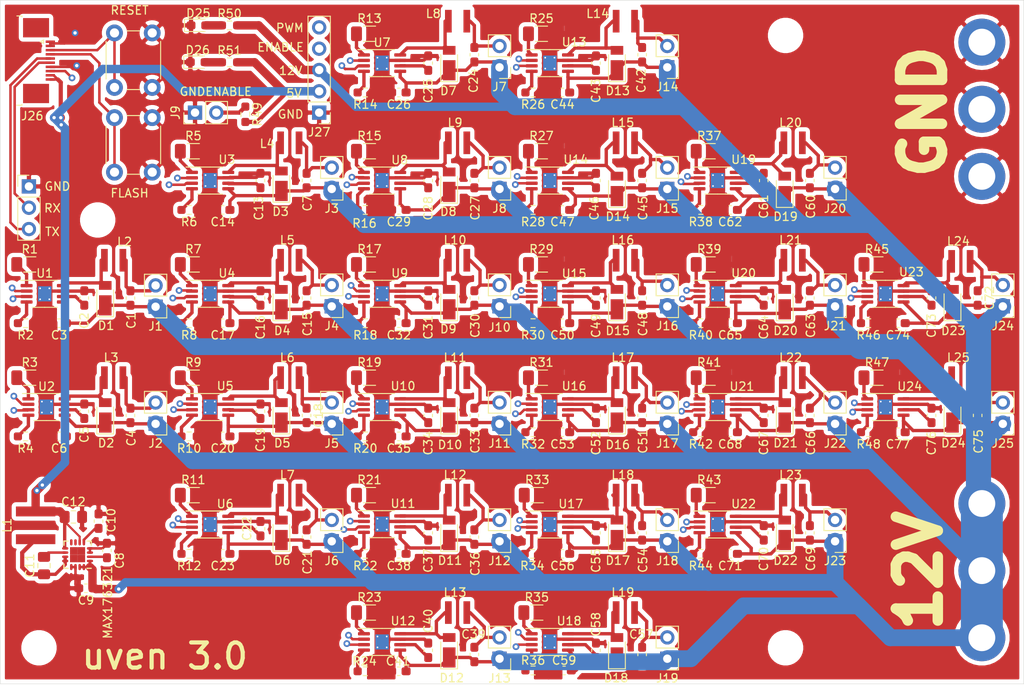
<source format=kicad_pcb>
(kicad_pcb (version 20171130) (host pcbnew 5.1.10-88a1d61d58~90~ubuntu20.04.1)
  (layers (0 F.Cu power) (1 In1.Cu signal) (2 In2.Cu signal) (31 B.Cu power) (34 B.Paste user) (35 F.Paste user) (36 B.SilkS user) (37 F.SilkS user) (38 B.Mask user) (39 F.Mask user) (44 Edge.Cuts user))
  (net 0 "")
  (net 1 /LM3407-current-controller/LED-)
  (net 2 +12V)
  (net 3 GND)
  (net 4 /sheet61CCCCC4/LED-)
  (net 5 /sheet61CCCDBA/LED-)
  (net 6 "Net-(C8-Pad1)")
  (net 7 "Net-(C10-Pad1)")
  (net 8 "Net-(C11-Pad2)")
  (net 9 "Net-(C11-Pad1)")
  (net 10 +5V)
  (net 11 /sheet61CCCDC0/LED-)
  (net 12 /sheet61CCCFC4/LED-)
  (net 13 /sheet61CCCFCA/LED-)
  (net 14 /sheet61CCCFD0/LED-)
  (net 15 /sheet61CCCFD6/LED-)
  (net 16 /sheet61CCD8EC/LED-)
  (net 17 /sheet61CCD8F2/LED-)
  (net 18 /sheet61CCD8F8/LED-)
  (net 19 /sheet61CCD8FE/LED-)
  (net 20 /sheet61CCD904/LED-)
  (net 21 /sheet61CCD90A/LED-)
  (net 22 /sheet61CCD910/LED-)
  (net 23 /sheet61CCD916/LED-)
  (net 24 /sheet61CCE2A4/LED-)
  (net 25 /sheet61CCE2AA/LED-)
  (net 26 /sheet61CCE2B0/LED-)
  (net 27 /sheet61CCE2B6/LED-)
  (net 28 /sheet61CCE2BC/LED-)
  (net 29 /sheet61CCE2C2/LED-)
  (net 30 /sheet61CCE2C8/LED-)
  (net 31 /sheet61CCE2CE/LED-)
  (net 32 "Net-(D1-Pad2)")
  (net 33 "Net-(D2-Pad2)")
  (net 34 "Net-(D3-Pad2)")
  (net 35 "Net-(D4-Pad2)")
  (net 36 "Net-(D5-Pad2)")
  (net 37 "Net-(D6-Pad2)")
  (net 38 "Net-(D7-Pad2)")
  (net 39 "Net-(D8-Pad2)")
  (net 40 "Net-(D9-Pad2)")
  (net 41 "Net-(D10-Pad2)")
  (net 42 "Net-(D11-Pad2)")
  (net 43 "Net-(D12-Pad2)")
  (net 44 "Net-(D13-Pad2)")
  (net 45 "Net-(D14-Pad2)")
  (net 46 "Net-(D15-Pad2)")
  (net 47 "Net-(D16-Pad2)")
  (net 48 "Net-(D17-Pad2)")
  (net 49 "Net-(D18-Pad2)")
  (net 50 "Net-(D19-Pad2)")
  (net 51 "Net-(D20-Pad2)")
  (net 52 "Net-(D21-Pad2)")
  (net 53 "Net-(D22-Pad2)")
  (net 54 "Net-(D23-Pad2)")
  (net 55 "Net-(D24-Pad2)")
  (net 56 ENABLE)
  (net 57 "Net-(J26-Pad3)")
  (net 58 "Net-(J26-Pad4)")
  (net 59 RX)
  (net 60 TX)
  (net 61 PWM)
  (net 62 "Net-(MAX176321-Pad7)")
  (net 63 "Net-(MAX176321-Pad8)")
  (net 64 "Net-(R1-Pad1)")
  (net 65 "Net-(R2-Pad2)")
  (net 66 "Net-(R3-Pad1)")
  (net 67 "Net-(R4-Pad2)")
  (net 68 "Net-(R5-Pad1)")
  (net 69 "Net-(R6-Pad2)")
  (net 70 "Net-(R7-Pad1)")
  (net 71 "Net-(R8-Pad2)")
  (net 72 "Net-(R9-Pad1)")
  (net 73 "Net-(R10-Pad2)")
  (net 74 "Net-(R11-Pad1)")
  (net 75 "Net-(R12-Pad2)")
  (net 76 "Net-(R13-Pad1)")
  (net 77 "Net-(R14-Pad2)")
  (net 78 "Net-(R15-Pad1)")
  (net 79 "Net-(R16-Pad2)")
  (net 80 "Net-(R17-Pad1)")
  (net 81 "Net-(R18-Pad2)")
  (net 82 "Net-(R19-Pad1)")
  (net 83 "Net-(R20-Pad2)")
  (net 84 "Net-(R21-Pad1)")
  (net 85 "Net-(R22-Pad2)")
  (net 86 "Net-(R23-Pad1)")
  (net 87 "Net-(R24-Pad2)")
  (net 88 "Net-(R25-Pad1)")
  (net 89 "Net-(R26-Pad2)")
  (net 90 "Net-(R27-Pad1)")
  (net 91 "Net-(R28-Pad2)")
  (net 92 "Net-(R29-Pad1)")
  (net 93 "Net-(R30-Pad2)")
  (net 94 "Net-(R31-Pad1)")
  (net 95 "Net-(R32-Pad2)")
  (net 96 "Net-(R33-Pad1)")
  (net 97 "Net-(R34-Pad2)")
  (net 98 "Net-(R35-Pad1)")
  (net 99 "Net-(R36-Pad2)")
  (net 100 "Net-(R37-Pad1)")
  (net 101 "Net-(R38-Pad2)")
  (net 102 "Net-(R39-Pad1)")
  (net 103 "Net-(R40-Pad2)")
  (net 104 "Net-(R41-Pad1)")
  (net 105 "Net-(R42-Pad2)")
  (net 106 "Net-(R43-Pad1)")
  (net 107 "Net-(R44-Pad2)")
  (net 108 "Net-(R45-Pad1)")
  (net 109 "Net-(R46-Pad2)")
  (net 110 "Net-(R47-Pad1)")
  (net 111 "Net-(R48-Pad2)")
  (net 112 "Net-(C2-Pad2)")
  (net 113 "Net-(C5-Pad2)")
  (net 114 "Net-(C13-Pad2)")
  (net 115 "Net-(C16-Pad2)")
  (net 116 "Net-(C19-Pad2)")
  (net 117 "Net-(C22-Pad2)")
  (net 118 "Net-(C25-Pad2)")
  (net 119 "Net-(C28-Pad2)")
  (net 120 "Net-(C31-Pad2)")
  (net 121 "Net-(C34-Pad2)")
  (net 122 "Net-(C37-Pad2)")
  (net 123 "Net-(C40-Pad2)")
  (net 124 "Net-(C43-Pad2)")
  (net 125 "Net-(C46-Pad2)")
  (net 126 "Net-(C49-Pad2)")
  (net 127 "Net-(C52-Pad2)")
  (net 128 "Net-(C55-Pad2)")
  (net 129 "Net-(C58-Pad2)")
  (net 130 "Net-(C61-Pad2)")
  (net 131 "Net-(C64-Pad2)")
  (net 132 "Net-(C67-Pad2)")
  (net 133 "Net-(C70-Pad2)")
  (net 134 "Net-(C73-Pad2)")
  (net 135 "Net-(C76-Pad2)")
  (net 136 "Net-(D25-Pad2)")
  (net 137 "Net-(D26-Pad2)")
  (module Capacitor_SMD:C_0603_1608Metric_Pad1.08x0.95mm_HandSolder (layer F.Cu) (at 63 114.506 270)
    (fp_text reference C1 (at 2.694 -0.1 90) (layer F.SilkS))
    (fp_text value "6V 1uF")
    (pad 1 smd roundrect (at -0.8625 0 270) (size 1.075 0.95) (layers F.Cu F.Paste F.Mask) (net 1 /LM3407-current-controller/LED-))
    (pad 2 smd roundrect (at 0.8625 0 270) (size 1.075 0.95) (layers F.Cu F.Paste F.Mask) (net 2 +12V))
  )
  (module Capacitor_SMD:C_0603_1608Metric_Pad1.08x0.95mm_HandSolder (layer F.Cu) (at 57.5 114.5 270)
    (fp_text reference C2 (at 2.7 0 90) (layer F.SilkS))
    (fp_text value "10V 1uF")
    (pad 2 smd roundrect (at 0.8625 0 270) (size 1.075 0.95) (layers F.Cu F.Paste F.Mask) (net 112 "Net-(C2-Pad2)"))
    (pad 1 smd roundrect (at -0.8625 0 270) (size 1.075 0.95) (layers F.Cu F.Paste F.Mask) (net 3 GND))
  )
  (module Capacitor_SMD:C_0603_1608Metric_Pad1.08x0.95mm_HandSolder (layer F.Cu) (at 54.5 117.5 180)
    (fp_text reference C3 (at 0 -1.43) (layer F.SilkS))
    (fp_text value "25V 3.3uF")
    (pad 2 smd roundrect (at 0.8625 0 180) (size 1.075 0.95) (layers F.Cu F.Paste F.Mask) (net 3 GND))
    (pad 1 smd roundrect (at -0.8625 0 180) (size 1.075 0.95) (layers F.Cu F.Paste F.Mask) (net 2 +12V))
  )
  (module Capacitor_SMD:C_0603_1608Metric_Pad1.08x0.95mm_HandSolder (layer F.Cu) (at 63 128.5 270)
    (fp_text reference C4 (at 2.7 -0.1 90) (layer F.SilkS))
    (fp_text value "6V 1uF")
    (pad 2 smd roundrect (at 0.8625 0 270) (size 1.075 0.95) (layers F.Cu F.Paste F.Mask) (net 2 +12V))
    (pad 1 smd roundrect (at -0.8625 0 270) (size 1.075 0.95) (layers F.Cu F.Paste F.Mask) (net 4 /sheet61CCCCC4/LED-))
  )
  (module Capacitor_SMD:C_0603_1608Metric_Pad1.08x0.95mm_HandSolder (layer F.Cu) (at 57.5 128 270)
    (fp_text reference C5 (at 2.8 0 90) (layer F.SilkS))
    (fp_text value "10V 1uF")
    (pad 1 smd roundrect (at -0.8625 0 270) (size 1.075 0.95) (layers F.Cu F.Paste F.Mask) (net 3 GND))
    (pad 2 smd roundrect (at 0.8625 0 270) (size 1.075 0.95) (layers F.Cu F.Paste F.Mask) (net 113 "Net-(C5-Pad2)"))
  )
  (module Capacitor_SMD:C_0603_1608Metric_Pad1.08x0.95mm_HandSolder (layer F.Cu) (at 54.5 131 180)
    (fp_text reference C6 (at 0 -1.43) (layer F.SilkS))
    (fp_text value "25V 3.3uF")
    (pad 2 smd roundrect (at 0.8625 0 180) (size 1.075 0.95) (layers F.Cu F.Paste F.Mask) (net 3 GND))
    (pad 1 smd roundrect (at -0.8625 0 180) (size 1.075 0.95) (layers F.Cu F.Paste F.Mask) (net 2 +12V))
  )
  (module Capacitor_SMD:C_0603_1608Metric_Pad1.08x0.95mm_HandSolder (layer F.Cu) (at 84 100.5 270)
    (fp_text reference C7 (at 2.7 -0.1 90) (layer F.SilkS))
    (fp_text value "6V 1uF")
    (pad 1 smd roundrect (at -0.8625 0 270) (size 1.075 0.95) (layers F.Cu F.Paste F.Mask) (net 5 /sheet61CCCDBA/LED-))
    (pad 2 smd roundrect (at 0.8625 0 270) (size 1.075 0.95) (layers F.Cu F.Paste F.Mask) (net 2 +12V))
  )
  (module Capacitor_SMD:C_0603_1608Metric_Pad1.08x0.95mm_HandSolder (layer F.Cu) (at 78.5 100.5 270)
    (fp_text reference C13 (at 3.3 0.2 90) (layer F.SilkS))
    (fp_text value "10V 1uF")
    (pad 1 smd roundrect (at -0.8625 0 270) (size 1.075 0.95) (layers F.Cu F.Paste F.Mask) (net 3 GND))
    (pad 2 smd roundrect (at 0.8625 0 270) (size 1.075 0.95) (layers F.Cu F.Paste F.Mask) (net 114 "Net-(C13-Pad2)"))
  )
  (module Capacitor_SMD:C_0603_1608Metric_Pad1.08x0.95mm_HandSolder (layer F.Cu) (at 74 104 180)
    (fp_text reference C14 (at 0 -1.43) (layer F.SilkS))
    (fp_text value "25V 3.3uF")
    (pad 2 smd roundrect (at 0.8625 0 180) (size 1.075 0.95) (layers F.Cu F.Paste F.Mask) (net 3 GND))
    (pad 1 smd roundrect (at -0.8625 0 180) (size 1.075 0.95) (layers F.Cu F.Paste F.Mask) (net 2 +12V))
  )
  (module Capacitor_SMD:C_0603_1608Metric_Pad1.08x0.95mm_HandSolder (layer F.Cu) (at 84 114.5 270)
    (fp_text reference C15 (at 3.1 -0.1 90) (layer F.SilkS))
    (fp_text value "6V 1uF")
    (pad 1 smd roundrect (at -0.8625 0 270) (size 1.075 0.95) (layers F.Cu F.Paste F.Mask) (net 11 /sheet61CCCDC0/LED-))
    (pad 2 smd roundrect (at 0.8625 0 270) (size 1.075 0.95) (layers F.Cu F.Paste F.Mask) (net 2 +12V))
  )
  (module Capacitor_SMD:C_0603_1608Metric_Pad1.08x0.95mm_HandSolder (layer F.Cu) (at 78.5 114.5 270)
    (fp_text reference C16 (at 3.5 0 90) (layer F.SilkS))
    (fp_text value "10V 1uF")
    (pad 2 smd roundrect (at 0.8625 0 270) (size 1.075 0.95) (layers F.Cu F.Paste F.Mask) (net 115 "Net-(C16-Pad2)"))
    (pad 1 smd roundrect (at -0.8625 0 270) (size 1.075 0.95) (layers F.Cu F.Paste F.Mask) (net 3 GND))
  )
  (module Capacitor_SMD:C_0603_1608Metric_Pad1.08x0.95mm_HandSolder (layer F.Cu) (at 74 117.5 180)
    (fp_text reference C17 (at 0 -1.43) (layer F.SilkS))
    (fp_text value "25V 3.3uF")
    (pad 1 smd roundrect (at -0.8625 0 180) (size 1.075 0.95) (layers F.Cu F.Paste F.Mask) (net 2 +12V))
    (pad 2 smd roundrect (at 0.8625 0 180) (size 1.075 0.95) (layers F.Cu F.Paste F.Mask) (net 3 GND))
  )
  (module Capacitor_SMD:C_0603_1608Metric_Pad1.08x0.95mm_HandSolder (layer F.Cu) (at 84 128.5 270)
    (fp_text reference C18 (at 0 -1.43 90) (layer F.SilkS))
    (fp_text value "6V 1uF")
    (pad 1 smd roundrect (at -0.8625 0 270) (size 1.075 0.95) (layers F.Cu F.Paste F.Mask) (net 12 /sheet61CCCFC4/LED-))
    (pad 2 smd roundrect (at 0.8625 0 270) (size 1.075 0.95) (layers F.Cu F.Paste F.Mask) (net 2 +12V))
  )
  (module Capacitor_SMD:C_0603_1608Metric_Pad1.08x0.95mm_HandSolder (layer F.Cu) (at 78.5 128 270)
    (fp_text reference C19 (at 3.4 0 90) (layer F.SilkS))
    (fp_text value "10V 1uF")
    (pad 1 smd roundrect (at -0.8625 0 270) (size 1.075 0.95) (layers F.Cu F.Paste F.Mask) (net 3 GND))
    (pad 2 smd roundrect (at 0.8625 0 270) (size 1.075 0.95) (layers F.Cu F.Paste F.Mask) (net 116 "Net-(C19-Pad2)"))
  )
  (module Capacitor_SMD:C_0603_1608Metric_Pad1.08x0.95mm_HandSolder (layer F.Cu) (at 74 131 180)
    (fp_text reference C20 (at 0 -1.43) (layer F.SilkS))
    (fp_text value "25V 3.3uF")
    (pad 2 smd roundrect (at 0.8625 0 180) (size 1.075 0.95) (layers F.Cu F.Paste F.Mask) (net 3 GND))
    (pad 1 smd roundrect (at -0.8625 0 180) (size 1.075 0.95) (layers F.Cu F.Paste F.Mask) (net 2 +12V))
  )
  (module Capacitor_SMD:C_0603_1608Metric_Pad1.08x0.95mm_HandSolder (layer F.Cu) (at 84 143 270)
    (fp_text reference C21 (at 3 -0.1 90) (layer F.SilkS))
    (fp_text value "6V 1uF")
    (pad 2 smd roundrect (at 0.8625 0 270) (size 1.075 0.95) (layers F.Cu F.Paste F.Mask) (net 2 +12V))
    (pad 1 smd roundrect (at -0.8625 0 270) (size 1.075 0.95) (layers F.Cu F.Paste F.Mask) (net 13 /sheet61CCCFCA/LED-))
  )
  (module Capacitor_SMD:C_0603_1608Metric_Pad1.08x0.95mm_HandSolder (layer F.Cu) (at 78.5 142 270)
    (fp_text reference C22 (at 0 1.6 90) (layer F.SilkS))
    (fp_text value "10V 1uF")
    (pad 2 smd roundrect (at 0.8625 0 270) (size 1.075 0.95) (layers F.Cu F.Paste F.Mask) (net 117 "Net-(C22-Pad2)"))
    (pad 1 smd roundrect (at -0.8625 0 270) (size 1.075 0.95) (layers F.Cu F.Paste F.Mask) (net 3 GND))
  )
  (module Capacitor_SMD:C_0603_1608Metric_Pad1.08x0.95mm_HandSolder (layer F.Cu) (at 74 145 180)
    (fp_text reference C23 (at 0 -1.43) (layer F.SilkS))
    (fp_text value "25V 3.3uF")
    (pad 2 smd roundrect (at 0.8625 0 180) (size 1.075 0.95) (layers F.Cu F.Paste F.Mask) (net 3 GND))
    (pad 1 smd roundrect (at -0.8625 0 180) (size 1.075 0.95) (layers F.Cu F.Paste F.Mask) (net 2 +12V))
  )
  (module Capacitor_SMD:C_0603_1608Metric_Pad1.08x0.95mm_HandSolder (layer F.Cu) (at 104 85.5 270)
    (fp_text reference C24 (at 3.1 0.1 90) (layer F.SilkS))
    (fp_text value "6V 1uF")
    (pad 2 smd roundrect (at 0.8625 0 270) (size 1.075 0.95) (layers F.Cu F.Paste F.Mask) (net 2 +12V))
    (pad 1 smd roundrect (at -0.8625 0 270) (size 1.075 0.95) (layers F.Cu F.Paste F.Mask) (net 14 /sheet61CCCFD0/LED-))
  )
  (module Capacitor_SMD:C_0603_1608Metric_Pad1.08x0.95mm_HandSolder (layer F.Cu) (at 98.5 86.5 270)
    (fp_text reference C25 (at 3.3 0 90) (layer F.SilkS))
    (fp_text value "10V 1uF")
    (pad 1 smd roundrect (at -0.8625 0 270) (size 1.075 0.95) (layers F.Cu F.Paste F.Mask) (net 3 GND))
    (pad 2 smd roundrect (at 0.8625 0 270) (size 1.075 0.95) (layers F.Cu F.Paste F.Mask) (net 118 "Net-(C25-Pad2)"))
  )
  (module Capacitor_SMD:C_0603_1608Metric_Pad1.08x0.95mm_HandSolder (layer F.Cu) (at 95 90 180)
    (fp_text reference C26 (at 0 -1.43) (layer F.SilkS))
    (fp_text value "25V 3.3uF")
    (pad 2 smd roundrect (at 0.8625 0 180) (size 1.075 0.95) (layers F.Cu F.Paste F.Mask) (net 3 GND))
    (pad 1 smd roundrect (at -0.8625 0 180) (size 1.075 0.95) (layers F.Cu F.Paste F.Mask) (net 2 +12V))
  )
  (module Capacitor_SMD:C_0603_1608Metric_Pad1.08x0.95mm_HandSolder (layer F.Cu) (at 104 100.5 270)
    (fp_text reference C27 (at 3.3 -0.1 90) (layer F.SilkS))
    (fp_text value "6V 1uF")
    (pad 2 smd roundrect (at 0.8625 0 270) (size 1.075 0.95) (layers F.Cu F.Paste F.Mask) (net 2 +12V))
    (pad 1 smd roundrect (at -0.8625 0 270) (size 1.075 0.95) (layers F.Cu F.Paste F.Mask) (net 15 /sheet61CCCFD6/LED-))
  )
  (module Capacitor_SMD:C_0603_1608Metric_Pad1.08x0.95mm_HandSolder (layer F.Cu) (at 98.5 100.5 270)
    (fp_text reference C28 (at 3.3 0 90) (layer F.SilkS))
    (fp_text value "10V 1uF")
    (pad 2 smd roundrect (at 0.8625 0 270) (size 1.075 0.95) (layers F.Cu F.Paste F.Mask) (net 119 "Net-(C28-Pad2)"))
    (pad 1 smd roundrect (at -0.8625 0 270) (size 1.075 0.95) (layers F.Cu F.Paste F.Mask) (net 3 GND))
  )
  (module Capacitor_SMD:C_0603_1608Metric_Pad1.08x0.95mm_HandSolder (layer F.Cu) (at 95 104 180)
    (fp_text reference C29 (at 0 -1.43) (layer F.SilkS))
    (fp_text value "25V 3.3uF")
    (pad 1 smd roundrect (at -0.8625 0 180) (size 1.075 0.95) (layers F.Cu F.Paste F.Mask) (net 2 +12V))
    (pad 2 smd roundrect (at 0.8625 0 180) (size 1.075 0.95) (layers F.Cu F.Paste F.Mask) (net 3 GND))
  )
  (module Capacitor_SMD:C_0603_1608Metric_Pad1.08x0.95mm_HandSolder (layer F.Cu) (at 104 114.5 270)
    (fp_text reference C30 (at 3.3 -0.1 90) (layer F.SilkS))
    (fp_text value "6V 1uF")
    (pad 2 smd roundrect (at 0.8625 0 270) (size 1.075 0.95) (layers F.Cu F.Paste F.Mask) (net 2 +12V))
    (pad 1 smd roundrect (at -0.8625 0 270) (size 1.075 0.95) (layers F.Cu F.Paste F.Mask) (net 16 /sheet61CCD8EC/LED-))
  )
  (module Capacitor_SMD:C_0603_1608Metric_Pad1.08x0.95mm_HandSolder (layer F.Cu) (at 98.5 114.5 270)
    (fp_text reference C31 (at 3.5 0 90) (layer F.SilkS))
    (fp_text value "10V 1uF")
    (pad 1 smd roundrect (at -0.8625 0 270) (size 1.075 0.95) (layers F.Cu F.Paste F.Mask) (net 3 GND))
    (pad 2 smd roundrect (at 0.8625 0 270) (size 1.075 0.95) (layers F.Cu F.Paste F.Mask) (net 120 "Net-(C31-Pad2)"))
  )
  (module Capacitor_SMD:C_0603_1608Metric_Pad1.08x0.95mm_HandSolder (layer F.Cu) (at 95 117.5 180)
    (fp_text reference C32 (at 0 -1.43) (layer F.SilkS))
    (fp_text value "25V 3.3uF")
    (pad 1 smd roundrect (at -0.8625 0 180) (size 1.075 0.95) (layers F.Cu F.Paste F.Mask) (net 2 +12V))
    (pad 2 smd roundrect (at 0.8625 0 180) (size 1.075 0.95) (layers F.Cu F.Paste F.Mask) (net 3 GND))
  )
  (module Capacitor_SMD:C_0603_1608Metric_Pad1.08x0.95mm_HandSolder (layer F.Cu) (at 104 128.5 270)
    (fp_text reference C33 (at 3.1 -0.1 270) (layer F.SilkS))
    (fp_text value "6V 1uF")
    (pad 2 smd roundrect (at 0.8625 0 270) (size 1.075 0.95) (layers F.Cu F.Paste F.Mask) (net 2 +12V))
    (pad 1 smd roundrect (at -0.8625 0 270) (size 1.075 0.95) (layers F.Cu F.Paste F.Mask) (net 17 /sheet61CCD8F2/LED-))
  )
  (module Capacitor_SMD:C_0603_1608Metric_Pad1.08x0.95mm_HandSolder (layer F.Cu) (at 98.5 128.5 270)
    (fp_text reference C34 (at 3.3 0 90) (layer F.SilkS))
    (fp_text value "10V 1uF")
    (pad 2 smd roundrect (at 0.8625 0 270) (size 1.075 0.95) (layers F.Cu F.Paste F.Mask) (net 121 "Net-(C34-Pad2)"))
    (pad 1 smd roundrect (at -0.8625 0 270) (size 1.075 0.95) (layers F.Cu F.Paste F.Mask) (net 3 GND))
  )
  (module Capacitor_SMD:C_0603_1608Metric_Pad1.08x0.95mm_HandSolder (layer F.Cu) (at 95 131 180)
    (fp_text reference C35 (at 0 -1.43) (layer F.SilkS))
    (fp_text value "25V 3.3uF")
    (pad 2 smd roundrect (at 0.8625 0 180) (size 1.075 0.95) (layers F.Cu F.Paste F.Mask) (net 3 GND))
    (pad 1 smd roundrect (at -0.8625 0 180) (size 1.075 0.95) (layers F.Cu F.Paste F.Mask) (net 2 +12V))
  )
  (module Capacitor_SMD:C_0603_1608Metric_Pad1.08x0.95mm_HandSolder (layer F.Cu) (at 104 143 270)
    (fp_text reference C36 (at 3.2 -0.1 90) (layer F.SilkS))
    (fp_text value "6V 1uF")
    (pad 1 smd roundrect (at -0.8625 0 270) (size 1.075 0.95) (layers F.Cu F.Paste F.Mask) (net 18 /sheet61CCD8F8/LED-))
    (pad 2 smd roundrect (at 0.8625 0 270) (size 1.075 0.95) (layers F.Cu F.Paste F.Mask) (net 2 +12V))
  )
  (module Capacitor_SMD:C_0603_1608Metric_Pad1.08x0.95mm_HandSolder (layer F.Cu) (at 98.5 142.5 270)
    (fp_text reference C37 (at 3.3 0 90) (layer F.SilkS))
    (fp_text value "10V 1uF")
    (pad 1 smd roundrect (at -0.8625 0 270) (size 1.075 0.95) (layers F.Cu F.Paste F.Mask) (net 3 GND))
    (pad 2 smd roundrect (at 0.8625 0 270) (size 1.075 0.95) (layers F.Cu F.Paste F.Mask) (net 122 "Net-(C37-Pad2)"))
  )
  (module Capacitor_SMD:C_0603_1608Metric_Pad1.08x0.95mm_HandSolder (layer F.Cu) (at 95 145 180)
    (fp_text reference C38 (at 0 -1.43) (layer F.SilkS))
    (fp_text value "25V 3.3uF")
    (pad 2 smd roundrect (at 0.8625 0 180) (size 1.075 0.95) (layers F.Cu F.Paste F.Mask) (net 3 GND))
    (pad 1 smd roundrect (at -0.8625 0 180) (size 1.075 0.95) (layers F.Cu F.Paste F.Mask) (net 2 +12V))
  )
  (module Capacitor_SMD:C_0603_1608Metric_Pad1.08x0.95mm_HandSolder (layer F.Cu) (at 104 157 270)
    (fp_text reference C39 (at -2.4 0.1 180) (layer F.SilkS))
    (fp_text value "6V 1uF")
    (pad 2 smd roundrect (at 0.8625 0 270) (size 1.075 0.95) (layers F.Cu F.Paste F.Mask) (net 2 +12V))
    (pad 1 smd roundrect (at -0.8625 0 270) (size 1.075 0.95) (layers F.Cu F.Paste F.Mask) (net 19 /sheet61CCD8FE/LED-))
  )
  (module Capacitor_SMD:C_0603_1608Metric_Pad1.08x0.95mm_HandSolder (layer F.Cu) (at 98.5 156.5 270)
    (fp_text reference C40 (at -3.5 0 90) (layer F.SilkS))
    (fp_text value "10V 1uF")
    (pad 2 smd roundrect (at 0.8625 0 270) (size 1.075 0.95) (layers F.Cu F.Paste F.Mask) (net 123 "Net-(C40-Pad2)"))
    (pad 1 smd roundrect (at -0.8625 0 270) (size 1.075 0.95) (layers F.Cu F.Paste F.Mask) (net 3 GND))
  )
  (module Capacitor_SMD:C_0603_1608Metric_Pad1.08x0.95mm_HandSolder (layer F.Cu) (at 95 159 180)
    (fp_text reference C41 (at 0.1 1.2) (layer F.SilkS))
    (fp_text value "25V 3.3uF")
    (pad 1 smd roundrect (at -0.8625 0 180) (size 1.075 0.95) (layers F.Cu F.Paste F.Mask) (net 2 +12V))
    (pad 2 smd roundrect (at 0.8625 0 180) (size 1.075 0.95) (layers F.Cu F.Paste F.Mask) (net 3 GND))
  )
  (module Capacitor_SMD:C_0603_1608Metric_Pad1.08x0.95mm_HandSolder (layer F.Cu) (at 124 85.5 270)
    (fp_text reference C42 (at 3.1 0.1 90) (layer F.SilkS))
    (fp_text value "6V 1uF")
    (pad 1 smd roundrect (at -0.8625 0 270) (size 1.075 0.95) (layers F.Cu F.Paste F.Mask) (net 20 /sheet61CCD904/LED-))
    (pad 2 smd roundrect (at 0.8625 0 270) (size 1.075 0.95) (layers F.Cu F.Paste F.Mask) (net 2 +12V))
  )
  (module Capacitor_SMD:C_0603_1608Metric_Pad1.08x0.95mm_HandSolder (layer F.Cu) (at 118.5 86.5 270)
    (fp_text reference C43 (at 3.3 0 90) (layer F.SilkS))
    (fp_text value "10V 1uF")
    (pad 1 smd roundrect (at -0.8625 0 270) (size 1.075 0.95) (layers F.Cu F.Paste F.Mask) (net 3 GND))
    (pad 2 smd roundrect (at 0.8625 0 270) (size 1.075 0.95) (layers F.Cu F.Paste F.Mask) (net 124 "Net-(C43-Pad2)"))
  )
  (module Capacitor_SMD:C_0603_1608Metric_Pad1.08x0.95mm_HandSolder (layer F.Cu) (at 114.5 90 180)
    (fp_text reference C44 (at 0 -1.43) (layer F.SilkS))
    (fp_text value "25V 3.3uF")
    (pad 1 smd roundrect (at -0.8625 0 180) (size 1.075 0.95) (layers F.Cu F.Paste F.Mask) (net 2 +12V))
    (pad 2 smd roundrect (at 0.8625 0 180) (size 1.075 0.95) (layers F.Cu F.Paste F.Mask) (net 3 GND))
  )
  (module Capacitor_SMD:C_0603_1608Metric_Pad1.08x0.95mm_HandSolder (layer F.Cu) (at 124 100.5 270)
    (fp_text reference C45 (at 3.3 -0.1 90) (layer F.SilkS))
    (fp_text value "6V 1uF")
    (pad 1 smd roundrect (at -0.8625 0 270) (size 1.075 0.95) (layers F.Cu F.Paste F.Mask) (net 21 /sheet61CCD90A/LED-))
    (pad 2 smd roundrect (at 0.8625 0 270) (size 1.075 0.95) (layers F.Cu F.Paste F.Mask) (net 2 +12V))
  )
  (module Capacitor_SMD:C_0603_1608Metric_Pad1.08x0.95mm_HandSolder (layer F.Cu) (at 118.5 100.5 270)
    (fp_text reference C46 (at 3.3 0.2 90) (layer F.SilkS))
    (fp_text value "10V 1uF")
    (pad 1 smd roundrect (at -0.8625 0 270) (size 1.075 0.95) (layers F.Cu F.Paste F.Mask) (net 3 GND))
    (pad 2 smd roundrect (at 0.8625 0 270) (size 1.075 0.95) (layers F.Cu F.Paste F.Mask) (net 125 "Net-(C46-Pad2)"))
  )
  (module Capacitor_SMD:C_0603_1608Metric_Pad1.08x0.95mm_HandSolder (layer F.Cu) (at 114.5 104 180)
    (fp_text reference C47 (at 0 -1.43) (layer F.SilkS))
    (fp_text value "25V 3.3uF")
    (pad 1 smd roundrect (at -0.8625 0 180) (size 1.075 0.95) (layers F.Cu F.Paste F.Mask) (net 2 +12V))
    (pad 2 smd roundrect (at 0.8625 0 180) (size 1.075 0.95) (layers F.Cu F.Paste F.Mask) (net 3 GND))
  )
  (module Capacitor_SMD:C_0603_1608Metric_Pad1.08x0.95mm_HandSolder (layer F.Cu) (at 124 114.5 270)
    (fp_text reference C48 (at 3.1 -0.1 90) (layer F.SilkS))
    (fp_text value "6V 1uF")
    (pad 2 smd roundrect (at 0.8625 0 270) (size 1.075 0.95) (layers F.Cu F.Paste F.Mask) (net 2 +12V))
    (pad 1 smd roundrect (at -0.8625 0 270) (size 1.075 0.95) (layers F.Cu F.Paste F.Mask) (net 22 /sheet61CCD910/LED-))
  )
  (module Capacitor_SMD:C_0603_1608Metric_Pad1.08x0.95mm_HandSolder (layer F.Cu) (at 118.5 114.5 270)
    (fp_text reference C49 (at 3.3 0 90) (layer F.SilkS))
    (fp_text value "10V 1uF")
    (pad 1 smd roundrect (at -0.8625 0 270) (size 1.075 0.95) (layers F.Cu F.Paste F.Mask) (net 3 GND))
    (pad 2 smd roundrect (at 0.8625 0 270) (size 1.075 0.95) (layers F.Cu F.Paste F.Mask) (net 126 "Net-(C49-Pad2)"))
  )
  (module Capacitor_SMD:C_0603_1608Metric_Pad1.08x0.95mm_HandSolder (layer F.Cu) (at 114.5 117.5 180)
    (fp_text reference C50 (at 0 -1.43) (layer F.SilkS))
    (fp_text value "25V 3.3uF")
    (pad 2 smd roundrect (at 0.8625 0 180) (size 1.075 0.95) (layers F.Cu F.Paste F.Mask) (net 3 GND))
    (pad 1 smd roundrect (at -0.8625 0 180) (size 1.075 0.95) (layers F.Cu F.Paste F.Mask) (net 2 +12V))
  )
  (module Capacitor_SMD:C_0603_1608Metric_Pad1.08x0.95mm_HandSolder (layer F.Cu) (at 124 128.5 270)
    (fp_text reference C51 (at 3.1 -0.1 90) (layer F.SilkS))
    (fp_text value "6V 1uF")
    (pad 2 smd roundrect (at 0.8625 0 270) (size 1.075 0.95) (layers F.Cu F.Paste F.Mask) (net 2 +12V))
    (pad 1 smd roundrect (at -0.8625 0 270) (size 1.075 0.95) (layers F.Cu F.Paste F.Mask) (net 23 /sheet61CCD916/LED-))
  )
  (module Capacitor_SMD:C_0603_1608Metric_Pad1.08x0.95mm_HandSolder (layer F.Cu) (at 118.5 128.5 270)
    (fp_text reference C52 (at 3.3 0 90) (layer F.SilkS))
    (fp_text value "10V 1uF")
    (pad 1 smd roundrect (at -0.8625 0 270) (size 1.075 0.95) (layers F.Cu F.Paste F.Mask) (net 3 GND))
    (pad 2 smd roundrect (at 0.8625 0 270) (size 1.075 0.95) (layers F.Cu F.Paste F.Mask) (net 127 "Net-(C52-Pad2)"))
  )
  (module Capacitor_SMD:C_0603_1608Metric_Pad1.08x0.95mm_HandSolder (layer F.Cu) (at 114.5 130.5 180)
    (fp_text reference C53 (at 0 -1.43) (layer F.SilkS))
    (fp_text value "25V 3.3uF")
    (pad 2 smd roundrect (at 0.8625 0 180) (size 1.075 0.95) (layers F.Cu F.Paste F.Mask) (net 3 GND))
    (pad 1 smd roundrect (at -0.8625 0 180) (size 1.075 0.95) (layers F.Cu F.Paste F.Mask) (net 2 +12V))
  )
  (module Capacitor_SMD:C_0603_1608Metric_Pad1.08x0.95mm_HandSolder (layer F.Cu) (at 124 142.5 270)
    (fp_text reference C54 (at 3.3 -0.1 270) (layer F.SilkS))
    (fp_text value "6V 1uF")
    (pad 1 smd roundrect (at -0.8625 0 270) (size 1.075 0.95) (layers F.Cu F.Paste F.Mask) (net 24 /sheet61CCE2A4/LED-))
    (pad 2 smd roundrect (at 0.8625 0 270) (size 1.075 0.95) (layers F.Cu F.Paste F.Mask) (net 2 +12V))
  )
  (module Capacitor_SMD:C_0603_1608Metric_Pad1.08x0.95mm_HandSolder (layer F.Cu) (at 118.5 142.5 270)
    (fp_text reference C55 (at 3.3 0 90) (layer F.SilkS))
    (fp_text value "10V 1uF")
    (pad 2 smd roundrect (at 0.8625 0 270) (size 1.075 0.95) (layers F.Cu F.Paste F.Mask) (net 128 "Net-(C55-Pad2)"))
    (pad 1 smd roundrect (at -0.8625 0 270) (size 1.075 0.95) (layers F.Cu F.Paste F.Mask) (net 3 GND))
  )
  (module Capacitor_SMD:C_0603_1608Metric_Pad1.08x0.95mm_HandSolder (layer F.Cu) (at 114.5 145 180)
    (fp_text reference C56 (at 0 -1.43) (layer F.SilkS))
    (fp_text value "25V 3.3uF")
    (pad 2 smd roundrect (at 0.8625 0 180) (size 1.075 0.95) (layers F.Cu F.Paste F.Mask) (net 3 GND))
    (pad 1 smd roundrect (at -0.8625 0 180) (size 1.075 0.95) (layers F.Cu F.Paste F.Mask) (net 2 +12V))
  )
  (module Capacitor_SMD:C_0603_1608Metric_Pad1.08x0.95mm_HandSolder (layer F.Cu) (at 124 157 270)
    (fp_text reference C57 (at -2.4 0.1 180) (layer F.SilkS))
    (fp_text value "6V 1uF")
    (pad 1 smd roundrect (at -0.8625 0 270) (size 1.075 0.95) (layers F.Cu F.Paste F.Mask) (net 25 /sheet61CCE2AA/LED-))
    (pad 2 smd roundrect (at 0.8625 0 270) (size 1.075 0.95) (layers F.Cu F.Paste F.Mask) (net 2 +12V))
  )
  (module Capacitor_SMD:C_0603_1608Metric_Pad1.08x0.95mm_HandSolder (layer F.Cu) (at 118.5 156.5 270)
    (fp_text reference C58 (at -3.1 0 90) (layer F.SilkS))
    (fp_text value "10V 1uF")
    (pad 2 smd roundrect (at 0.8625 0 270) (size 1.075 0.95) (layers F.Cu F.Paste F.Mask) (net 129 "Net-(C58-Pad2)"))
    (pad 1 smd roundrect (at -0.8625 0 270) (size 1.075 0.95) (layers F.Cu F.Paste F.Mask) (net 3 GND))
  )
  (module Capacitor_SMD:C_0603_1608Metric_Pad1.08x0.95mm_HandSolder (layer F.Cu) (at 114.7 158.9 180)
    (fp_text reference C59 (at 0 1.2) (layer F.SilkS))
    (fp_text value "25V 3.3uF")
    (pad 1 smd roundrect (at -0.8625 0 180) (size 1.075 0.95) (layers F.Cu F.Paste F.Mask) (net 2 +12V))
    (pad 2 smd roundrect (at 0.8625 0 180) (size 1.075 0.95) (layers F.Cu F.Paste F.Mask) (net 3 GND))
  )
  (module Capacitor_SMD:C_0603_1608Metric_Pad1.08x0.95mm_HandSolder (layer F.Cu) (at 144 100.5 270)
    (fp_text reference C60 (at 3.1 -0.1 90) (layer F.SilkS))
    (fp_text value "6V 1uF")
    (pad 1 smd roundrect (at -0.8625 0 270) (size 1.075 0.95) (layers F.Cu F.Paste F.Mask) (net 26 /sheet61CCE2B0/LED-))
    (pad 2 smd roundrect (at 0.8625 0 270) (size 1.075 0.95) (layers F.Cu F.Paste F.Mask) (net 2 +12V))
  )
  (module Capacitor_SMD:C_0603_1608Metric_Pad1.08x0.95mm_HandSolder (layer F.Cu) (at 138.5 100.5 270)
    (fp_text reference C61 (at 3.1 0 90) (layer F.SilkS))
    (fp_text value "10V 1uF")
    (pad 1 smd roundrect (at -0.8625 0 270) (size 1.075 0.95) (layers F.Cu F.Paste F.Mask) (net 3 GND))
    (pad 2 smd roundrect (at 0.8625 0 270) (size 1.075 0.95) (layers F.Cu F.Paste F.Mask) (net 130 "Net-(C61-Pad2)"))
  )
  (module Capacitor_SMD:C_0603_1608Metric_Pad1.08x0.95mm_HandSolder (layer F.Cu) (at 134.5 104 180)
    (fp_text reference C62 (at 0 -1.43) (layer F.SilkS))
    (fp_text value "25V 3.3uF")
    (pad 2 smd roundrect (at 0.8625 0 180) (size 1.075 0.95) (layers F.Cu F.Paste F.Mask) (net 3 GND))
    (pad 1 smd roundrect (at -0.8625 0 180) (size 1.075 0.95) (layers F.Cu F.Paste F.Mask) (net 2 +12V))
  )
  (module Capacitor_SMD:C_0603_1608Metric_Pad1.08x0.95mm_HandSolder (layer F.Cu) (at 144 114.5 270)
    (fp_text reference C63 (at 3.3 -0.1 90) (layer F.SilkS))
    (fp_text value "6V 1uF")
    (pad 2 smd roundrect (at 0.8625 0 270) (size 1.075 0.95) (layers F.Cu F.Paste F.Mask) (net 2 +12V))
    (pad 1 smd roundrect (at -0.8625 0 270) (size 1.075 0.95) (layers F.Cu F.Paste F.Mask) (net 27 /sheet61CCE2B6/LED-))
  )
  (module Capacitor_SMD:C_0603_1608Metric_Pad1.08x0.95mm_HandSolder (layer F.Cu) (at 138.5 114.5 270)
    (fp_text reference C64 (at 3.5 0 90) (layer F.SilkS))
    (fp_text value "10V 1uF")
    (pad 2 smd roundrect (at 0.8625 0 270) (size 1.075 0.95) (layers F.Cu F.Paste F.Mask) (net 131 "Net-(C64-Pad2)"))
    (pad 1 smd roundrect (at -0.8625 0 270) (size 1.075 0.95) (layers F.Cu F.Paste F.Mask) (net 3 GND))
  )
  (module Capacitor_SMD:C_0603_1608Metric_Pad1.08x0.95mm_HandSolder (layer F.Cu) (at 134.5 117.5 180)
    (fp_text reference C65 (at 0 -1.43) (layer F.SilkS))
    (fp_text value "25V 3.3uF")
    (pad 1 smd roundrect (at -0.8625 0 180) (size 1.075 0.95) (layers F.Cu F.Paste F.Mask) (net 2 +12V))
    (pad 2 smd roundrect (at 0.8625 0 180) (size 1.075 0.95) (layers F.Cu F.Paste F.Mask) (net 3 GND))
  )
  (module Capacitor_SMD:C_0603_1608Metric_Pad1.08x0.95mm_HandSolder (layer F.Cu) (at 144 128.5 270)
    (fp_text reference C66 (at 3.3 -0.1 90) (layer F.SilkS))
    (fp_text value "6V 1uF")
    (pad 2 smd roundrect (at 0.8625 0 270) (size 1.075 0.95) (layers F.Cu F.Paste F.Mask) (net 2 +12V))
    (pad 1 smd roundrect (at -0.8625 0 270) (size 1.075 0.95) (layers F.Cu F.Paste F.Mask) (net 28 /sheet61CCE2BC/LED-))
  )
  (module Capacitor_SMD:C_0603_1608Metric_Pad1.08x0.95mm_HandSolder (layer F.Cu) (at 138.5 128.5 270)
    (fp_text reference C67 (at 3.3 0 90) (layer F.SilkS))
    (fp_text value "10V 1uF")
    (pad 1 smd roundrect (at -0.8625 0 270) (size 1.075 0.95) (layers F.Cu F.Paste F.Mask) (net 3 GND))
    (pad 2 smd roundrect (at 0.8625 0 270) (size 1.075 0.95) (layers F.Cu F.Paste F.Mask) (net 132 "Net-(C67-Pad2)"))
  )
  (module Capacitor_SMD:C_0603_1608Metric_Pad1.08x0.95mm_HandSolder (layer F.Cu) (at 134.5 130.5 180)
    (fp_text reference C68 (at 0 -1.43) (layer F.SilkS))
    (fp_text value "25V 3.3uF")
    (pad 2 smd roundrect (at 0.8625 0 180) (size 1.075 0.95) (layers F.Cu F.Paste F.Mask) (net 3 GND))
    (pad 1 smd roundrect (at -0.8625 0 180) (size 1.075 0.95) (layers F.Cu F.Paste F.Mask) (net 2 +12V))
  )
  (module Capacitor_SMD:C_0603_1608Metric_Pad1.08x0.95mm_HandSolder (layer F.Cu) (at 144 142.5 270)
    (fp_text reference C69 (at 3.1 -0.1 90) (layer F.SilkS))
    (fp_text value "6V 1uF")
    (pad 1 smd roundrect (at -0.8625 0 270) (size 1.075 0.95) (layers F.Cu F.Paste F.Mask) (net 29 /sheet61CCE2C2/LED-))
    (pad 2 smd roundrect (at 0.8625 0 270) (size 1.075 0.95) (layers F.Cu F.Paste F.Mask) (net 2 +12V))
  )
  (module Capacitor_SMD:C_0603_1608Metric_Pad1.08x0.95mm_HandSolder (layer F.Cu) (at 138.5 142.5 270)
    (fp_text reference C70 (at 3.1 0 90) (layer F.SilkS))
    (fp_text value "10V 1uF")
    (pad 1 smd roundrect (at -0.8625 0 270) (size 1.075 0.95) (layers F.Cu F.Paste F.Mask) (net 3 GND))
    (pad 2 smd roundrect (at 0.8625 0 270) (size 1.075 0.95) (layers F.Cu F.Paste F.Mask) (net 133 "Net-(C70-Pad2)"))
  )
  (module Capacitor_SMD:C_0603_1608Metric_Pad1.08x0.95mm_HandSolder (layer F.Cu) (at 134.5 145 180)
    (fp_text reference C71 (at 0 -1.43) (layer F.SilkS))
    (fp_text value "25V 3.3uF")
    (pad 1 smd roundrect (at -0.8625 0 180) (size 1.075 0.95) (layers F.Cu F.Paste F.Mask) (net 2 +12V))
    (pad 2 smd roundrect (at 0.8625 0 180) (size 1.075 0.95) (layers F.Cu F.Paste F.Mask) (net 3 GND))
  )
  (module Capacitor_SMD:C_0603_1608Metric_Pad1.08x0.95mm_HandSolder (layer F.Cu) (at 164 114.5 270)
    (fp_text reference C72 (at 0 -1.43 90) (layer F.SilkS))
    (fp_text value "6V 1uF")
    (pad 2 smd roundrect (at 0.8625 0 270) (size 1.075 0.95) (layers F.Cu F.Paste F.Mask) (net 2 +12V))
    (pad 1 smd roundrect (at -0.8625 0 270) (size 1.075 0.95) (layers F.Cu F.Paste F.Mask) (net 30 /sheet61CCE2C8/LED-))
  )
  (module Capacitor_SMD:C_0603_1608Metric_Pad1.08x0.95mm_HandSolder (layer F.Cu) (at 158.5 114.5 270)
    (fp_text reference C73 (at 3.3 0 90) (layer F.SilkS))
    (fp_text value "10V 1uF")
    (pad 1 smd roundrect (at -0.8625 0 270) (size 1.075 0.95) (layers F.Cu F.Paste F.Mask) (net 3 GND))
    (pad 2 smd roundrect (at 0.8625 0 270) (size 1.075 0.95) (layers F.Cu F.Paste F.Mask) (net 134 "Net-(C73-Pad2)"))
  )
  (module Capacitor_SMD:C_0603_1608Metric_Pad1.08x0.95mm_HandSolder (layer F.Cu) (at 154.5 117.5 180)
    (fp_text reference C74 (at 0 -1.43) (layer F.SilkS))
    (fp_text value "25V 3.3uF")
    (pad 2 smd roundrect (at 0.8625 0 180) (size 1.075 0.95) (layers F.Cu F.Paste F.Mask) (net 3 GND))
    (pad 1 smd roundrect (at -0.8625 0 180) (size 1.075 0.95) (layers F.Cu F.Paste F.Mask) (net 2 +12V))
  )
  (module Capacitor_SMD:C_0603_1608Metric_Pad1.08x0.95mm_HandSolder (layer F.Cu) (at 164 128.5 270)
    (fp_text reference C75 (at 3.1 -0.1 90) (layer F.SilkS))
    (fp_text value "6V 1uF")
    (pad 1 smd roundrect (at -0.8625 0 270) (size 1.075 0.95) (layers F.Cu F.Paste F.Mask) (net 31 /sheet61CCE2CE/LED-))
    (pad 2 smd roundrect (at 0.8625 0 270) (size 1.075 0.95) (layers F.Cu F.Paste F.Mask) (net 2 +12V))
  )
  (module Capacitor_SMD:C_0603_1608Metric_Pad1.08x0.95mm_HandSolder (layer F.Cu) (at 158.5 128.5 270)
    (fp_text reference C76 (at 3.3 0 90) (layer F.SilkS))
    (fp_text value "10V 1uF")
    (pad 2 smd roundrect (at 0.8625 0 270) (size 1.075 0.95) (layers F.Cu F.Paste F.Mask) (net 135 "Net-(C76-Pad2)"))
    (pad 1 smd roundrect (at -0.8625 0 270) (size 1.075 0.95) (layers F.Cu F.Paste F.Mask) (net 3 GND))
  )
  (module Capacitor_SMD:C_0603_1608Metric_Pad1.08x0.95mm_HandSolder (layer F.Cu) (at 154.5 130.5 180)
    (fp_text reference C77 (at 0 -1.43) (layer F.SilkS))
    (fp_text value "25V 3.3uF")
    (pad 1 smd roundrect (at -0.8625 0 180) (size 1.075 0.95) (layers F.Cu F.Paste F.Mask) (net 2 +12V))
    (pad 2 smd roundrect (at 0.8625 0 180) (size 1.075 0.95) (layers F.Cu F.Paste F.Mask) (net 3 GND))
  )
  (module Connector_PinHeader_2.54mm:PinHeader_1x02_P2.54mm_Vertical (layer F.Cu) (at 66 115.54 180)
    (fp_text reference J1 (at 0 -2.33) (layer F.SilkS))
    (fp_text value LED0)
    (pad 1 thru_hole rect (at 0 0 180) (size 1.7 1.7) (drill 1) (layers *.Cu *.Mask) (net 2 +12V))
    (pad 2 thru_hole oval (at 0 2.54 180) (size 1.7 1.7) (drill 1) (layers *.Cu *.Mask) (net 1 /LM3407-current-controller/LED-))
  )
  (module Connector_PinHeader_2.54mm:PinHeader_1x02_P2.54mm_Vertical (layer F.Cu) (at 66 129.5 180)
    (fp_text reference J2 (at 0 -2.33) (layer F.SilkS))
    (fp_text value LED1)
    (pad 2 thru_hole oval (at 0 2.54 180) (size 1.7 1.7) (drill 1) (layers *.Cu *.Mask) (net 4 /sheet61CCCCC4/LED-))
    (pad 1 thru_hole rect (at 0 0 180) (size 1.7 1.7) (drill 1) (layers *.Cu *.Mask) (net 2 +12V))
  )
  (module Connector_PinHeader_2.54mm:PinHeader_1x02_P2.54mm_Vertical (layer F.Cu) (at 87 101.5 180)
    (fp_text reference J3 (at 0 -2.33) (layer F.SilkS))
    (fp_text value LED2)
    (pad 1 thru_hole rect (at 0 0 180) (size 1.7 1.7) (drill 1) (layers *.Cu *.Mask) (net 2 +12V))
    (pad 2 thru_hole oval (at 0 2.54 180) (size 1.7 1.7) (drill 1) (layers *.Cu *.Mask) (net 5 /sheet61CCCDBA/LED-))
  )
  (module Connector_PinHeader_2.54mm:PinHeader_1x02_P2.54mm_Vertical (layer F.Cu) (at 87 115.5 180)
    (fp_text reference J4 (at 0 -2.33) (layer F.SilkS))
    (fp_text value LED3)
    (pad 2 thru_hole oval (at 0 2.54 180) (size 1.7 1.7) (drill 1) (layers *.Cu *.Mask) (net 11 /sheet61CCCDC0/LED-))
    (pad 1 thru_hole rect (at 0 0 180) (size 1.7 1.7) (drill 1) (layers *.Cu *.Mask) (net 2 +12V))
  )
  (module Connector_PinHeader_2.54mm:PinHeader_1x02_P2.54mm_Vertical (layer F.Cu) (at 87 129.5 180)
    (fp_text reference J5 (at 0 -2.33) (layer F.SilkS))
    (fp_text value LED4)
    (pad 1 thru_hole rect (at 0 0 180) (size 1.7 1.7) (drill 1) (layers *.Cu *.Mask) (net 2 +12V))
    (pad 2 thru_hole oval (at 0 2.54 180) (size 1.7 1.7) (drill 1) (layers *.Cu *.Mask) (net 12 /sheet61CCCFC4/LED-))
  )
  (module Connector_PinHeader_2.54mm:PinHeader_1x02_P2.54mm_Vertical (layer F.Cu) (at 87 143.5 180)
    (fp_text reference J6 (at 0 -2.33) (layer F.SilkS))
    (fp_text value LED5)
    (pad 2 thru_hole oval (at 0 2.54 180) (size 1.7 1.7) (drill 1) (layers *.Cu *.Mask) (net 13 /sheet61CCCFCA/LED-))
    (pad 1 thru_hole rect (at 0 0 180) (size 1.7 1.7) (drill 1) (layers *.Cu *.Mask) (net 2 +12V))
  )
  (module Connector_PinHeader_2.54mm:PinHeader_1x02_P2.54mm_Vertical (layer F.Cu) (at 107 87 180)
    (fp_text reference J7 (at 0 -2.33) (layer F.SilkS))
    (fp_text value LED6)
    (pad 1 thru_hole rect (at 0 0 180) (size 1.7 1.7) (drill 1) (layers *.Cu *.Mask) (net 2 +12V))
    (pad 2 thru_hole oval (at 0 2.54 180) (size 1.7 1.7) (drill 1) (layers *.Cu *.Mask) (net 14 /sheet61CCCFD0/LED-))
  )
  (module Connector_PinHeader_2.54mm:PinHeader_1x02_P2.54mm_Vertical (layer F.Cu) (at 107 101.5 180)
    (fp_text reference J8 (at 0 -2.33) (layer F.SilkS))
    (fp_text value LED7)
    (pad 2 thru_hole oval (at 0 2.54 180) (size 1.7 1.7) (drill 1) (layers *.Cu *.Mask) (net 15 /sheet61CCCFD6/LED-))
    (pad 1 thru_hole rect (at 0 0 180) (size 1.7 1.7) (drill 1) (layers *.Cu *.Mask) (net 2 +12V))
  )
  (module Connector_PinHeader_2.54mm:PinHeader_1x02_P2.54mm_Vertical (layer F.Cu) (at 70.7 92.4 90)
    (fp_text reference J9 (at 0 -2.33 90) (layer F.SilkS))
    (fp_text value ENABLE)
    (pad 2 thru_hole oval (at 0 2.54 90) (size 1.7 1.7) (drill 1) (layers *.Cu *.Mask) (net 56 ENABLE))
    (pad 1 thru_hole rect (at 0 0 90) (size 1.7 1.7) (drill 1) (layers *.Cu *.Mask) (net 3 GND))
  )
  (module Connector_PinHeader_2.54mm:PinHeader_1x02_P2.54mm_Vertical (layer F.Cu) (at 107 115.5 180)
    (fp_text reference J10 (at 0 -2.5) (layer F.SilkS))
    (fp_text value LED8)
    (pad 1 thru_hole rect (at 0 0 180) (size 1.7 1.7) (drill 1) (layers *.Cu *.Mask) (net 2 +12V))
    (pad 2 thru_hole oval (at 0 2.54 180) (size 1.7 1.7) (drill 1) (layers *.Cu *.Mask) (net 16 /sheet61CCD8EC/LED-))
  )
  (module Connector_PinHeader_2.54mm:PinHeader_1x02_P2.54mm_Vertical (layer F.Cu) (at 107 129.5 180)
    (fp_text reference J11 (at 0 -2.33) (layer F.SilkS))
    (fp_text value LED9)
    (pad 2 thru_hole oval (at 0 2.54 180) (size 1.7 1.7) (drill 1) (layers *.Cu *.Mask) (net 17 /sheet61CCD8F2/LED-))
    (pad 1 thru_hole rect (at 0 0 180) (size 1.7 1.7) (drill 1) (layers *.Cu *.Mask) (net 2 +12V))
  )
  (module Connector_PinHeader_2.54mm:PinHeader_1x02_P2.54mm_Vertical (layer F.Cu) (at 107 143.5 180)
    (fp_text reference J12 (at 0 -2.33) (layer F.SilkS))
    (fp_text value LED10)
    (pad 1 thru_hole rect (at 0 0 180) (size 1.7 1.7) (drill 1) (layers *.Cu *.Mask) (net 2 +12V))
    (pad 2 thru_hole oval (at 0 2.54 180) (size 1.7 1.7) (drill 1) (layers *.Cu *.Mask) (net 18 /sheet61CCD8F8/LED-))
  )
  (module Connector_PinHeader_2.54mm:PinHeader_1x02_P2.54mm_Vertical (layer F.Cu) (at 107 157.5 180)
    (fp_text reference J13 (at 0 -2.33) (layer F.SilkS))
    (fp_text value LED11)
    (pad 2 thru_hole oval (at 0 2.54 180) (size 1.7 1.7) (drill 1) (layers *.Cu *.Mask) (net 19 /sheet61CCD8FE/LED-))
    (pad 1 thru_hole rect (at 0 0 180) (size 1.7 1.7) (drill 1) (layers *.Cu *.Mask) (net 2 +12V))
  )
  (module Connector_PinHeader_2.54mm:PinHeader_1x02_P2.54mm_Vertical (layer F.Cu) (at 127 87 180)
    (fp_text reference J14 (at 0 -2.33) (layer F.SilkS))
    (fp_text value LED12)
    (pad 1 thru_hole rect (at 0 0 180) (size 1.7 1.7) (drill 1) (layers *.Cu *.Mask) (net 2 +12V))
    (pad 2 thru_hole oval (at 0 2.54 180) (size 1.7 1.7) (drill 1) (layers *.Cu *.Mask) (net 20 /sheet61CCD904/LED-))
  )
  (module Connector_PinHeader_2.54mm:PinHeader_1x02_P2.54mm_Vertical (layer F.Cu) (at 127 101.5 180)
    (fp_text reference J15 (at 0 -2.33) (layer F.SilkS))
    (fp_text value LED13)
    (pad 1 thru_hole rect (at 0 0 180) (size 1.7 1.7) (drill 1) (layers *.Cu *.Mask) (net 2 +12V))
    (pad 2 thru_hole oval (at 0 2.54 180) (size 1.7 1.7) (drill 1) (layers *.Cu *.Mask) (net 21 /sheet61CCD90A/LED-))
  )
  (module Connector_PinHeader_2.54mm:PinHeader_1x02_P2.54mm_Vertical (layer F.Cu) (at 127 115.5 180)
    (fp_text reference J16 (at 0 -2.33) (layer F.SilkS))
    (fp_text value LED14)
    (pad 1 thru_hole rect (at 0 0 180) (size 1.7 1.7) (drill 1) (layers *.Cu *.Mask) (net 2 +12V))
    (pad 2 thru_hole oval (at 0 2.54 180) (size 1.7 1.7) (drill 1) (layers *.Cu *.Mask) (net 22 /sheet61CCD910/LED-))
  )
  (module Connector_PinHeader_2.54mm:PinHeader_1x02_P2.54mm_Vertical (layer F.Cu) (at 127 129.5 180)
    (fp_text reference J17 (at 0 -2.33) (layer F.SilkS))
    (fp_text value LED15)
    (pad 2 thru_hole oval (at 0 2.54 180) (size 1.7 1.7) (drill 1) (layers *.Cu *.Mask) (net 23 /sheet61CCD916/LED-))
    (pad 1 thru_hole rect (at 0 0 180) (size 1.7 1.7) (drill 1) (layers *.Cu *.Mask) (net 2 +12V))
  )
  (module Connector_PinHeader_2.54mm:PinHeader_1x02_P2.54mm_Vertical (layer F.Cu) (at 127 143.5 180)
    (fp_text reference J18 (at 0 -2.33) (layer F.SilkS))
    (fp_text value LED16)
    (pad 1 thru_hole rect (at 0 0 180) (size 1.7 1.7) (drill 1) (layers *.Cu *.Mask) (net 2 +12V))
    (pad 2 thru_hole oval (at 0 2.54 180) (size 1.7 1.7) (drill 1) (layers *.Cu *.Mask) (net 24 /sheet61CCE2A4/LED-))
  )
  (module Connector_PinHeader_2.54mm:PinHeader_1x02_P2.54mm_Vertical (layer F.Cu) (at 127 157.5 180)
    (fp_text reference J19 (at 0 -2.33) (layer F.SilkS))
    (fp_text value LED17)
    (pad 2 thru_hole oval (at 0 2.54 180) (size 1.7 1.7) (drill 1) (layers *.Cu *.Mask) (net 25 /sheet61CCE2AA/LED-))
    (pad 1 thru_hole rect (at 0 0 180) (size 1.7 1.7) (drill 1) (layers *.Cu *.Mask) (net 2 +12V))
  )
  (module Connector_PinHeader_2.54mm:PinHeader_1x02_P2.54mm_Vertical (layer F.Cu) (at 147 101.5 180)
    (fp_text reference J20 (at 0 -2.33) (layer F.SilkS))
    (fp_text value LED18)
    (pad 1 thru_hole rect (at 0 0 180) (size 1.7 1.7) (drill 1) (layers *.Cu *.Mask) (net 2 +12V))
    (pad 2 thru_hole oval (at 0 2.54 180) (size 1.7 1.7) (drill 1) (layers *.Cu *.Mask) (net 26 /sheet61CCE2B0/LED-))
  )
  (module Connector_PinHeader_2.54mm:PinHeader_1x02_P2.54mm_Vertical (layer F.Cu) (at 147 115.5 180)
    (fp_text reference J21 (at 0 -2.33) (layer F.SilkS))
    (fp_text value LED19)
    (pad 2 thru_hole oval (at 0 2.54 180) (size 1.7 1.7) (drill 1) (layers *.Cu *.Mask) (net 27 /sheet61CCE2B6/LED-))
    (pad 1 thru_hole rect (at 0 0 180) (size 1.7 1.7) (drill 1) (layers *.Cu *.Mask) (net 2 +12V))
  )
  (module Connector_PinHeader_2.54mm:PinHeader_1x02_P2.54mm_Vertical (layer F.Cu) (at 147 129.5 180)
    (fp_text reference J22 (at 0 -2.33) (layer F.SilkS))
    (fp_text value LED20)
    (pad 1 thru_hole rect (at 0 0 180) (size 1.7 1.7) (drill 1) (layers *.Cu *.Mask) (net 2 +12V))
    (pad 2 thru_hole oval (at 0 2.54 180) (size 1.7 1.7) (drill 1) (layers *.Cu *.Mask) (net 28 /sheet61CCE2BC/LED-))
  )
  (module Connector_PinHeader_2.54mm:PinHeader_1x02_P2.54mm_Vertical (layer F.Cu) (at 147 143.5 180)
    (fp_text reference J23 (at 0 -2.33) (layer F.SilkS))
    (fp_text value LED21)
    (pad 2 thru_hole oval (at 0 2.54 180) (size 1.7 1.7) (drill 1) (layers *.Cu *.Mask) (net 29 /sheet61CCE2C2/LED-))
    (pad 1 thru_hole rect (at 0 0 180) (size 1.7 1.7) (drill 1) (layers *.Cu *.Mask) (net 2 +12V))
  )
  (module Connector_PinHeader_2.54mm:PinHeader_1x02_P2.54mm_Vertical (layer F.Cu) (at 167 115.5 180)
    (fp_text reference J24 (at 0 -2.33) (layer F.SilkS))
    (fp_text value LED22)
    (pad 1 thru_hole rect (at 0 0 180) (size 1.7 1.7) (drill 1) (layers *.Cu *.Mask) (net 2 +12V))
    (pad 2 thru_hole oval (at 0 2.54 180) (size 1.7 1.7) (drill 1) (layers *.Cu *.Mask) (net 30 /sheet61CCE2C8/LED-))
  )
  (module Connector_PinHeader_2.54mm:PinHeader_1x02_P2.54mm_Vertical (layer F.Cu) (at 167 129.5 180)
    (fp_text reference J25 (at 0 -2.33) (layer F.SilkS))
    (fp_text value LED23)
    (pad 2 thru_hole oval (at 0 2.54 180) (size 1.7 1.7) (drill 1) (layers *.Cu *.Mask) (net 31 /sheet61CCE2CE/LED-))
    (pad 1 thru_hole rect (at 0 0 180) (size 1.7 1.7) (drill 1) (layers *.Cu *.Mask) (net 2 +12V))
  )
  (module custom_lib:XAL5050-103MEC (layer F.Cu) (at 51.7 141.6 270)
    (fp_text reference L1 (at 0 3.4 90) (layer F.SilkS))
    (fp_text value 10uH)
    (pad 1 smd rect (at -1.655 0 270) (size 1.18 4.7) (layers F.Cu F.Paste F.Mask) (net 10 +5V))
    (pad 2 smd rect (at 1.655 0 270) (size 1.18 4.7) (layers F.Cu F.Paste F.Mask) (net 9 "Net-(C11-Pad1)"))
  )
  (module custom_lib:QFN-16-1EP_3x3mm_Pitch0.5mm (layer F.Cu) (at 56.7 145.1 180)
    (fp_text reference MAX176321 (at -3.6 -5.7 270) (layer F.SilkS))
    (fp_text value MAX17632)
    (pad 1 smd oval (at -1.475 -0.75 180) (size 0.75 0.3) (layers F.Cu F.Paste F.Mask) (net 2 +12V))
    (pad 2 smd oval (at -1.475 -0.25 180) (size 0.75 0.3) (layers F.Cu F.Paste F.Mask) (net 6 "Net-(C8-Pad1)"))
    (pad 3 smd oval (at -1.475 0.25 180) (size 0.75 0.3) (layers F.Cu F.Paste F.Mask) (net 3 GND))
    (pad 4 smd oval (at -1.475 0.75 180) (size 0.75 0.3) (layers F.Cu F.Paste F.Mask) (net 3 GND))
    (pad 5 smd oval (at -0.75 1.475 270) (size 0.75 0.3) (layers F.Cu F.Paste F.Mask) (net 7 "Net-(C10-Pad1)"))
    (pad 6 smd oval (at -0.25 1.475 270) (size 0.75 0.3) (layers F.Cu F.Paste F.Mask) (net 10 +5V))
    (pad 7 smd oval (at 0.25 1.475 270) (size 0.75 0.3) (layers F.Cu F.Paste F.Mask) (net 62 "Net-(MAX176321-Pad7)"))
    (pad 8 smd oval (at 0.75 1.475 270) (size 0.75 0.3) (layers F.Cu F.Paste F.Mask) (net 63 "Net-(MAX176321-Pad8)"))
    (pad 9 smd oval (at 1.475 0.75 180) (size 0.75 0.3) (layers F.Cu F.Paste F.Mask) (net 10 +5V))
    (pad 10 smd oval (at 1.475 0.25 180) (size 0.75 0.3) (layers F.Cu F.Paste F.Mask) (net 8 "Net-(C11-Pad2)"))
    (pad 11 smd oval (at 1.475 -0.25 180) (size 0.75 0.3) (layers F.Cu F.Paste F.Mask) (net 9 "Net-(C11-Pad1)"))
    (pad 12 smd oval (at 1.475 -0.75 180) (size 0.75 0.3) (layers F.Cu F.Paste F.Mask) (net 9 "Net-(C11-Pad1)"))
    (pad 13 smd oval (at 0.75 -1.475 270) (size 0.75 0.3) (layers F.Cu F.Paste F.Mask) (net 3 GND))
    (pad 14 smd oval (at 0.25 -1.475 270) (size 0.75 0.3) (layers F.Cu F.Paste F.Mask) (net 3 GND))
    (pad 15 smd oval (at -0.25 -1.475 270) (size 0.75 0.3) (layers F.Cu F.Paste F.Mask) (net 2 +12V))
    (pad 16 smd oval (at -0.75 -1.475 270) (size 0.75 0.3) (layers F.Cu F.Paste F.Mask) (net 2 +12V))
    (pad 17 smd rect (at 0.45 0.45 180) (size 0.9 0.9) (layers F.Cu F.Paste F.Mask))
    (pad 17 smd rect (at 0.45 -0.45 180) (size 0.9 0.9) (layers F.Cu F.Paste F.Mask))
    (pad 17 smd rect (at -0.45 0.45 180) (size 0.9 0.9) (layers F.Cu F.Paste F.Mask))
    (pad 17 smd rect (at -0.45 -0.45 180) (size 0.9 0.9) (layers F.Cu F.Paste F.Mask))
  )
  (module Resistor_SMD:R_1206_3216Metric_Pad1.30x1.75mm_HandSolder (layer F.Cu) (at 51 110.5)
    (fp_text reference R1 (at 0 -1.82) (layer F.SilkS))
    (fp_text value 0.665)
    (pad 2 smd roundrect (at 1.55 0) (size 1.3 1.75) (layers F.Cu F.Paste F.Mask) (roundrect_rratio 0.1923076923076923) (net 3 GND))
    (pad 1 smd roundrect (at -1.55 0) (size 1.3 1.75) (layers F.Cu F.Paste F.Mask) (roundrect_rratio 0.1923076923076923) (net 64 "Net-(R1-Pad1)"))
  )
  (module Resistor_SMD:R_0603_1608Metric_Pad0.98x0.95mm_HandSolder (layer F.Cu) (at 50.5 117.5 180)
    (fp_text reference R2 (at 0 -1.43) (layer F.SilkS))
    (fp_text value 40.2k)
    (pad 1 smd roundrect (at -0.9125 0 180) (size 0.975 0.95) (layers F.Cu F.Paste F.Mask) (net 3 GND))
    (pad 2 smd roundrect (at 0.9125 0 180) (size 0.975 0.95) (layers F.Cu F.Paste F.Mask) (net 65 "Net-(R2-Pad2)"))
  )
  (module Resistor_SMD:R_1206_3216Metric_Pad1.30x1.75mm_HandSolder (layer F.Cu) (at 51 124)
    (fp_text reference R3 (at 0 -1.82) (layer F.SilkS))
    (fp_text value 0.665)
    (pad 1 smd roundrect (at -1.55 0) (size 1.3 1.75) (layers F.Cu F.Paste F.Mask) (roundrect_rratio 0.1923076923076923) (net 66 "Net-(R3-Pad1)"))
    (pad 2 smd roundrect (at 1.55 0) (size 1.3 1.75) (layers F.Cu F.Paste F.Mask) (roundrect_rratio 0.1923076923076923) (net 3 GND))
  )
  (module Resistor_SMD:R_0603_1608Metric_Pad0.98x0.95mm_HandSolder (layer F.Cu) (at 50.5 131 180)
    (fp_text reference R4 (at 0 -1.43) (layer F.SilkS))
    (fp_text value 40.2k)
    (pad 2 smd roundrect (at 0.9125 0 180) (size 0.975 0.95) (layers F.Cu F.Paste F.Mask) (net 67 "Net-(R4-Pad2)"))
    (pad 1 smd roundrect (at -0.9125 0 180) (size 0.975 0.95) (layers F.Cu F.Paste F.Mask) (net 3 GND))
  )
  (module Resistor_SMD:R_1206_3216Metric_Pad1.30x1.75mm_HandSolder (layer F.Cu) (at 70.5 97)
    (fp_text reference R5 (at 0 -1.82) (layer F.SilkS))
    (fp_text value 0.665)
    (pad 2 smd roundrect (at 1.55 0) (size 1.3 1.75) (layers F.Cu F.Paste F.Mask) (roundrect_rratio 0.1923076923076923) (net 3 GND))
    (pad 1 smd roundrect (at -1.55 0) (size 1.3 1.75) (layers F.Cu F.Paste F.Mask) (roundrect_rratio 0.1923076923076923) (net 68 "Net-(R5-Pad1)"))
  )
  (module Resistor_SMD:R_0603_1608Metric_Pad0.98x0.95mm_HandSolder (layer F.Cu) (at 70 104 180)
    (fp_text reference R6 (at 0 -1.43) (layer F.SilkS))
    (fp_text value 40.2k)
    (pad 2 smd roundrect (at 0.9125 0 180) (size 0.975 0.95) (layers F.Cu F.Paste F.Mask) (net 69 "Net-(R6-Pad2)"))
    (pad 1 smd roundrect (at -0.9125 0 180) (size 0.975 0.95) (layers F.Cu F.Paste F.Mask) (net 3 GND))
  )
  (module Resistor_SMD:R_1206_3216Metric_Pad1.30x1.75mm_HandSolder (layer F.Cu) (at 70.5 110.5)
    (fp_text reference R7 (at 0 -1.82) (layer F.SilkS))
    (fp_text value 0.665)
    (pad 2 smd roundrect (at 1.55 0) (size 1.3 1.75) (layers F.Cu F.Paste F.Mask) (roundrect_rratio 0.1923076923076923) (net 3 GND))
    (pad 1 smd roundrect (at -1.55 0) (size 1.3 1.75) (layers F.Cu F.Paste F.Mask) (roundrect_rratio 0.1923076923076923) (net 70 "Net-(R7-Pad1)"))
  )
  (module Resistor_SMD:R_0603_1608Metric_Pad0.98x0.95mm_HandSolder (layer F.Cu) (at 70 117.5 180)
    (fp_text reference R8 (at 0 -1.43) (layer F.SilkS))
    (fp_text value 40.2k)
    (pad 1 smd roundrect (at -0.9125 0 180) (size 0.975 0.95) (layers F.Cu F.Paste F.Mask) (net 3 GND))
    (pad 2 smd roundrect (at 0.9125 0 180) (size 0.975 0.95) (layers F.Cu F.Paste F.Mask) (net 71 "Net-(R8-Pad2)"))
  )
  (module Resistor_SMD:R_1206_3216Metric_Pad1.30x1.75mm_HandSolder (layer F.Cu) (at 70.5 124)
    (fp_text reference R9 (at 0 -1.82) (layer F.SilkS))
    (fp_text value 0.665)
    (pad 2 smd roundrect (at 1.55 0) (size 1.3 1.75) (layers F.Cu F.Paste F.Mask) (roundrect_rratio 0.1923076923076923) (net 3 GND))
    (pad 1 smd roundrect (at -1.55 0) (size 1.3 1.75) (layers F.Cu F.Paste F.Mask) (roundrect_rratio 0.1923076923076923) (net 72 "Net-(R9-Pad1)"))
  )
  (module Resistor_SMD:R_0603_1608Metric_Pad0.98x0.95mm_HandSolder (layer F.Cu) (at 70 131 180)
    (fp_text reference R10 (at 0 -1.43) (layer F.SilkS))
    (fp_text value 40.2k)
    (pad 2 smd roundrect (at 0.9125 0 180) (size 0.975 0.95) (layers F.Cu F.Paste F.Mask) (net 73 "Net-(R10-Pad2)"))
    (pad 1 smd roundrect (at -0.9125 0 180) (size 0.975 0.95) (layers F.Cu F.Paste F.Mask) (net 3 GND))
  )
  (module Resistor_SMD:R_1206_3216Metric_Pad1.30x1.75mm_HandSolder (layer F.Cu) (at 70.5 138)
    (fp_text reference R11 (at 0 -1.82) (layer F.SilkS))
    (fp_text value 0.665)
    (pad 1 smd roundrect (at -1.55 0) (size 1.3 1.75) (layers F.Cu F.Paste F.Mask) (roundrect_rratio 0.1923076923076923) (net 74 "Net-(R11-Pad1)"))
    (pad 2 smd roundrect (at 1.55 0) (size 1.3 1.75) (layers F.Cu F.Paste F.Mask) (roundrect_rratio 0.1923076923076923) (net 3 GND))
  )
  (module Resistor_SMD:R_0603_1608Metric_Pad0.98x0.95mm_HandSolder (layer F.Cu) (at 70 145 180)
    (fp_text reference R12 (at 0 -1.43) (layer F.SilkS))
    (fp_text value 40.2k)
    (pad 1 smd roundrect (at -0.9125 0 180) (size 0.975 0.95) (layers F.Cu F.Paste F.Mask) (net 3 GND))
    (pad 2 smd roundrect (at 0.9125 0 180) (size 0.975 0.95) (layers F.Cu F.Paste F.Mask) (net 75 "Net-(R12-Pad2)"))
  )
  (module Resistor_SMD:R_1206_3216Metric_Pad1.30x1.75mm_HandSolder (layer F.Cu) (at 91.5 83)
    (fp_text reference R13 (at 0 -1.82) (layer F.SilkS))
    (fp_text value 0.665)
    (pad 1 smd roundrect (at -1.55 0) (size 1.3 1.75) (layers F.Cu F.Paste F.Mask) (roundrect_rratio 0.1923076923076923) (net 76 "Net-(R13-Pad1)"))
    (pad 2 smd roundrect (at 1.55 0) (size 1.3 1.75) (layers F.Cu F.Paste F.Mask) (roundrect_rratio 0.1923076923076923) (net 3 GND))
  )
  (module Resistor_SMD:R_0603_1608Metric_Pad0.98x0.95mm_HandSolder (layer F.Cu) (at 91 90 180)
    (fp_text reference R14 (at 0 -1.43) (layer F.SilkS))
    (fp_text value 40.2k)
    (pad 1 smd roundrect (at -0.9125 0 180) (size 0.975 0.95) (layers F.Cu F.Paste F.Mask) (net 3 GND))
    (pad 2 smd roundrect (at 0.9125 0 180) (size 0.975 0.95) (layers F.Cu F.Paste F.Mask) (net 77 "Net-(R14-Pad2)"))
  )
  (module Resistor_SMD:R_1206_3216Metric_Pad1.30x1.75mm_HandSolder (layer F.Cu) (at 91.5 97)
    (fp_text reference R15 (at 0 -1.82) (layer F.SilkS))
    (fp_text value 0.665)
    (pad 2 smd roundrect (at 1.55 0) (size 1.3 1.75) (layers F.Cu F.Paste F.Mask) (roundrect_rratio 0.1923076923076923) (net 3 GND))
    (pad 1 smd roundrect (at -1.55 0) (size 1.3 1.75) (layers F.Cu F.Paste F.Mask) (roundrect_rratio 0.1923076923076923) (net 78 "Net-(R15-Pad1)"))
  )
  (module Resistor_SMD:R_0603_1608Metric_Pad0.98x0.95mm_HandSolder (layer F.Cu) (at 91 104 180)
    (fp_text reference R16 (at 0.1 -1.6) (layer F.SilkS))
    (fp_text value 40.2k)
    (pad 1 smd roundrect (at -0.9125 0 180) (size 0.975 0.95) (layers F.Cu F.Paste F.Mask) (net 3 GND))
    (pad 2 smd roundrect (at 0.9125 0 180) (size 0.975 0.95) (layers F.Cu F.Paste F.Mask) (net 79 "Net-(R16-Pad2)"))
  )
  (module Resistor_SMD:R_1206_3216Metric_Pad1.30x1.75mm_HandSolder (layer F.Cu) (at 91.5 110.5)
    (fp_text reference R17 (at 0 -1.82) (layer F.SilkS))
    (fp_text value 0.665)
    (pad 2 smd roundrect (at 1.55 0) (size 1.3 1.75) (layers F.Cu F.Paste F.Mask) (roundrect_rratio 0.1923076923076923) (net 3 GND))
    (pad 1 smd roundrect (at -1.55 0) (size 1.3 1.75) (layers F.Cu F.Paste F.Mask) (roundrect_rratio 0.1923076923076923) (net 80 "Net-(R17-Pad1)"))
  )
  (module Resistor_SMD:R_0603_1608Metric_Pad0.98x0.95mm_HandSolder (layer F.Cu) (at 91 117.5 180)
    (fp_text reference R18 (at 0 -1.43) (layer F.SilkS))
    (fp_text value 40.2k)
    (pad 2 smd roundrect (at 0.9125 0 180) (size 0.975 0.95) (layers F.Cu F.Paste F.Mask) (net 81 "Net-(R18-Pad2)"))
    (pad 1 smd roundrect (at -0.9125 0 180) (size 0.975 0.95) (layers F.Cu F.Paste F.Mask) (net 3 GND))
  )
  (module Resistor_SMD:R_1206_3216Metric_Pad1.30x1.75mm_HandSolder (layer F.Cu) (at 91.5 124)
    (fp_text reference R19 (at 0 -1.82) (layer F.SilkS))
    (fp_text value 0.665)
    (pad 1 smd roundrect (at -1.55 0) (size 1.3 1.75) (layers F.Cu F.Paste F.Mask) (roundrect_rratio 0.1923076923076923) (net 82 "Net-(R19-Pad1)"))
    (pad 2 smd roundrect (at 1.55 0) (size 1.3 1.75) (layers F.Cu F.Paste F.Mask) (roundrect_rratio 0.1923076923076923) (net 3 GND))
  )
  (module Resistor_SMD:R_0603_1608Metric_Pad0.98x0.95mm_HandSolder (layer F.Cu) (at 91 131 180)
    (fp_text reference R20 (at 0 -1.43) (layer F.SilkS))
    (fp_text value 40.2k)
    (pad 1 smd roundrect (at -0.9125 0 180) (size 0.975 0.95) (layers F.Cu F.Paste F.Mask) (net 3 GND))
    (pad 2 smd roundrect (at 0.9125 0 180) (size 0.975 0.95) (layers F.Cu F.Paste F.Mask) (net 83 "Net-(R20-Pad2)"))
  )
  (module Resistor_SMD:R_1206_3216Metric_Pad1.30x1.75mm_HandSolder (layer F.Cu) (at 91.5 138)
    (fp_text reference R21 (at 0 -1.82) (layer F.SilkS))
    (fp_text value 0.665)
    (pad 1 smd roundrect (at -1.55 0) (size 1.3 1.75) (layers F.Cu F.Paste F.Mask) (roundrect_rratio 0.1923076923076923) (net 84 "Net-(R21-Pad1)"))
    (pad 2 smd roundrect (at 1.55 0) (size 1.3 1.75) (layers F.Cu F.Paste F.Mask) (roundrect_rratio 0.1923076923076923) (net 3 GND))
  )
  (module Resistor_SMD:R_0603_1608Metric_Pad0.98x0.95mm_HandSolder (layer F.Cu) (at 91 145 180)
    (fp_text reference R22 (at 0 -1.43) (layer F.SilkS))
    (fp_text value 40.2k)
    (pad 2 smd roundrect (at 0.9125 0 180) (size 0.975 0.95) (layers F.Cu F.Paste F.Mask) (net 85 "Net-(R22-Pad2)"))
    (pad 1 smd roundrect (at -0.9125 0 180) (size 0.975 0.95) (layers F.Cu F.Paste F.Mask) (net 3 GND))
  )
  (module Resistor_SMD:R_1206_3216Metric_Pad1.30x1.75mm_HandSolder (layer F.Cu) (at 91.5 152)
    (fp_text reference R23 (at 0 -1.82) (layer F.SilkS))
    (fp_text value 0.665)
    (pad 2 smd roundrect (at 1.55 0) (size 1.3 1.75) (layers F.Cu F.Paste F.Mask) (roundrect_rratio 0.1923076923076923) (net 3 GND))
    (pad 1 smd roundrect (at -1.55 0) (size 1.3 1.75) (layers F.Cu F.Paste F.Mask) (roundrect_rratio 0.1923076923076923) (net 86 "Net-(R23-Pad1)"))
  )
  (module Resistor_SMD:R_0603_1608Metric_Pad0.98x0.95mm_HandSolder (layer F.Cu) (at 91 159 180)
    (fp_text reference R24 (at 0.1 1.2) (layer F.SilkS))
    (fp_text value 40.2k)
    (pad 2 smd roundrect (at 0.9125 0 180) (size 0.975 0.95) (layers F.Cu F.Paste F.Mask) (net 87 "Net-(R24-Pad2)"))
    (pad 1 smd roundrect (at -0.9125 0 180) (size 0.975 0.95) (layers F.Cu F.Paste F.Mask) (net 3 GND))
  )
  (module Resistor_SMD:R_1206_3216Metric_Pad1.30x1.75mm_HandSolder (layer F.Cu) (at 112 83)
    (fp_text reference R25 (at 0 -1.82) (layer F.SilkS))
    (fp_text value 0.665)
    (pad 2 smd roundrect (at 1.55 0) (size 1.3 1.75) (layers F.Cu F.Paste F.Mask) (roundrect_rratio 0.1923076923076923) (net 3 GND))
    (pad 1 smd roundrect (at -1.55 0) (size 1.3 1.75) (layers F.Cu F.Paste F.Mask) (roundrect_rratio 0.1923076923076923) (net 88 "Net-(R25-Pad1)"))
  )
  (module Resistor_SMD:R_0603_1608Metric_Pad0.98x0.95mm_HandSolder (layer F.Cu) (at 111 90 180)
    (fp_text reference R26 (at 0 -1.43) (layer F.SilkS))
    (fp_text value 40.2k)
    (pad 2 smd roundrect (at 0.9125 0 180) (size 0.975 0.95) (layers F.Cu F.Paste F.Mask) (net 89 "Net-(R26-Pad2)"))
    (pad 1 smd roundrect (at -0.9125 0 180) (size 0.975 0.95) (layers F.Cu F.Paste F.Mask) (net 3 GND))
  )
  (module Resistor_SMD:R_1206_3216Metric_Pad1.30x1.75mm_HandSolder (layer F.Cu) (at 112 97)
    (fp_text reference R27 (at 0 -1.82) (layer F.SilkS))
    (fp_text value 0.665)
    (pad 1 smd roundrect (at -1.55 0) (size 1.3 1.75) (layers F.Cu F.Paste F.Mask) (roundrect_rratio 0.1923076923076923) (net 90 "Net-(R27-Pad1)"))
    (pad 2 smd roundrect (at 1.55 0) (size 1.3 1.75) (layers F.Cu F.Paste F.Mask) (roundrect_rratio 0.1923076923076923) (net 3 GND))
  )
  (module Resistor_SMD:R_0603_1608Metric_Pad0.98x0.95mm_HandSolder (layer F.Cu) (at 111 104 180)
    (fp_text reference R28 (at 0 -1.43) (layer F.SilkS))
    (fp_text value 40.2k)
    (pad 2 smd roundrect (at 0.9125 0 180) (size 0.975 0.95) (layers F.Cu F.Paste F.Mask) (net 91 "Net-(R28-Pad2)"))
    (pad 1 smd roundrect (at -0.9125 0 180) (size 0.975 0.95) (layers F.Cu F.Paste F.Mask) (net 3 GND))
  )
  (module Resistor_SMD:R_1206_3216Metric_Pad1.30x1.75mm_HandSolder (layer F.Cu) (at 112 110.5)
    (fp_text reference R29 (at 0 -1.82) (layer F.SilkS))
    (fp_text value 0.665)
    (pad 1 smd roundrect (at -1.55 0) (size 1.3 1.75) (layers F.Cu F.Paste F.Mask) (roundrect_rratio 0.1923076923076923) (net 92 "Net-(R29-Pad1)"))
    (pad 2 smd roundrect (at 1.55 0) (size 1.3 1.75) (layers F.Cu F.Paste F.Mask) (roundrect_rratio 0.1923076923076923) (net 3 GND))
  )
  (module Resistor_SMD:R_0603_1608Metric_Pad0.98x0.95mm_HandSolder (layer F.Cu) (at 111 117.5 180)
    (fp_text reference R30 (at 0 -1.43) (layer F.SilkS))
    (fp_text value 40.2k)
    (pad 1 smd roundrect (at -0.9125 0 180) (size 0.975 0.95) (layers F.Cu F.Paste F.Mask) (net 3 GND))
    (pad 2 smd roundrect (at 0.9125 0 180) (size 0.975 0.95) (layers F.Cu F.Paste F.Mask) (net 93 "Net-(R30-Pad2)"))
  )
  (module Resistor_SMD:R_1206_3216Metric_Pad1.30x1.75mm_HandSolder (layer F.Cu) (at 112 124)
    (fp_text reference R31 (at 0 -1.82) (layer F.SilkS))
    (fp_text value 0.665)
    (pad 2 smd roundrect (at 1.55 0) (size 1.3 1.75) (layers F.Cu F.Paste F.Mask) (roundrect_rratio 0.1923076923076923) (net 3 GND))
    (pad 1 smd roundrect (at -1.55 0) (size 1.3 1.75) (layers F.Cu F.Paste F.Mask) (roundrect_rratio 0.1923076923076923) (net 94 "Net-(R31-Pad1)"))
  )
  (module Resistor_SMD:R_0603_1608Metric_Pad0.98x0.95mm_HandSolder (layer F.Cu) (at 111 130.5 180)
    (fp_text reference R32 (at 0 -1.43) (layer F.SilkS))
    (fp_text value 40.2k)
    (pad 1 smd roundrect (at -0.9125 0 180) (size 0.975 0.95) (layers F.Cu F.Paste F.Mask) (net 3 GND))
    (pad 2 smd roundrect (at 0.9125 0 180) (size 0.975 0.95) (layers F.Cu F.Paste F.Mask) (net 95 "Net-(R32-Pad2)"))
  )
  (module Resistor_SMD:R_1206_3216Metric_Pad1.30x1.75mm_HandSolder (layer F.Cu) (at 111.5 138)
    (fp_text reference R33 (at 0 -1.82) (layer F.SilkS))
    (fp_text value 0.665)
    (pad 2 smd roundrect (at 1.55 0) (size 1.3 1.75) (layers F.Cu F.Paste F.Mask) (roundrect_rratio 0.1923076923076923) (net 3 GND))
    (pad 1 smd roundrect (at -1.55 0) (size 1.3 1.75) (layers F.Cu F.Paste F.Mask) (roundrect_rratio 0.1923076923076923) (net 96 "Net-(R33-Pad1)"))
  )
  (module Resistor_SMD:R_0603_1608Metric_Pad0.98x0.95mm_HandSolder (layer F.Cu) (at 110.9125 145 180)
    (fp_text reference R34 (at 0 -1.43) (layer F.SilkS))
    (fp_text value 40.2k)
    (pad 1 smd roundrect (at -0.9125 0 180) (size 0.975 0.95) (layers F.Cu F.Paste F.Mask) (net 3 GND))
    (pad 2 smd roundrect (at 0.9125 0 180) (size 0.975 0.95) (layers F.Cu F.Paste F.Mask) (net 97 "Net-(R34-Pad2)"))
  )
  (module Resistor_SMD:R_1206_3216Metric_Pad1.30x1.75mm_HandSolder (layer F.Cu) (at 111.45 152)
    (fp_text reference R35 (at 0 -1.82) (layer F.SilkS))
    (fp_text value 0.665)
    (pad 1 smd roundrect (at -1.55 0) (size 1.3 1.75) (layers F.Cu F.Paste F.Mask) (roundrect_rratio 0.1923076923076923) (net 98 "Net-(R35-Pad1)"))
    (pad 2 smd roundrect (at 1.55 0) (size 1.3 1.75) (layers F.Cu F.Paste F.Mask) (roundrect_rratio 0.1923076923076923) (net 3 GND))
  )
  (module Resistor_SMD:R_0603_1608Metric_Pad0.98x0.95mm_HandSolder (layer F.Cu) (at 111 158.9 180)
    (fp_text reference R36 (at 0 1.2) (layer F.SilkS))
    (fp_text value 40.2k)
    (pad 1 smd roundrect (at -0.9125 0 180) (size 0.975 0.95) (layers F.Cu F.Paste F.Mask) (net 3 GND))
    (pad 2 smd roundrect (at 0.9125 0 180) (size 0.975 0.95) (layers F.Cu F.Paste F.Mask) (net 99 "Net-(R36-Pad2)"))
  )
  (module Resistor_SMD:R_1206_3216Metric_Pad1.30x1.75mm_HandSolder (layer F.Cu) (at 132 97)
    (fp_text reference R37 (at 0 -1.82) (layer F.SilkS))
    (fp_text value 0.665)
    (pad 1 smd roundrect (at -1.55 0) (size 1.3 1.75) (layers F.Cu F.Paste F.Mask) (roundrect_rratio 0.1923076923076923) (net 100 "Net-(R37-Pad1)"))
    (pad 2 smd roundrect (at 1.55 0) (size 1.3 1.75) (layers F.Cu F.Paste F.Mask) (roundrect_rratio 0.1923076923076923) (net 3 GND))
  )
  (module Resistor_SMD:R_0603_1608Metric_Pad0.98x0.95mm_HandSolder (layer F.Cu) (at 131 104 180)
    (fp_text reference R38 (at 0 -1.43) (layer F.SilkS))
    (fp_text value 40.2k)
    (pad 2 smd roundrect (at 0.9125 0 180) (size 0.975 0.95) (layers F.Cu F.Paste F.Mask) (net 101 "Net-(R38-Pad2)"))
    (pad 1 smd roundrect (at -0.9125 0 180) (size 0.975 0.95) (layers F.Cu F.Paste F.Mask) (net 3 GND))
  )
  (module Resistor_SMD:R_1206_3216Metric_Pad1.30x1.75mm_HandSolder (layer F.Cu) (at 132 110.5)
    (fp_text reference R39 (at 0 -1.82) (layer F.SilkS))
    (fp_text value 0.665)
    (pad 2 smd roundrect (at 1.55 0) (size 1.3 1.75) (layers F.Cu F.Paste F.Mask) (roundrect_rratio 0.1923076923076923) (net 3 GND))
    (pad 1 smd roundrect (at -1.55 0) (size 1.3 1.75) (layers F.Cu F.Paste F.Mask) (roundrect_rratio 0.1923076923076923) (net 102 "Net-(R39-Pad1)"))
  )
  (module Resistor_SMD:R_0603_1608Metric_Pad0.98x0.95mm_HandSolder (layer F.Cu) (at 131 117.5 180)
    (fp_text reference R40 (at 0 -1.43) (layer F.SilkS))
    (fp_text value 40.2k)
    (pad 1 smd roundrect (at -0.9125 0 180) (size 0.975 0.95) (layers F.Cu F.Paste F.Mask) (net 3 GND))
    (pad 2 smd roundrect (at 0.9125 0 180) (size 0.975 0.95) (layers F.Cu F.Paste F.Mask) (net 103 "Net-(R40-Pad2)"))
  )
  (module Resistor_SMD:R_1206_3216Metric_Pad1.30x1.75mm_HandSolder (layer F.Cu) (at 132 124)
    (fp_text reference R41 (at 0 -1.82) (layer F.SilkS))
    (fp_text value 0.665)
    (pad 1 smd roundrect (at -1.55 0) (size 1.3 1.75) (layers F.Cu F.Paste F.Mask) (roundrect_rratio 0.1923076923076923) (net 104 "Net-(R41-Pad1)"))
    (pad 2 smd roundrect (at 1.55 0) (size 1.3 1.75) (layers F.Cu F.Paste F.Mask) (roundrect_rratio 0.1923076923076923) (net 3 GND))
  )
  (module Resistor_SMD:R_0603_1608Metric_Pad0.98x0.95mm_HandSolder (layer F.Cu) (at 131 130.5 180)
    (fp_text reference R42 (at 0 -1.43) (layer F.SilkS))
    (fp_text value 40.2k)
    (pad 2 smd roundrect (at 0.9125 0 180) (size 0.975 0.95) (layers F.Cu F.Paste F.Mask) (net 105 "Net-(R42-Pad2)"))
    (pad 1 smd roundrect (at -0.9125 0 180) (size 0.975 0.95) (layers F.Cu F.Paste F.Mask) (net 3 GND))
  )
  (module Resistor_SMD:R_1206_3216Metric_Pad1.30x1.75mm_HandSolder (layer F.Cu) (at 132 138)
    (fp_text reference R43 (at 0 -1.82) (layer F.SilkS))
    (fp_text value 0.665)
    (pad 1 smd roundrect (at -1.55 0) (size 1.3 1.75) (layers F.Cu F.Paste F.Mask) (roundrect_rratio 0.1923076923076923) (net 106 "Net-(R43-Pad1)"))
    (pad 2 smd roundrect (at 1.55 0) (size 1.3 1.75) (layers F.Cu F.Paste F.Mask) (roundrect_rratio 0.1923076923076923) (net 3 GND))
  )
  (module Resistor_SMD:R_0603_1608Metric_Pad0.98x0.95mm_HandSolder (layer F.Cu) (at 131 145 180)
    (fp_text reference R44 (at 0 -1.43) (layer F.SilkS))
    (fp_text value 40.2k)
    (pad 2 smd roundrect (at 0.9125 0 180) (size 0.975 0.95) (layers F.Cu F.Paste F.Mask) (net 107 "Net-(R44-Pad2)"))
    (pad 1 smd roundrect (at -0.9125 0 180) (size 0.975 0.95) (layers F.Cu F.Paste F.Mask) (net 3 GND))
  )
  (module Resistor_SMD:R_1206_3216Metric_Pad1.30x1.75mm_HandSolder (layer F.Cu) (at 152 110.5)
    (fp_text reference R45 (at 0 -1.82) (layer F.SilkS))
    (fp_text value 0.665)
    (pad 2 smd roundrect (at 1.55 0) (size 1.3 1.75) (layers F.Cu F.Paste F.Mask) (roundrect_rratio 0.1923076923076923) (net 3 GND))
    (pad 1 smd roundrect (at -1.55 0) (size 1.3 1.75) (layers F.Cu F.Paste F.Mask) (roundrect_rratio 0.1923076923076923) (net 108 "Net-(R45-Pad1)"))
  )
  (module Resistor_SMD:R_0603_1608Metric_Pad0.98x0.95mm_HandSolder (layer F.Cu) (at 151 117.5 180)
    (fp_text reference R46 (at 0 -1.43) (layer F.SilkS))
    (fp_text value 40.2k)
    (pad 1 smd roundrect (at -0.9125 0 180) (size 0.975 0.95) (layers F.Cu F.Paste F.Mask) (net 3 GND))
    (pad 2 smd roundrect (at 0.9125 0 180) (size 0.975 0.95) (layers F.Cu F.Paste F.Mask) (net 109 "Net-(R46-Pad2)"))
  )
  (module Resistor_SMD:R_1206_3216Metric_Pad1.30x1.75mm_HandSolder (layer F.Cu) (at 152 124)
    (fp_text reference R47 (at 0 -1.82) (layer F.SilkS))
    (fp_text value 0.665)
    (pad 2 smd roundrect (at 1.55 0) (size 1.3 1.75) (layers F.Cu F.Paste F.Mask) (roundrect_rratio 0.1923076923076923) (net 3 GND))
    (pad 1 smd roundrect (at -1.55 0) (size 1.3 1.75) (layers F.Cu F.Paste F.Mask) (roundrect_rratio 0.1923076923076923) (net 110 "Net-(R47-Pad1)"))
  )
  (module Resistor_SMD:R_0603_1608Metric_Pad0.98x0.95mm_HandSolder (layer F.Cu) (at 151 130.5 180)
    (fp_text reference R48 (at 0 -1.43) (layer F.SilkS))
    (fp_text value 40.2k)
    (pad 2 smd roundrect (at 0.9125 0 180) (size 0.975 0.95) (layers F.Cu F.Paste F.Mask) (net 111 "Net-(R48-Pad2)"))
    (pad 1 smd roundrect (at -0.9125 0 180) (size 0.975 0.95) (layers F.Cu F.Paste F.Mask) (net 3 GND))
  )
  (module Button_Switch_THT:SW_PUSH_6mm (layer F.Cu) (at 65.6 82.9 270)
    (fp_text reference SW1 hide)
    (fp_text value RESET)
    (pad 1 thru_hole circle (at 6.5 0) (size 2 2) (drill 1.1) (layers *.Cu *.Mask) (net 3 GND))
    (pad 2 thru_hole circle (at 6.5 4.5) (size 2 2) (drill 1.1) (layers *.Cu *.Mask) (net 57 "Net-(J26-Pad3)"))
    (pad 1 thru_hole circle (at 0 0) (size 2 2) (drill 1.1) (layers *.Cu *.Mask) (net 3 GND))
    (pad 2 thru_hole circle (at 0 4.5) (size 2 2) (drill 1.1) (layers *.Cu *.Mask) (net 57 "Net-(J26-Pad3)"))
  )
  (module Button_Switch_THT:SW_PUSH_6mm (layer F.Cu) (at 65.6 93 270)
    (fp_text reference SW2 hide)
    (fp_text value GPIO0)
    (pad 2 thru_hole circle (at 0 4.5) (size 2 2) (drill 1.1) (layers *.Cu *.Mask) (net 58 "Net-(J26-Pad4)"))
    (pad 1 thru_hole circle (at 0 0) (size 2 2) (drill 1.1) (layers *.Cu *.Mask) (net 3 GND))
    (pad 2 thru_hole circle (at 6.5 4.5) (size 2 2) (drill 1.1) (layers *.Cu *.Mask) (net 58 "Net-(J26-Pad4)"))
    (pad 1 thru_hole circle (at 6.5 0) (size 2 2) (drill 1.1) (layers *.Cu *.Mask) (net 3 GND))
  )
  (module Package_SO:MSOP-8-1EP_3x3mm_P0.65mm_EP1.73x1.85mm_ThermalVias (layer F.Cu) (at 52.784 114)
    (fp_text reference U1 (at 0 -2.45) (layer F.SilkS))
    (fp_text value LM3407MY)
    (pad 1 smd roundrect (at -2.1625 -0.975) (size 1.425 0.4) (layers F.Cu F.Paste F.Mask) (net 64 "Net-(R1-Pad1)"))
    (pad 2 smd roundrect (at -2.1625 -0.325) (size 1.425 0.4) (layers F.Cu F.Paste F.Mask) (net 61 PWM))
    (pad 3 smd roundrect (at -2.1625 0.325) (size 1.425 0.4) (layers F.Cu F.Paste F.Mask) (net 56 ENABLE))
    (pad 4 smd roundrect (at -2.1625 0.975) (size 1.425 0.4) (layers F.Cu F.Paste F.Mask) (net 65 "Net-(R2-Pad2)"))
    (pad 5 smd roundrect (at 2.1625 0.975) (size 1.425 0.4) (layers F.Cu F.Paste F.Mask) (net 2 +12V))
    (pad 6 smd roundrect (at 2.1625 0.325) (size 1.425 0.4) (layers F.Cu F.Paste F.Mask) (net 112 "Net-(C2-Pad2)"))
    (pad 7 smd roundrect (at 2.1625 -0.325) (size 1.425 0.4) (layers F.Cu F.Paste F.Mask) (net 3 GND))
    (pad 8 smd roundrect (at 2.1625 -0.975) (size 1.425 0.4) (layers F.Cu F.Paste F.Mask) (net 32 "Net-(D1-Pad2)"))
    (pad 9 smd rect (at 0 0) (size 1.73 1.85) (layers F.Cu F.Mask) (net 3 GND))
    (pad 9 thru_hole circle (at -0.55 -0.65) (size 0.5 0.5) (drill 0.2) (layers *.Cu) (net 3 GND))
    (pad 9 thru_hole circle (at 0.55 -0.65) (size 0.5 0.5) (drill 0.2) (layers *.Cu) (net 3 GND))
    (pad 9 thru_hole circle (at -0.55 0.65) (size 0.5 0.5) (drill 0.2) (layers *.Cu) (net 3 GND))
    (pad 9 thru_hole circle (at 0.55 0.65) (size 0.5 0.5) (drill 0.2) (layers *.Cu) (net 3 GND))
    (pad 9 smd rect (at 0 0) (size 1.6 1.8) (layers B.Cu) (net 3 GND))
  )
  (module Package_SO:MSOP-8-1EP_3x3mm_P0.65mm_EP1.73x1.85mm_ThermalVias (layer F.Cu) (at 53 127.5)
    (fp_text reference U2 (at 0 -2.45) (layer F.SilkS))
    (fp_text value LM3407MY)
    (pad 1 smd roundrect (at -2.1625 -0.975) (size 1.425 0.4) (layers F.Cu F.Paste F.Mask) (net 66 "Net-(R3-Pad1)"))
    (pad 2 smd roundrect (at -2.1625 -0.325) (size 1.425 0.4) (layers F.Cu F.Paste F.Mask) (net 61 PWM))
    (pad 3 smd roundrect (at -2.1625 0.325) (size 1.425 0.4) (layers F.Cu F.Paste F.Mask) (net 56 ENABLE))
    (pad 4 smd roundrect (at -2.1625 0.975) (size 1.425 0.4) (layers F.Cu F.Paste F.Mask) (net 67 "Net-(R4-Pad2)"))
    (pad 5 smd roundrect (at 2.1625 0.975) (size 1.425 0.4) (layers F.Cu F.Paste F.Mask) (net 2 +12V))
    (pad 6 smd roundrect (at 2.1625 0.325) (size 1.425 0.4) (layers F.Cu F.Paste F.Mask) (net 113 "Net-(C5-Pad2)"))
    (pad 7 smd roundrect (at 2.1625 -0.325) (size 1.425 0.4) (layers F.Cu F.Paste F.Mask) (net 3 GND))
    (pad 8 smd roundrect (at 2.1625 -0.975) (size 1.425 0.4) (layers F.Cu F.Paste F.Mask) (net 33 "Net-(D2-Pad2)"))
    (pad 9 smd rect (at 0 0) (size 1.73 1.85) (layers F.Cu F.Mask) (net 3 GND))
    (pad 9 thru_hole circle (at -0.55 -0.65) (size 0.5 0.5) (drill 0.2) (layers *.Cu) (net 3 GND))
    (pad 9 thru_hole circle (at 0.55 -0.65) (size 0.5 0.5) (drill 0.2) (layers *.Cu) (net 3 GND))
    (pad 9 thru_hole circle (at -0.55 0.65) (size 0.5 0.5) (drill 0.2) (layers *.Cu) (net 3 GND))
    (pad 9 thru_hole circle (at 0.55 0.65) (size 0.5 0.5) (drill 0.2) (layers *.Cu) (net 3 GND))
    (pad 9 smd rect (at 0 0) (size 1.6 1.8) (layers B.Cu) (net 3 GND))
  )
  (module Package_SO:MSOP-8-1EP_3x3mm_P0.65mm_EP1.73x1.85mm_ThermalVias (layer F.Cu) (at 72.5 100.5)
    (fp_text reference U3 (at 2 -2.5) (layer F.SilkS))
    (fp_text value LM3407MY)
    (pad 9 smd rect (at 0 0) (size 1.6 1.8) (layers B.Cu) (net 3 GND))
    (pad 9 thru_hole circle (at 0.55 0.65) (size 0.5 0.5) (drill 0.2) (layers *.Cu) (net 3 GND))
    (pad 9 thru_hole circle (at -0.55 0.65) (size 0.5 0.5) (drill 0.2) (layers *.Cu) (net 3 GND))
    (pad 9 thru_hole circle (at 0.55 -0.65) (size 0.5 0.5) (drill 0.2) (layers *.Cu) (net 3 GND))
    (pad 9 thru_hole circle (at -0.55 -0.65) (size 0.5 0.5) (drill 0.2) (layers *.Cu) (net 3 GND))
    (pad 9 smd rect (at 0 0) (size 1.73 1.85) (layers F.Cu F.Mask) (net 3 GND))
    (pad 8 smd roundrect (at 2.1625 -0.975) (size 1.425 0.4) (layers F.Cu F.Paste F.Mask) (net 34 "Net-(D3-Pad2)"))
    (pad 7 smd roundrect (at 2.1625 -0.325) (size 1.425 0.4) (layers F.Cu F.Paste F.Mask) (net 3 GND))
    (pad 6 smd roundrect (at 2.1625 0.325) (size 1.425 0.4) (layers F.Cu F.Paste F.Mask) (net 114 "Net-(C13-Pad2)"))
    (pad 5 smd roundrect (at 2.1625 0.975) (size 1.425 0.4) (layers F.Cu F.Paste F.Mask) (net 2 +12V))
    (pad 4 smd roundrect (at -2.1625 0.975) (size 1.425 0.4) (layers F.Cu F.Paste F.Mask) (net 69 "Net-(R6-Pad2)"))
    (pad 3 smd roundrect (at -2.1625 0.325) (size 1.425 0.4) (layers F.Cu F.Paste F.Mask) (net 56 ENABLE))
    (pad 2 smd roundrect (at -2.1625 -0.325) (size 1.425 0.4) (layers F.Cu F.Paste F.Mask) (net 61 PWM))
    (pad 1 smd roundrect (at -2.1625 -0.975) (size 1.425 0.4) (layers F.Cu F.Paste F.Mask) (net 68 "Net-(R5-Pad1)"))
  )
  (module Package_SO:MSOP-8-1EP_3x3mm_P0.65mm_EP1.73x1.85mm_ThermalVias (layer F.Cu) (at 72.5 114)
    (fp_text reference U4 (at 2 -2.45) (layer F.SilkS))
    (fp_text value LM3407MY)
    (pad 1 smd roundrect (at -2.1625 -0.975) (size 1.425 0.4) (layers F.Cu F.Paste F.Mask) (net 70 "Net-(R7-Pad1)"))
    (pad 2 smd roundrect (at -2.1625 -0.325) (size 1.425 0.4) (layers F.Cu F.Paste F.Mask) (net 61 PWM))
    (pad 3 smd roundrect (at -2.1625 0.325) (size 1.425 0.4) (layers F.Cu F.Paste F.Mask) (net 56 ENABLE))
    (pad 4 smd roundrect (at -2.1625 0.975) (size 1.425 0.4) (layers F.Cu F.Paste F.Mask) (net 71 "Net-(R8-Pad2)"))
    (pad 5 smd roundrect (at 2.1625 0.975) (size 1.425 0.4) (layers F.Cu F.Paste F.Mask) (net 2 +12V))
    (pad 6 smd roundrect (at 2.1625 0.325) (size 1.425 0.4) (layers F.Cu F.Paste F.Mask) (net 115 "Net-(C16-Pad2)"))
    (pad 7 smd roundrect (at 2.1625 -0.325) (size 1.425 0.4) (layers F.Cu F.Paste F.Mask) (net 3 GND))
    (pad 8 smd roundrect (at 2.1625 -0.975) (size 1.425 0.4) (layers F.Cu F.Paste F.Mask) (net 35 "Net-(D4-Pad2)"))
    (pad 9 smd rect (at 0 0) (size 1.73 1.85) (layers F.Cu F.Mask) (net 3 GND))
    (pad 9 thru_hole circle (at -0.55 -0.65) (size 0.5 0.5) (drill 0.2) (layers *.Cu) (net 3 GND))
    (pad 9 thru_hole circle (at 0.55 -0.65) (size 0.5 0.5) (drill 0.2) (layers *.Cu) (net 3 GND))
    (pad 9 thru_hole circle (at -0.55 0.65) (size 0.5 0.5) (drill 0.2) (layers *.Cu) (net 3 GND))
    (pad 9 thru_hole circle (at 0.55 0.65) (size 0.5 0.5) (drill 0.2) (layers *.Cu) (net 3 GND))
    (pad 9 smd rect (at 0 0) (size 1.6 1.8) (layers B.Cu) (net 3 GND))
  )
  (module Package_SO:MSOP-8-1EP_3x3mm_P0.65mm_EP1.73x1.85mm_ThermalVias (layer F.Cu) (at 72.5 127.5)
    (fp_text reference U5 (at 1.8 -2.5) (layer F.SilkS))
    (fp_text value LM3407MY)
    (pad 9 smd rect (at 0 0) (size 1.6 1.8) (layers B.Cu) (net 3 GND))
    (pad 9 thru_hole circle (at 0.55 0.65) (size 0.5 0.5) (drill 0.2) (layers *.Cu) (net 3 GND))
    (pad 9 thru_hole circle (at -0.55 0.65) (size 0.5 0.5) (drill 0.2) (layers *.Cu) (net 3 GND))
    (pad 9 thru_hole circle (at 0.55 -0.65) (size 0.5 0.5) (drill 0.2) (layers *.Cu) (net 3 GND))
    (pad 9 thru_hole circle (at -0.55 -0.65) (size 0.5 0.5) (drill 0.2) (layers *.Cu) (net 3 GND))
    (pad 9 smd rect (at 0 0) (size 1.73 1.85) (layers F.Cu F.Mask) (net 3 GND))
    (pad 8 smd roundrect (at 2.1625 -0.975) (size 1.425 0.4) (layers F.Cu F.Paste F.Mask) (net 36 "Net-(D5-Pad2)"))
    (pad 7 smd roundrect (at 2.1625 -0.325) (size 1.425 0.4) (layers F.Cu F.Paste F.Mask) (net 3 GND))
    (pad 6 smd roundrect (at 2.1625 0.325) (size 1.425 0.4) (layers F.Cu F.Paste F.Mask) (net 116 "Net-(C19-Pad2)"))
    (pad 5 smd roundrect (at 2.1625 0.975) (size 1.425 0.4) (layers F.Cu F.Paste F.Mask) (net 2 +12V))
    (pad 4 smd roundrect (at -2.1625 0.975) (size 1.425 0.4) (layers F.Cu F.Paste F.Mask) (net 73 "Net-(R10-Pad2)"))
    (pad 3 smd roundrect (at -2.1625 0.325) (size 1.425 0.4) (layers F.Cu F.Paste F.Mask) (net 56 ENABLE))
    (pad 2 smd roundrect (at -2.1625 -0.325) (size 1.425 0.4) (layers F.Cu F.Paste F.Mask) (net 61 PWM))
    (pad 1 smd roundrect (at -2.1625 -0.975) (size 1.425 0.4) (layers F.Cu F.Paste F.Mask) (net 72 "Net-(R9-Pad1)"))
  )
  (module Package_SO:MSOP-8-1EP_3x3mm_P0.65mm_EP1.73x1.85mm_ThermalVias (layer F.Cu) (at 72.5 141.5)
    (fp_text reference U6 (at 1.8 -2.45) (layer F.SilkS))
    (fp_text value LM3407MY)
    (pad 1 smd roundrect (at -2.1625 -0.975) (size 1.425 0.4) (layers F.Cu F.Paste F.Mask) (net 74 "Net-(R11-Pad1)"))
    (pad 2 smd roundrect (at -2.1625 -0.325) (size 1.425 0.4) (layers F.Cu F.Paste F.Mask) (net 61 PWM))
    (pad 3 smd roundrect (at -2.1625 0.325) (size 1.425 0.4) (layers F.Cu F.Paste F.Mask) (net 56 ENABLE))
    (pad 4 smd roundrect (at -2.1625 0.975) (size 1.425 0.4) (layers F.Cu F.Paste F.Mask) (net 75 "Net-(R12-Pad2)"))
    (pad 5 smd roundrect (at 2.1625 0.975) (size 1.425 0.4) (layers F.Cu F.Paste F.Mask) (net 2 +12V))
    (pad 6 smd roundrect (at 2.1625 0.325) (size 1.425 0.4) (layers F.Cu F.Paste F.Mask) (net 117 "Net-(C22-Pad2)"))
    (pad 7 smd roundrect (at 2.1625 -0.325) (size 1.425 0.4) (layers F.Cu F.Paste F.Mask) (net 3 GND))
    (pad 8 smd roundrect (at 2.1625 -0.975) (size 1.425 0.4) (layers F.Cu F.Paste F.Mask) (net 37 "Net-(D6-Pad2)"))
    (pad 9 smd rect (at 0 0) (size 1.73 1.85) (layers F.Cu F.Mask) (net 3 GND))
    (pad 9 thru_hole circle (at -0.55 -0.65) (size 0.5 0.5) (drill 0.2) (layers *.Cu) (net 3 GND))
    (pad 9 thru_hole circle (at 0.55 -0.65) (size 0.5 0.5) (drill 0.2) (layers *.Cu) (net 3 GND))
    (pad 9 thru_hole circle (at -0.55 0.65) (size 0.5 0.5) (drill 0.2) (layers *.Cu) (net 3 GND))
    (pad 9 thru_hole circle (at 0.55 0.65) (size 0.5 0.5) (drill 0.2) (layers *.Cu) (net 3 GND))
    (pad 9 smd rect (at 0 0) (size 1.6 1.8) (layers B.Cu) (net 3 GND))
  )
  (module Package_SO:MSOP-8-1EP_3x3mm_P0.65mm_EP1.73x1.85mm_ThermalVias (layer F.Cu) (at 93 86.5)
    (fp_text reference U7 (at 0 -2.45) (layer F.SilkS))
    (fp_text value LM3407MY)
    (pad 1 smd roundrect (at -2.1625 -0.975) (size 1.425 0.4) (layers F.Cu F.Paste F.Mask) (net 76 "Net-(R13-Pad1)"))
    (pad 2 smd roundrect (at -2.1625 -0.325) (size 1.425 0.4) (layers F.Cu F.Paste F.Mask) (net 61 PWM))
    (pad 3 smd roundrect (at -2.1625 0.325) (size 1.425 0.4) (layers F.Cu F.Paste F.Mask) (net 56 ENABLE))
    (pad 4 smd roundrect (at -2.1625 0.975) (size 1.425 0.4) (layers F.Cu F.Paste F.Mask) (net 77 "Net-(R14-Pad2)"))
    (pad 5 smd roundrect (at 2.1625 0.975) (size 1.425 0.4) (layers F.Cu F.Paste F.Mask) (net 2 +12V))
    (pad 6 smd roundrect (at 2.1625 0.325) (size 1.425 0.4) (layers F.Cu F.Paste F.Mask) (net 118 "Net-(C25-Pad2)"))
    (pad 7 smd roundrect (at 2.1625 -0.325) (size 1.425 0.4) (layers F.Cu F.Paste F.Mask) (net 3 GND))
    (pad 8 smd roundrect (at 2.1625 -0.975) (size 1.425 0.4) (layers F.Cu F.Paste F.Mask) (net 38 "Net-(D7-Pad2)"))
    (pad 9 smd rect (at 0 0) (size 1.73 1.85) (layers F.Cu F.Mask) (net 3 GND))
    (pad 9 thru_hole circle (at -0.55 -0.65) (size 0.5 0.5) (drill 0.2) (layers *.Cu) (net 3 GND))
    (pad 9 thru_hole circle (at 0.55 -0.65) (size 0.5 0.5) (drill 0.2) (layers *.Cu) (net 3 GND))
    (pad 9 thru_hole circle (at -0.55 0.65) (size 0.5 0.5) (drill 0.2) (layers *.Cu) (net 3 GND))
    (pad 9 thru_hole circle (at 0.55 0.65) (size 0.5 0.5) (drill 0.2) (layers *.Cu) (net 3 GND))
    (pad 9 smd rect (at 0 0) (size 1.6 1.8) (layers B.Cu) (net 3 GND))
  )
  (module Package_SO:MSOP-8-1EP_3x3mm_P0.65mm_EP1.73x1.85mm_ThermalVias (layer F.Cu) (at 93 100.5)
    (fp_text reference U8 (at 2.1 -2.45) (layer F.SilkS))
    (fp_text value LM3407MY)
    (pad 1 smd roundrect (at -2.1625 -0.975) (size 1.425 0.4) (layers F.Cu F.Paste F.Mask) (net 78 "Net-(R15-Pad1)"))
    (pad 2 smd roundrect (at -2.1625 -0.325) (size 1.425 0.4) (layers F.Cu F.Paste F.Mask) (net 61 PWM))
    (pad 3 smd roundrect (at -2.1625 0.325) (size 1.425 0.4) (layers F.Cu F.Paste F.Mask) (net 56 ENABLE))
    (pad 4 smd roundrect (at -2.1625 0.975) (size 1.425 0.4) (layers F.Cu F.Paste F.Mask) (net 79 "Net-(R16-Pad2)"))
    (pad 5 smd roundrect (at 2.1625 0.975) (size 1.425 0.4) (layers F.Cu F.Paste F.Mask) (net 2 +12V))
    (pad 6 smd roundrect (at 2.1625 0.325) (size 1.425 0.4) (layers F.Cu F.Paste F.Mask) (net 119 "Net-(C28-Pad2)"))
    (pad 7 smd roundrect (at 2.1625 -0.325) (size 1.425 0.4) (layers F.Cu F.Paste F.Mask) (net 3 GND))
    (pad 8 smd roundrect (at 2.1625 -0.975) (size 1.425 0.4) (layers F.Cu F.Paste F.Mask) (net 39 "Net-(D8-Pad2)"))
    (pad 9 smd rect (at 0 0) (size 1.73 1.85) (layers F.Cu F.Mask) (net 3 GND))
    (pad 9 thru_hole circle (at -0.55 -0.65) (size 0.5 0.5) (drill 0.2) (layers *.Cu) (net 3 GND))
    (pad 9 thru_hole circle (at 0.55 -0.65) (size 0.5 0.5) (drill 0.2) (layers *.Cu) (net 3 GND))
    (pad 9 thru_hole circle (at -0.55 0.65) (size 0.5 0.5) (drill 0.2) (layers *.Cu) (net 3 GND))
    (pad 9 thru_hole circle (at 0.55 0.65) (size 0.5 0.5) (drill 0.2) (layers *.Cu) (net 3 GND))
    (pad 9 smd rect (at 0 0) (size 1.6 1.8) (layers B.Cu) (net 3 GND))
  )
  (module Package_SO:MSOP-8-1EP_3x3mm_P0.65mm_EP1.73x1.85mm_ThermalVias (layer F.Cu) (at 93 114)
    (fp_text reference U9 (at 2.1 -2.45) (layer F.SilkS))
    (fp_text value LM3407MY)
    (pad 9 smd rect (at 0 0) (size 1.6 1.8) (layers B.Cu) (net 3 GND))
    (pad 9 thru_hole circle (at 0.55 0.65) (size 0.5 0.5) (drill 0.2) (layers *.Cu) (net 3 GND))
    (pad 9 thru_hole circle (at -0.55 0.65) (size 0.5 0.5) (drill 0.2) (layers *.Cu) (net 3 GND))
    (pad 9 thru_hole circle (at 0.55 -0.65) (size 0.5 0.5) (drill 0.2) (layers *.Cu) (net 3 GND))
    (pad 9 thru_hole circle (at -0.55 -0.65) (size 0.5 0.5) (drill 0.2) (layers *.Cu) (net 3 GND))
    (pad 9 smd rect (at 0 0) (size 1.73 1.85) (layers F.Cu F.Mask) (net 3 GND))
    (pad 8 smd roundrect (at 2.1625 -0.975) (size 1.425 0.4) (layers F.Cu F.Paste F.Mask) (net 40 "Net-(D9-Pad2)"))
    (pad 7 smd roundrect (at 2.1625 -0.325) (size 1.425 0.4) (layers F.Cu F.Paste F.Mask) (net 3 GND))
    (pad 6 smd roundrect (at 2.1625 0.325) (size 1.425 0.4) (layers F.Cu F.Paste F.Mask) (net 120 "Net-(C31-Pad2)"))
    (pad 5 smd roundrect (at 2.1625 0.975) (size 1.425 0.4) (layers F.Cu F.Paste F.Mask) (net 2 +12V))
    (pad 4 smd roundrect (at -2.1625 0.975) (size 1.425 0.4) (layers F.Cu F.Paste F.Mask) (net 81 "Net-(R18-Pad2)"))
    (pad 3 smd roundrect (at -2.1625 0.325) (size 1.425 0.4) (layers F.Cu F.Paste F.Mask) (net 56 ENABLE))
    (pad 2 smd roundrect (at -2.1625 -0.325) (size 1.425 0.4) (layers F.Cu F.Paste F.Mask) (net 61 PWM))
    (pad 1 smd roundrect (at -2.1625 -0.975) (size 1.425 0.4) (layers F.Cu F.Paste F.Mask) (net 80 "Net-(R17-Pad1)"))
  )
  (module Package_SO:MSOP-8-1EP_3x3mm_P0.65mm_EP1.73x1.85mm_ThermalVias (layer F.Cu) (at 93 127.5)
    (fp_text reference U10 (at 2.5 -2.5) (layer F.SilkS))
    (fp_text value LM3407MY)
    (pad 1 smd roundrect (at -2.1625 -0.975) (size 1.425 0.4) (layers F.Cu F.Paste F.Mask) (net 82 "Net-(R19-Pad1)"))
    (pad 2 smd roundrect (at -2.1625 -0.325) (size 1.425 0.4) (layers F.Cu F.Paste F.Mask) (net 61 PWM))
    (pad 3 smd roundrect (at -2.1625 0.325) (size 1.425 0.4) (layers F.Cu F.Paste F.Mask) (net 56 ENABLE))
    (pad 4 smd roundrect (at -2.1625 0.975) (size 1.425 0.4) (layers F.Cu F.Paste F.Mask) (net 83 "Net-(R20-Pad2)"))
    (pad 5 smd roundrect (at 2.1625 0.975) (size 1.425 0.4) (layers F.Cu F.Paste F.Mask) (net 2 +12V))
    (pad 6 smd roundrect (at 2.1625 0.325) (size 1.425 0.4) (layers F.Cu F.Paste F.Mask) (net 121 "Net-(C34-Pad2)"))
    (pad 7 smd roundrect (at 2.1625 -0.325) (size 1.425 0.4) (layers F.Cu F.Paste F.Mask) (net 3 GND))
    (pad 8 smd roundrect (at 2.1625 -0.975) (size 1.425 0.4) (layers F.Cu F.Paste F.Mask) (net 41 "Net-(D10-Pad2)"))
    (pad 9 smd rect (at 0 0) (size 1.73 1.85) (layers F.Cu F.Mask) (net 3 GND))
    (pad 9 thru_hole circle (at -0.55 -0.65) (size 0.5 0.5) (drill 0.2) (layers *.Cu) (net 3 GND))
    (pad 9 thru_hole circle (at 0.55 -0.65) (size 0.5 0.5) (drill 0.2) (layers *.Cu) (net 3 GND))
    (pad 9 thru_hole circle (at -0.55 0.65) (size 0.5 0.5) (drill 0.2) (layers *.Cu) (net 3 GND))
    (pad 9 thru_hole circle (at 0.55 0.65) (size 0.5 0.5) (drill 0.2) (layers *.Cu) (net 3 GND))
    (pad 9 smd rect (at 0 0) (size 1.6 1.8) (layers B.Cu) (net 3 GND))
  )
  (module Package_SO:MSOP-8-1EP_3x3mm_P0.65mm_EP1.73x1.85mm_ThermalVias (layer F.Cu) (at 93 141.46)
    (fp_text reference U11 (at 2.5 -2.45) (layer F.SilkS))
    (fp_text value LM3407MY)
    (pad 9 smd rect (at 0 0) (size 1.6 1.8) (layers B.Cu) (net 3 GND))
    (pad 9 thru_hole circle (at 0.55 0.65) (size 0.5 0.5) (drill 0.2) (layers *.Cu) (net 3 GND))
    (pad 9 thru_hole circle (at -0.55 0.65) (size 0.5 0.5) (drill 0.2) (layers *.Cu) (net 3 GND))
    (pad 9 thru_hole circle (at 0.55 -0.65) (size 0.5 0.5) (drill 0.2) (layers *.Cu) (net 3 GND))
    (pad 9 thru_hole circle (at -0.55 -0.65) (size 0.5 0.5) (drill 0.2) (layers *.Cu) (net 3 GND))
    (pad 9 smd rect (at 0 0) (size 1.73 1.85) (layers F.Cu F.Mask) (net 3 GND))
    (pad 8 smd roundrect (at 2.1625 -0.975) (size 1.425 0.4) (layers F.Cu F.Paste F.Mask) (net 42 "Net-(D11-Pad2)"))
    (pad 7 smd roundrect (at 2.1625 -0.325) (size 1.425 0.4) (layers F.Cu F.Paste F.Mask) (net 3 GND))
    (pad 6 smd roundrect (at 2.1625 0.325) (size 1.425 0.4) (layers F.Cu F.Paste F.Mask) (net 122 "Net-(C37-Pad2)"))
    (pad 5 smd roundrect (at 2.1625 0.975) (size 1.425 0.4) (layers F.Cu F.Paste F.Mask) (net 2 +12V))
    (pad 4 smd roundrect (at -2.1625 0.975) (size 1.425 0.4) (layers F.Cu F.Paste F.Mask) (net 85 "Net-(R22-Pad2)"))
    (pad 3 smd roundrect (at -2.1625 0.325) (size 1.425 0.4) (layers F.Cu F.Paste F.Mask) (net 56 ENABLE))
    (pad 2 smd roundrect (at -2.1625 -0.325) (size 1.425 0.4) (layers F.Cu F.Paste F.Mask) (net 61 PWM))
    (pad 1 smd roundrect (at -2.1625 -0.975) (size 1.425 0.4) (layers F.Cu F.Paste F.Mask) (net 84 "Net-(R21-Pad1)"))
  )
  (module Package_SO:MSOP-8-1EP_3x3mm_P0.65mm_EP1.73x1.85mm_ThermalVias (layer F.Cu) (at 93 155.5)
    (fp_text reference U12 (at 2.5 -2.5) (layer F.SilkS))
    (fp_text value LM3407MY)
    (pad 1 smd roundrect (at -2.1625 -0.975) (size 1.425 0.4) (layers F.Cu F.Paste F.Mask) (net 86 "Net-(R23-Pad1)"))
    (pad 2 smd roundrect (at -2.1625 -0.325) (size 1.425 0.4) (layers F.Cu F.Paste F.Mask) (net 61 PWM))
    (pad 3 smd roundrect (at -2.1625 0.325) (size 1.425 0.4) (layers F.Cu F.Paste F.Mask) (net 56 ENABLE))
    (pad 4 smd roundrect (at -2.1625 0.975) (size 1.425 0.4) (layers F.Cu F.Paste F.Mask) (net 87 "Net-(R24-Pad2)"))
    (pad 5 smd roundrect (at 2.1625 0.975) (size 1.425 0.4) (layers F.Cu F.Paste F.Mask) (net 2 +12V))
    (pad 6 smd roundrect (at 2.1625 0.325) (size 1.425 0.4) (layers F.Cu F.Paste F.Mask) (net 123 "Net-(C40-Pad2)"))
    (pad 7 smd roundrect (at 2.1625 -0.325) (size 1.425 0.4) (layers F.Cu F.Paste F.Mask) (net 3 GND))
    (pad 8 smd roundrect (at 2.1625 -0.975) (size 1.425 0.4) (layers F.Cu F.Paste F.Mask) (net 43 "Net-(D12-Pad2)"))
    (pad 9 smd rect (at 0 0) (size 1.73 1.85) (layers F.Cu F.Mask) (net 3 GND))
    (pad 9 thru_hole circle (at -0.55 -0.65) (size 0.5 0.5) (drill 0.2) (layers *.Cu) (net 3 GND))
    (pad 9 thru_hole circle (at 0.55 -0.65) (size 0.5 0.5) (drill 0.2) (layers *.Cu) (net 3 GND))
    (pad 9 thru_hole circle (at -0.55 0.65) (size 0.5 0.5) (drill 0.2) (layers *.Cu) (net 3 GND))
    (pad 9 thru_hole circle (at 0.55 0.65) (size 0.5 0.5) (drill 0.2) (layers *.Cu) (net 3 GND))
    (pad 9 smd rect (at 0 0) (size 1.6 1.8) (layers B.Cu) (net 3 GND))
  )
  (module Package_SO:MSOP-8-1EP_3x3mm_P0.65mm_EP1.73x1.85mm_ThermalVias (layer F.Cu) (at 113 86.5)
    (fp_text reference U13 (at 2.9 -2.5) (layer F.SilkS))
    (fp_text value LM3407MY)
    (pad 9 smd rect (at 0 0) (size 1.6 1.8) (layers B.Cu) (net 3 GND))
    (pad 9 thru_hole circle (at 0.55 0.65) (size 0.5 0.5) (drill 0.2) (layers *.Cu) (net 3 GND))
    (pad 9 thru_hole circle (at -0.55 0.65) (size 0.5 0.5) (drill 0.2) (layers *.Cu) (net 3 GND))
    (pad 9 thru_hole circle (at 0.55 -0.65) (size 0.5 0.5) (drill 0.2) (layers *.Cu) (net 3 GND))
    (pad 9 thru_hole circle (at -0.55 -0.65) (size 0.5 0.5) (drill 0.2) (layers *.Cu) (net 3 GND))
    (pad 9 smd rect (at 0 0) (size 1.73 1.85) (layers F.Cu F.Mask) (net 3 GND))
    (pad 8 smd roundrect (at 2.1625 -0.975) (size 1.425 0.4) (layers F.Cu F.Paste F.Mask) (net 44 "Net-(D13-Pad2)"))
    (pad 7 smd roundrect (at 2.1625 -0.325) (size 1.425 0.4) (layers F.Cu F.Paste F.Mask) (net 3 GND))
    (pad 6 smd roundrect (at 2.1625 0.325) (size 1.425 0.4) (layers F.Cu F.Paste F.Mask) (net 124 "Net-(C43-Pad2)"))
    (pad 5 smd roundrect (at 2.1625 0.975) (size 1.425 0.4) (layers F.Cu F.Paste F.Mask) (net 2 +12V))
    (pad 4 smd roundrect (at -2.1625 0.975) (size 1.425 0.4) (layers F.Cu F.Paste F.Mask) (net 89 "Net-(R26-Pad2)"))
    (pad 3 smd roundrect (at -2.1625 0.325) (size 1.425 0.4) (layers F.Cu F.Paste F.Mask) (net 56 ENABLE))
    (pad 2 smd roundrect (at -2.1625 -0.325) (size 1.425 0.4) (layers F.Cu F.Paste F.Mask) (net 61 PWM))
    (pad 1 smd roundrect (at -2.1625 -0.975) (size 1.425 0.4) (layers F.Cu F.Paste F.Mask) (net 88 "Net-(R25-Pad1)"))
  )
  (module Package_SO:MSOP-8-1EP_3x3mm_P0.65mm_EP1.73x1.85mm_ThermalVias (layer F.Cu) (at 113 100.5)
    (fp_text reference U14 (at 3.1 -2.5) (layer F.SilkS))
    (fp_text value LM3407MY)
    (pad 9 smd rect (at 0 0) (size 1.6 1.8) (layers B.Cu) (net 3 GND))
    (pad 9 thru_hole circle (at 0.55 0.65) (size 0.5 0.5) (drill 0.2) (layers *.Cu) (net 3 GND))
    (pad 9 thru_hole circle (at -0.55 0.65) (size 0.5 0.5) (drill 0.2) (layers *.Cu) (net 3 GND))
    (pad 9 thru_hole circle (at 0.55 -0.65) (size 0.5 0.5) (drill 0.2) (layers *.Cu) (net 3 GND))
    (pad 9 thru_hole circle (at -0.55 -0.65) (size 0.5 0.5) (drill 0.2) (layers *.Cu) (net 3 GND))
    (pad 9 smd rect (at 0 0) (size 1.73 1.85) (layers F.Cu F.Mask) (net 3 GND))
    (pad 8 smd roundrect (at 2.1625 -0.975) (size 1.425 0.4) (layers F.Cu F.Paste F.Mask) (net 45 "Net-(D14-Pad2)"))
    (pad 7 smd roundrect (at 2.1625 -0.325) (size 1.425 0.4) (layers F.Cu F.Paste F.Mask) (net 3 GND))
    (pad 6 smd roundrect (at 2.1625 0.325) (size 1.425 0.4) (layers F.Cu F.Paste F.Mask) (net 125 "Net-(C46-Pad2)"))
    (pad 5 smd roundrect (at 2.1625 0.975) (size 1.425 0.4) (layers F.Cu F.Paste F.Mask) (net 2 +12V))
    (pad 4 smd roundrect (at -2.1625 0.975) (size 1.425 0.4) (layers F.Cu F.Paste F.Mask) (net 91 "Net-(R28-Pad2)"))
    (pad 3 smd roundrect (at -2.1625 0.325) (size 1.425 0.4) (layers F.Cu F.Paste F.Mask) (net 56 ENABLE))
    (pad 2 smd roundrect (at -2.1625 -0.325) (size 1.425 0.4) (layers F.Cu F.Paste F.Mask) (net 61 PWM))
    (pad 1 smd roundrect (at -2.1625 -0.975) (size 1.425 0.4) (layers F.Cu F.Paste F.Mask) (net 90 "Net-(R27-Pad1)"))
  )
  (module Package_SO:MSOP-8-1EP_3x3mm_P0.65mm_EP1.73x1.85mm_ThermalVias (layer F.Cu) (at 113 114)
    (fp_text reference U15 (at 2.9 -2.4) (layer F.SilkS))
    (fp_text value LM3407MY)
    (pad 9 smd rect (at 0 0) (size 1.6 1.8) (layers B.Cu) (net 3 GND))
    (pad 9 thru_hole circle (at 0.55 0.65) (size 0.5 0.5) (drill 0.2) (layers *.Cu) (net 3 GND))
    (pad 9 thru_hole circle (at -0.55 0.65) (size 0.5 0.5) (drill 0.2) (layers *.Cu) (net 3 GND))
    (pad 9 thru_hole circle (at 0.55 -0.65) (size 0.5 0.5) (drill 0.2) (layers *.Cu) (net 3 GND))
    (pad 9 thru_hole circle (at -0.55 -0.65) (size 0.5 0.5) (drill 0.2) (layers *.Cu) (net 3 GND))
    (pad 9 smd rect (at 0 0) (size 1.73 1.85) (layers F.Cu F.Mask) (net 3 GND))
    (pad 8 smd roundrect (at 2.1625 -0.975) (size 1.425 0.4) (layers F.Cu F.Paste F.Mask) (net 46 "Net-(D15-Pad2)"))
    (pad 7 smd roundrect (at 2.1625 -0.325) (size 1.425 0.4) (layers F.Cu F.Paste F.Mask) (net 3 GND))
    (pad 6 smd roundrect (at 2.1625 0.325) (size 1.425 0.4) (layers F.Cu F.Paste F.Mask) (net 126 "Net-(C49-Pad2)"))
    (pad 5 smd roundrect (at 2.1625 0.975) (size 1.425 0.4) (layers F.Cu F.Paste F.Mask) (net 2 +12V))
    (pad 4 smd roundrect (at -2.1625 0.975) (size 1.425 0.4) (layers F.Cu F.Paste F.Mask) (net 93 "Net-(R30-Pad2)"))
    (pad 3 smd roundrect (at -2.1625 0.325) (size 1.425 0.4) (layers F.Cu F.Paste F.Mask) (net 56 ENABLE))
    (pad 2 smd roundrect (at -2.1625 -0.325) (size 1.425 0.4) (layers F.Cu F.Paste F.Mask) (net 61 PWM))
    (pad 1 smd roundrect (at -2.1625 -0.975) (size 1.425 0.4) (layers F.Cu F.Paste F.Mask) (net 92 "Net-(R29-Pad1)"))
  )
  (module Package_SO:MSOP-8-1EP_3x3mm_P0.65mm_EP1.73x1.85mm_ThermalVias (layer F.Cu) (at 113 127.5)
    (fp_text reference U16 (at 2.9 -2.5) (layer F.SilkS))
    (fp_text value LM3407MY)
    (pad 9 smd rect (at 0 0) (size 1.6 1.8) (layers B.Cu) (net 3 GND))
    (pad 9 thru_hole circle (at 0.55 0.65) (size 0.5 0.5) (drill 0.2) (layers *.Cu) (net 3 GND))
    (pad 9 thru_hole circle (at -0.55 0.65) (size 0.5 0.5) (drill 0.2) (layers *.Cu) (net 3 GND))
    (pad 9 thru_hole circle (at 0.55 -0.65) (size 0.5 0.5) (drill 0.2) (layers *.Cu) (net 3 GND))
    (pad 9 thru_hole circle (at -0.55 -0.65) (size 0.5 0.5) (drill 0.2) (layers *.Cu) (net 3 GND))
    (pad 9 smd rect (at 0 0) (size 1.73 1.85) (layers F.Cu F.Mask) (net 3 GND))
    (pad 8 smd roundrect (at 2.1625 -0.975) (size 1.425 0.4) (layers F.Cu F.Paste F.Mask) (net 47 "Net-(D16-Pad2)"))
    (pad 7 smd roundrect (at 2.1625 -0.325) (size 1.425 0.4) (layers F.Cu F.Paste F.Mask) (net 3 GND))
    (pad 6 smd roundrect (at 2.1625 0.325) (size 1.425 0.4) (layers F.Cu F.Paste F.Mask) (net 127 "Net-(C52-Pad2)"))
    (pad 5 smd roundrect (at 2.1625 0.975) (size 1.425 0.4) (layers F.Cu F.Paste F.Mask) (net 2 +12V))
    (pad 4 smd roundrect (at -2.1625 0.975) (size 1.425 0.4) (layers F.Cu F.Paste F.Mask) (net 95 "Net-(R32-Pad2)"))
    (pad 3 smd roundrect (at -2.1625 0.325) (size 1.425 0.4) (layers F.Cu F.Paste F.Mask) (net 56 ENABLE))
    (pad 2 smd roundrect (at -2.1625 -0.325) (size 1.425 0.4) (layers F.Cu F.Paste F.Mask) (net 61 PWM))
    (pad 1 smd roundrect (at -2.1625 -0.975) (size 1.425 0.4) (layers F.Cu F.Paste F.Mask) (net 94 "Net-(R31-Pad1)"))
  )
  (module Package_SO:MSOP-8-1EP_3x3mm_P0.65mm_EP1.73x1.85mm_ThermalVias (layer F.Cu) (at 113 141.5)
    (fp_text reference U17 (at 2.5 -2.45) (layer F.SilkS))
    (fp_text value LM3407MY)
    (pad 1 smd roundrect (at -2.1625 -0.975) (size 1.425 0.4) (layers F.Cu F.Paste F.Mask) (net 96 "Net-(R33-Pad1)"))
    (pad 2 smd roundrect (at -2.1625 -0.325) (size 1.425 0.4) (layers F.Cu F.Paste F.Mask) (net 61 PWM))
    (pad 3 smd roundrect (at -2.1625 0.325) (size 1.425 0.4) (layers F.Cu F.Paste F.Mask) (net 56 ENABLE))
    (pad 4 smd roundrect (at -2.1625 0.975) (size 1.425 0.4) (layers F.Cu F.Paste F.Mask) (net 97 "Net-(R34-Pad2)"))
    (pad 5 smd roundrect (at 2.1625 0.975) (size 1.425 0.4) (layers F.Cu F.Paste F.Mask) (net 2 +12V))
    (pad 6 smd roundrect (at 2.1625 0.325) (size 1.425 0.4) (layers F.Cu F.Paste F.Mask) (net 128 "Net-(C55-Pad2)"))
    (pad 7 smd roundrect (at 2.1625 -0.325) (size 1.425 0.4) (layers F.Cu F.Paste F.Mask) (net 3 GND))
    (pad 8 smd roundrect (at 2.1625 -0.975) (size 1.425 0.4) (layers F.Cu F.Paste F.Mask) (net 48 "Net-(D17-Pad2)"))
    (pad 9 smd rect (at 0 0) (size 1.73 1.85) (layers F.Cu F.Mask) (net 3 GND))
    (pad 9 thru_hole circle (at -0.55 -0.65) (size 0.5 0.5) (drill 0.2) (layers *.Cu) (net 3 GND))
    (pad 9 thru_hole circle (at 0.55 -0.65) (size 0.5 0.5) (drill 0.2) (layers *.Cu) (net 3 GND))
    (pad 9 thru_hole circle (at -0.55 0.65) (size 0.5 0.5) (drill 0.2) (layers *.Cu) (net 3 GND))
    (pad 9 thru_hole circle (at 0.55 0.65) (size 0.5 0.5) (drill 0.2) (layers *.Cu) (net 3 GND))
    (pad 9 smd rect (at 0 0) (size 1.6 1.8) (layers B.Cu) (net 3 GND))
  )
  (module Package_SO:MSOP-8-1EP_3x3mm_P0.65mm_EP1.73x1.85mm_ThermalVias (layer F.Cu) (at 113 155.5)
    (fp_text reference U18 (at 2.3 -2.5) (layer F.SilkS))
    (fp_text value LM3407MY)
    (pad 9 smd rect (at 0 0) (size 1.6 1.8) (layers B.Cu) (net 3 GND))
    (pad 9 thru_hole circle (at 0.55 0.65) (size 0.5 0.5) (drill 0.2) (layers *.Cu) (net 3 GND))
    (pad 9 thru_hole circle (at -0.55 0.65) (size 0.5 0.5) (drill 0.2) (layers *.Cu) (net 3 GND))
    (pad 9 thru_hole circle (at 0.55 -0.65) (size 0.5 0.5) (drill 0.2) (layers *.Cu) (net 3 GND))
    (pad 9 thru_hole circle (at -0.55 -0.65) (size 0.5 0.5) (drill 0.2) (layers *.Cu) (net 3 GND))
    (pad 9 smd rect (at 0 0) (size 1.73 1.85) (layers F.Cu F.Mask) (net 3 GND))
    (pad 8 smd roundrect (at 2.1625 -0.975) (size 1.425 0.4) (layers F.Cu F.Paste F.Mask) (net 49 "Net-(D18-Pad2)"))
    (pad 7 smd roundrect (at 2.1625 -0.325) (size 1.425 0.4) (layers F.Cu F.Paste F.Mask) (net 3 GND))
    (pad 6 smd roundrect (at 2.1625 0.325) (size 1.425 0.4) (layers F.Cu F.Paste F.Mask) (net 129 "Net-(C58-Pad2)"))
    (pad 5 smd roundrect (at 2.1625 0.975) (size 1.425 0.4) (layers F.Cu F.Paste F.Mask) (net 2 +12V))
    (pad 4 smd roundrect (at -2.1625 0.975) (size 1.425 0.4) (layers F.Cu F.Paste F.Mask) (net 99 "Net-(R36-Pad2)"))
    (pad 3 smd roundrect (at -2.1625 0.325) (size 1.425 0.4) (layers F.Cu F.Paste F.Mask) (net 56 ENABLE))
    (pad 2 smd roundrect (at -2.1625 -0.325) (size 1.425 0.4) (layers F.Cu F.Paste F.Mask) (net 61 PWM))
    (pad 1 smd roundrect (at -2.1625 -0.975) (size 1.425 0.4) (layers F.Cu F.Paste F.Mask) (net 98 "Net-(R35-Pad1)"))
  )
  (module Package_SO:MSOP-8-1EP_3x3mm_P0.65mm_EP1.73x1.85mm_ThermalVias (layer F.Cu) (at 133 100.5)
    (fp_text reference U19 (at 3.1 -2.5) (layer F.SilkS))
    (fp_text value LM3407MY)
    (pad 9 smd rect (at 0 0) (size 1.6 1.8) (layers B.Cu) (net 3 GND))
    (pad 9 thru_hole circle (at 0.55 0.65) (size 0.5 0.5) (drill 0.2) (layers *.Cu) (net 3 GND))
    (pad 9 thru_hole circle (at -0.55 0.65) (size 0.5 0.5) (drill 0.2) (layers *.Cu) (net 3 GND))
    (pad 9 thru_hole circle (at 0.55 -0.65) (size 0.5 0.5) (drill 0.2) (layers *.Cu) (net 3 GND))
    (pad 9 thru_hole circle (at -0.55 -0.65) (size 0.5 0.5) (drill 0.2) (layers *.Cu) (net 3 GND))
    (pad 9 smd rect (at 0 0) (size 1.73 1.85) (layers F.Cu F.Mask) (net 3 GND))
    (pad 8 smd roundrect (at 2.1625 -0.975) (size 1.425 0.4) (layers F.Cu F.Paste F.Mask) (net 50 "Net-(D19-Pad2)"))
    (pad 7 smd roundrect (at 2.1625 -0.325) (size 1.425 0.4) (layers F.Cu F.Paste F.Mask) (net 3 GND))
    (pad 6 smd roundrect (at 2.1625 0.325) (size 1.425 0.4) (layers F.Cu F.Paste F.Mask) (net 130 "Net-(C61-Pad2)"))
    (pad 5 smd roundrect (at 2.1625 0.975) (size 1.425 0.4) (layers F.Cu F.Paste F.Mask) (net 2 +12V))
    (pad 4 smd roundrect (at -2.1625 0.975) (size 1.425 0.4) (layers F.Cu F.Paste F.Mask) (net 101 "Net-(R38-Pad2)"))
    (pad 3 smd roundrect (at -2.1625 0.325) (size 1.425 0.4) (layers F.Cu F.Paste F.Mask) (net 56 ENABLE))
    (pad 2 smd roundrect (at -2.1625 -0.325) (size 1.425 0.4) (layers F.Cu F.Paste F.Mask) (net 61 PWM))
    (pad 1 smd roundrect (at -2.1625 -0.975) (size 1.425 0.4) (layers F.Cu F.Paste F.Mask) (net 100 "Net-(R37-Pad1)"))
  )
  (module Package_SO:MSOP-8-1EP_3x3mm_P0.65mm_EP1.73x1.85mm_ThermalVias (layer F.Cu) (at 133 114)
    (fp_text reference U20 (at 3.1 -2.45) (layer F.SilkS))
    (fp_text value LM3407MY)
    (pad 9 smd rect (at 0 0) (size 1.6 1.8) (layers B.Cu) (net 3 GND))
    (pad 9 thru_hole circle (at 0.55 0.65) (size 0.5 0.5) (drill 0.2) (layers *.Cu) (net 3 GND))
    (pad 9 thru_hole circle (at -0.55 0.65) (size 0.5 0.5) (drill 0.2) (layers *.Cu) (net 3 GND))
    (pad 9 thru_hole circle (at 0.55 -0.65) (size 0.5 0.5) (drill 0.2) (layers *.Cu) (net 3 GND))
    (pad 9 thru_hole circle (at -0.55 -0.65) (size 0.5 0.5) (drill 0.2) (layers *.Cu) (net 3 GND))
    (pad 9 smd rect (at 0 0) (size 1.73 1.85) (layers F.Cu F.Mask) (net 3 GND))
    (pad 8 smd roundrect (at 2.1625 -0.975) (size 1.425 0.4) (layers F.Cu F.Paste F.Mask) (net 51 "Net-(D20-Pad2)"))
    (pad 7 smd roundrect (at 2.1625 -0.325) (size 1.425 0.4) (layers F.Cu F.Paste F.Mask) (net 3 GND))
    (pad 6 smd roundrect (at 2.1625 0.325) (size 1.425 0.4) (layers F.Cu F.Paste F.Mask) (net 131 "Net-(C64-Pad2)"))
    (pad 5 smd roundrect (at 2.1625 0.975) (size 1.425 0.4) (layers F.Cu F.Paste F.Mask) (net 2 +12V))
    (pad 4 smd roundrect (at -2.1625 0.975) (size 1.425 0.4) (layers F.Cu F.Paste F.Mask) (net 103 "Net-(R40-Pad2)"))
    (pad 3 smd roundrect (at -2.1625 0.325) (size 1.425 0.4) (layers F.Cu F.Paste F.Mask) (net 56 ENABLE))
    (pad 2 smd roundrect (at -2.1625 -0.325) (size 1.425 0.4) (layers F.Cu F.Paste F.Mask) (net 61 PWM))
    (pad 1 smd roundrect (at -2.1625 -0.975) (size 1.425 0.4) (layers F.Cu F.Paste F.Mask) (net 102 "Net-(R39-Pad1)"))
  )
  (module Package_SO:MSOP-8-1EP_3x3mm_P0.65mm_EP1.73x1.85mm_ThermalVias (layer F.Cu) (at 133 127.5)
    (fp_text reference U21 (at 2.9 -2.45) (layer F.SilkS))
    (fp_text value LM3407MY)
    (pad 1 smd roundrect (at -2.1625 -0.975) (size 1.425 0.4) (layers F.Cu F.Paste F.Mask) (net 104 "Net-(R41-Pad1)"))
    (pad 2 smd roundrect (at -2.1625 -0.325) (size 1.425 0.4) (layers F.Cu F.Paste F.Mask) (net 61 PWM))
    (pad 3 smd roundrect (at -2.1625 0.325) (size 1.425 0.4) (layers F.Cu F.Paste F.Mask) (net 56 ENABLE))
    (pad 4 smd roundrect (at -2.1625 0.975) (size 1.425 0.4) (layers F.Cu F.Paste F.Mask) (net 105 "Net-(R42-Pad2)"))
    (pad 5 smd roundrect (at 2.1625 0.975) (size 1.425 0.4) (layers F.Cu F.Paste F.Mask) (net 2 +12V))
    (pad 6 smd roundrect (at 2.1625 0.325) (size 1.425 0.4) (layers F.Cu F.Paste F.Mask) (net 132 "Net-(C67-Pad2)"))
    (pad 7 smd roundrect (at 2.1625 -0.325) (size 1.425 0.4) (layers F.Cu F.Paste F.Mask) (net 3 GND))
    (pad 8 smd roundrect (at 2.1625 -0.975) (size 1.425 0.4) (layers F.Cu F.Paste F.Mask) (net 52 "Net-(D21-Pad2)"))
    (pad 9 smd rect (at 0 0) (size 1.73 1.85) (layers F.Cu F.Mask) (net 3 GND))
    (pad 9 thru_hole circle (at -0.55 -0.65) (size 0.5 0.5) (drill 0.2) (layers *.Cu) (net 3 GND))
    (pad 9 thru_hole circle (at 0.55 -0.65) (size 0.5 0.5) (drill 0.2) (layers *.Cu) (net 3 GND))
    (pad 9 thru_hole circle (at -0.55 0.65) (size 0.5 0.5) (drill 0.2) (layers *.Cu) (net 3 GND))
    (pad 9 thru_hole circle (at 0.55 0.65) (size 0.5 0.5) (drill 0.2) (layers *.Cu) (net 3 GND))
    (pad 9 smd rect (at 0 0) (size 1.6 1.8) (layers B.Cu) (net 3 GND))
  )
  (module Package_SO:MSOP-8-1EP_3x3mm_P0.65mm_EP1.73x1.85mm_ThermalVias (layer F.Cu) (at 133 141.5)
    (fp_text reference U22 (at 3.1 -2.45) (layer F.SilkS))
    (fp_text value LM3407MY)
    (pad 1 smd roundrect (at -2.1625 -0.975) (size 1.425 0.4) (layers F.Cu F.Paste F.Mask) (net 106 "Net-(R43-Pad1)"))
    (pad 2 smd roundrect (at -2.1625 -0.325) (size 1.425 0.4) (layers F.Cu F.Paste F.Mask) (net 61 PWM))
    (pad 3 smd roundrect (at -2.1625 0.325) (size 1.425 0.4) (layers F.Cu F.Paste F.Mask) (net 56 ENABLE))
    (pad 4 smd roundrect (at -2.1625 0.975) (size 1.425 0.4) (layers F.Cu F.Paste F.Mask) (net 107 "Net-(R44-Pad2)"))
    (pad 5 smd roundrect (at 2.1625 0.975) (size 1.425 0.4) (layers F.Cu F.Paste F.Mask) (net 2 +12V))
    (pad 6 smd roundrect (at 2.1625 0.325) (size 1.425 0.4) (layers F.Cu F.Paste F.Mask) (net 133 "Net-(C70-Pad2)"))
    (pad 7 smd roundrect (at 2.1625 -0.325) (size 1.425 0.4) (layers F.Cu F.Paste F.Mask) (net 3 GND))
    (pad 8 smd roundrect (at 2.1625 -0.975) (size 1.425 0.4) (layers F.Cu F.Paste F.Mask) (net 53 "Net-(D22-Pad2)"))
    (pad 9 smd rect (at 0 0) (size 1.73 1.85) (layers F.Cu F.Mask) (net 3 GND))
    (pad 9 thru_hole circle (at -0.55 -0.65) (size 0.5 0.5) (drill 0.2) (layers *.Cu) (net 3 GND))
    (pad 9 thru_hole circle (at 0.55 -0.65) (size 0.5 0.5) (drill 0.2) (layers *.Cu) (net 3 GND))
    (pad 9 thru_hole circle (at -0.55 0.65) (size 0.5 0.5) (drill 0.2) (layers *.Cu) (net 3 GND))
    (pad 9 thru_hole circle (at 0.55 0.65) (size 0.5 0.5) (drill 0.2) (layers *.Cu) (net 3 GND))
    (pad 9 smd rect (at 0 0) (size 1.6 1.8) (layers B.Cu) (net 3 GND))
  )
  (module Package_SO:MSOP-8-1EP_3x3mm_P0.65mm_EP1.73x1.85mm_ThermalVias (layer F.Cu) (at 153 114)
    (fp_text reference U23 (at 3.1 -2.6) (layer F.SilkS))
    (fp_text value LM3407MY)
    (pad 1 smd roundrect (at -2.1625 -0.975) (size 1.425 0.4) (layers F.Cu F.Paste F.Mask) (net 108 "Net-(R45-Pad1)"))
    (pad 2 smd roundrect (at -2.1625 -0.325) (size 1.425 0.4) (layers F.Cu F.Paste F.Mask) (net 61 PWM))
    (pad 3 smd roundrect (at -2.1625 0.325) (size 1.425 0.4) (layers F.Cu F.Paste F.Mask) (net 56 ENABLE))
    (pad 4 smd roundrect (at -2.1625 0.975) (size 1.425 0.4) (layers F.Cu F.Paste F.Mask) (net 109 "Net-(R46-Pad2)"))
    (pad 5 smd roundrect (at 2.1625 0.975) (size 1.425 0.4) (layers F.Cu F.Paste F.Mask) (net 2 +12V))
    (pad 6 smd roundrect (at 2.1625 0.325) (size 1.425 0.4) (layers F.Cu F.Paste F.Mask) (net 134 "Net-(C73-Pad2)"))
    (pad 7 smd roundrect (at 2.1625 -0.325) (size 1.425 0.4) (layers F.Cu F.Paste F.Mask) (net 3 GND))
    (pad 8 smd roundrect (at 2.1625 -0.975) (size 1.425 0.4) (layers F.Cu F.Paste F.Mask) (net 54 "Net-(D23-Pad2)"))
    (pad 9 smd rect (at 0 0) (size 1.73 1.85) (layers F.Cu F.Mask) (net 3 GND))
    (pad 9 thru_hole circle (at -0.55 -0.65) (size 0.5 0.5) (drill 0.2) (layers *.Cu) (net 3 GND))
    (pad 9 thru_hole circle (at 0.55 -0.65) (size 0.5 0.5) (drill 0.2) (layers *.Cu) (net 3 GND))
    (pad 9 thru_hole circle (at -0.55 0.65) (size 0.5 0.5) (drill 0.2) (layers *.Cu) (net 3 GND))
    (pad 9 thru_hole circle (at 0.55 0.65) (size 0.5 0.5) (drill 0.2) (layers *.Cu) (net 3 GND))
    (pad 9 smd rect (at 0 0) (size 1.6 1.8) (layers B.Cu) (net 3 GND))
  )
  (module Package_SO:MSOP-8-1EP_3x3mm_P0.65mm_EP1.73x1.85mm_ThermalVias (layer F.Cu) (at 153 127.5)
    (fp_text reference U24 (at 2.9 -2.45) (layer F.SilkS))
    (fp_text value LM3407MY)
    (pad 9 smd rect (at 0 0) (size 1.6 1.8) (layers B.Cu) (net 3 GND))
    (pad 9 thru_hole circle (at 0.55 0.65) (size 0.5 0.5) (drill 0.2) (layers *.Cu) (net 3 GND))
    (pad 9 thru_hole circle (at -0.55 0.65) (size 0.5 0.5) (drill 0.2) (layers *.Cu) (net 3 GND))
    (pad 9 thru_hole circle (at 0.55 -0.65) (size 0.5 0.5) (drill 0.2) (layers *.Cu) (net 3 GND))
    (pad 9 thru_hole circle (at -0.55 -0.65) (size 0.5 0.5) (drill 0.2) (layers *.Cu) (net 3 GND))
    (pad 9 smd rect (at 0 0) (size 1.73 1.85) (layers F.Cu F.Mask) (net 3 GND))
    (pad 8 smd roundrect (at 2.1625 -0.975) (size 1.425 0.4) (layers F.Cu F.Paste F.Mask) (net 55 "Net-(D24-Pad2)"))
    (pad 7 smd roundrect (at 2.1625 -0.325) (size 1.425 0.4) (layers F.Cu F.Paste F.Mask) (net 3 GND))
    (pad 6 smd roundrect (at 2.1625 0.325) (size 1.425 0.4) (layers F.Cu F.Paste F.Mask) (net 135 "Net-(C76-Pad2)"))
    (pad 5 smd roundrect (at 2.1625 0.975) (size 1.425 0.4) (layers F.Cu F.Paste F.Mask) (net 2 +12V))
    (pad 4 smd roundrect (at -2.1625 0.975) (size 1.425 0.4) (layers F.Cu F.Paste F.Mask) (net 111 "Net-(R48-Pad2)"))
    (pad 3 smd roundrect (at -2.1625 0.325) (size 1.425 0.4) (layers F.Cu F.Paste F.Mask) (net 56 ENABLE))
    (pad 2 smd roundrect (at -2.1625 -0.325) (size 1.425 0.4) (layers F.Cu F.Paste F.Mask) (net 61 PWM))
    (pad 1 smd roundrect (at -2.1625 -0.975) (size 1.425 0.4) (layers F.Cu F.Paste F.Mask) (net 110 "Net-(R47-Pad1)"))
  )
  (module Diode_SMD:D_PowerDI-123 (layer F.Cu) (at 60 114.525 90)
    (fp_text reference D1 (at -3.275 0.1 180) (layer F.SilkS))
    (fp_text value "20V 1A")
    (pad 2 smd rect (at 1.525 0 270) (size 1.05 1.5) (layers F.Cu F.Paste F.Mask) (net 32 "Net-(D1-Pad2)"))
    (pad 1 smd rect (at -0.85 0 270) (size 2.4 1.5) (layers F.Cu F.Paste F.Mask) (net 2 +12V))
  )
  (module Diode_SMD:D_PowerDI-123 (layer F.Cu) (at 60 128.5 90)
    (fp_text reference D2 (at -3.3 0.1 180) (layer F.SilkS))
    (fp_text value "20V 1A")
    (pad 2 smd rect (at 1.525 0 270) (size 1.05 1.5) (layers F.Cu F.Paste F.Mask) (net 33 "Net-(D2-Pad2)"))
    (pad 1 smd rect (at -0.85 0 270) (size 2.4 1.5) (layers F.Cu F.Paste F.Mask) (net 2 +12V))
  )
  (module Diode_SMD:D_PowerDI-123 (layer F.Cu) (at 81 100.885001 90)
    (fp_text reference D3 (at -3.314999 -0.1 180) (layer F.SilkS))
    (fp_text value "20V 1A")
    (pad 2 smd rect (at 1.525 0 270) (size 1.05 1.5) (layers F.Cu F.Paste F.Mask) (net 34 "Net-(D3-Pad2)"))
    (pad 1 smd rect (at -0.85 0 270) (size 2.4 1.5) (layers F.Cu F.Paste F.Mask) (net 2 +12V))
  )
  (module Diode_SMD:D_PowerDI-123 (layer F.Cu) (at 81 115 90)
    (fp_text reference D4 (at -3.4 0.1 180) (layer F.SilkS))
    (fp_text value "20V 1A")
    (pad 2 smd rect (at 1.525 0 270) (size 1.05 1.5) (layers F.Cu F.Paste F.Mask) (net 35 "Net-(D4-Pad2)"))
    (pad 1 smd rect (at -0.85 0 270) (size 2.4 1.5) (layers F.Cu F.Paste F.Mask) (net 2 +12V))
  )
  (module Diode_SMD:D_PowerDI-123 (layer F.Cu) (at 81 128.5 90)
    (fp_text reference D5 (at -3.3 0.1 180) (layer F.SilkS))
    (fp_text value "20V 1A")
    (pad 1 smd rect (at -0.85 0 270) (size 2.4 1.5) (layers F.Cu F.Paste F.Mask) (net 2 +12V))
    (pad 2 smd rect (at 1.525 0 270) (size 1.05 1.5) (layers F.Cu F.Paste F.Mask) (net 36 "Net-(D5-Pad2)"))
  )
  (module Diode_SMD:D_PowerDI-123 (layer F.Cu) (at 81 142.5 90)
    (fp_text reference D6 (at -3.3 0.1 180) (layer F.SilkS))
    (fp_text value "20V 1A")
    (pad 1 smd rect (at -0.85 0 270) (size 2.4 1.5) (layers F.Cu F.Paste F.Mask) (net 2 +12V))
    (pad 2 smd rect (at 1.525 0 270) (size 1.05 1.5) (layers F.Cu F.Paste F.Mask) (net 37 "Net-(D6-Pad2)"))
  )
  (module Diode_SMD:D_PowerDI-123 (layer F.Cu) (at 101 86.5 90)
    (fp_text reference D7 (at -3.3 -0.1 180) (layer F.SilkS))
    (fp_text value "20V 1A")
    (pad 2 smd rect (at 1.525 0 270) (size 1.05 1.5) (layers F.Cu F.Paste F.Mask) (net 38 "Net-(D7-Pad2)"))
    (pad 1 smd rect (at -0.85 0 270) (size 2.4 1.5) (layers F.Cu F.Paste F.Mask) (net 2 +12V))
  )
  (module Diode_SMD:D_PowerDI-123 (layer F.Cu) (at 101 101 90)
    (fp_text reference D8 (at -3.2 -0.1 180) (layer F.SilkS))
    (fp_text value "20V 1A")
    (pad 1 smd rect (at -0.85 0 270) (size 2.4 1.5) (layers F.Cu F.Paste F.Mask) (net 2 +12V))
    (pad 2 smd rect (at 1.525 0 270) (size 1.05 1.5) (layers F.Cu F.Paste F.Mask) (net 39 "Net-(D8-Pad2)"))
  )
  (module Diode_SMD:D_PowerDI-123 (layer F.Cu) (at 101 115 90)
    (fp_text reference D9 (at -3.2 -0.1 180) (layer F.SilkS))
    (fp_text value "20V 1A")
    (pad 1 smd rect (at -0.85 0 270) (size 2.4 1.5) (layers F.Cu F.Paste F.Mask) (net 2 +12V))
    (pad 2 smd rect (at 1.525 0 270) (size 1.05 1.5) (layers F.Cu F.Paste F.Mask) (net 40 "Net-(D9-Pad2)"))
  )
  (module Diode_SMD:D_PowerDI-123 (layer F.Cu) (at 101 128.5 90)
    (fp_text reference D10 (at -3.5 0.1 180) (layer F.SilkS))
    (fp_text value "20V 1A")
    (pad 2 smd rect (at 1.525 0 270) (size 1.05 1.5) (layers F.Cu F.Paste F.Mask) (net 41 "Net-(D10-Pad2)"))
    (pad 1 smd rect (at -0.85 0 270) (size 2.4 1.5) (layers F.Cu F.Paste F.Mask) (net 2 +12V))
  )
  (module Diode_SMD:D_PowerDI-123 (layer F.Cu) (at 101 142.5 90)
    (fp_text reference D11 (at -3.3 0.1 180) (layer F.SilkS))
    (fp_text value "20V 1A")
    (pad 2 smd rect (at 1.525 0 270) (size 1.05 1.5) (layers F.Cu F.Paste F.Mask) (net 42 "Net-(D11-Pad2)"))
    (pad 1 smd rect (at -0.85 0 270) (size 2.4 1.5) (layers F.Cu F.Paste F.Mask) (net 2 +12V))
  )
  (module Diode_SMD:D_PowerDI-123 (layer F.Cu) (at 101 156.5 90)
    (fp_text reference D12 (at -3.3 0.3 180) (layer F.SilkS))
    (fp_text value "20V 1A")
    (pad 1 smd rect (at -0.85 0 270) (size 2.4 1.5) (layers F.Cu F.Paste F.Mask) (net 2 +12V))
    (pad 2 smd rect (at 1.525 0 270) (size 1.05 1.5) (layers F.Cu F.Paste F.Mask) (net 43 "Net-(D12-Pad2)"))
  )
  (module Diode_SMD:D_PowerDI-123 (layer F.Cu) (at 121 86.5 90)
    (fp_text reference D13 (at -3.3 0.1 180) (layer F.SilkS))
    (fp_text value "20V 1A")
    (pad 1 smd rect (at -0.85 0 270) (size 2.4 1.5) (layers F.Cu F.Paste F.Mask) (net 2 +12V))
    (pad 2 smd rect (at 1.525 0 270) (size 1.05 1.5) (layers F.Cu F.Paste F.Mask) (net 44 "Net-(D13-Pad2)"))
  )
  (module Diode_SMD:D_PowerDI-123 (layer F.Cu) (at 121 101.5 90)
    (fp_text reference D14 (at -3.3 0.1 180) (layer F.SilkS))
    (fp_text value "20V 1A")
    (pad 2 smd rect (at 1.525 0 270) (size 1.05 1.5) (layers F.Cu F.Paste F.Mask) (net 45 "Net-(D14-Pad2)"))
    (pad 1 smd rect (at -0.85 0 270) (size 2.4 1.5) (layers F.Cu F.Paste F.Mask) (net 2 +12V))
  )
  (module Diode_SMD:D_PowerDI-123 (layer F.Cu) (at 121 115 90)
    (fp_text reference D15 (at -3.4 0.1 180) (layer F.SilkS))
    (fp_text value "20V 1A")
    (pad 2 smd rect (at 1.525 0 270) (size 1.05 1.5) (layers F.Cu F.Paste F.Mask) (net 46 "Net-(D15-Pad2)"))
    (pad 1 smd rect (at -0.85 0 270) (size 2.4 1.5) (layers F.Cu F.Paste F.Mask) (net 2 +12V))
  )
  (module Diode_SMD:D_PowerDI-123 (layer F.Cu) (at 121 128.5 90)
    (fp_text reference D16 (at -3.5 0.1 180) (layer F.SilkS))
    (fp_text value "20V 1A")
    (pad 1 smd rect (at -0.85 0 270) (size 2.4 1.5) (layers F.Cu F.Paste F.Mask) (net 2 +12V))
    (pad 2 smd rect (at 1.525 0 270) (size 1.05 1.5) (layers F.Cu F.Paste F.Mask) (net 47 "Net-(D16-Pad2)"))
  )
  (module Diode_SMD:D_PowerDI-123 (layer F.Cu) (at 121 142.5 90)
    (fp_text reference D17 (at -3.3 0.1 180) (layer F.SilkS))
    (fp_text value "20V 1A")
    (pad 2 smd rect (at 1.525 0 270) (size 1.05 1.5) (layers F.Cu F.Paste F.Mask) (net 48 "Net-(D17-Pad2)"))
    (pad 1 smd rect (at -0.85 0 270) (size 2.4 1.5) (layers F.Cu F.Paste F.Mask) (net 2 +12V))
  )
  (module Diode_SMD:D_PowerDI-123 (layer F.Cu) (at 121 156.5 90)
    (fp_text reference D18 (at -3.3 -0.1 180) (layer F.SilkS))
    (fp_text value "20V 1A")
    (pad 2 smd rect (at 1.525 0 270) (size 1.05 1.5) (layers F.Cu F.Paste F.Mask) (net 49 "Net-(D18-Pad2)"))
    (pad 1 smd rect (at -0.85 0 270) (size 2.4 1.5) (layers F.Cu F.Paste F.Mask) (net 2 +12V))
  )
  (module Diode_SMD:D_PowerDI-123 (layer F.Cu) (at 141 101.5 90)
    (fp_text reference D19 (at -3.3 0.1 180) (layer F.SilkS))
    (fp_text value "20V 1A")
    (pad 1 smd rect (at -0.85 0 270) (size 2.4 1.5) (layers F.Cu F.Paste F.Mask) (net 2 +12V))
    (pad 2 smd rect (at 1.525 0 270) (size 1.05 1.5) (layers F.Cu F.Paste F.Mask) (net 50 "Net-(D19-Pad2)"))
  )
  (module Diode_SMD:D_PowerDI-123 (layer F.Cu) (at 141 115 90)
    (fp_text reference D20 (at -3.4 0.1 180) (layer F.SilkS))
    (fp_text value "20V 1A")
    (pad 1 smd rect (at -0.85 0 270) (size 2.4 1.5) (layers F.Cu F.Paste F.Mask) (net 2 +12V))
    (pad 2 smd rect (at 1.525 0 270) (size 1.05 1.5) (layers F.Cu F.Paste F.Mask) (net 51 "Net-(D20-Pad2)"))
  )
  (module Diode_SMD:D_PowerDI-123 (layer F.Cu) (at 141 128.5 90)
    (fp_text reference D21 (at -3.3 0.1 180) (layer F.SilkS))
    (fp_text value "20V 1A")
    (pad 1 smd rect (at -0.85 0 270) (size 2.4 1.5) (layers F.Cu F.Paste F.Mask) (net 2 +12V))
    (pad 2 smd rect (at 1.525 0 270) (size 1.05 1.5) (layers F.Cu F.Paste F.Mask) (net 52 "Net-(D21-Pad2)"))
  )
  (module Diode_SMD:D_PowerDI-123 (layer F.Cu) (at 141 142.5 90)
    (fp_text reference D22 (at -3.3 0.1 180) (layer F.SilkS))
    (fp_text value "20V 1A")
    (pad 2 smd rect (at 1.525 0 270) (size 1.05 1.5) (layers F.Cu F.Paste F.Mask) (net 53 "Net-(D22-Pad2)"))
    (pad 1 smd rect (at -0.85 0 270) (size 2.4 1.5) (layers F.Cu F.Paste F.Mask) (net 2 +12V))
  )
  (module Diode_SMD:D_PowerDI-123 (layer F.Cu) (at 161 115 90)
    (fp_text reference D23 (at -3.4 0.1 180) (layer F.SilkS))
    (fp_text value "20V 1A")
    (pad 1 smd rect (at -0.85 0 270) (size 2.4 1.5) (layers F.Cu F.Paste F.Mask) (net 2 +12V))
    (pad 2 smd rect (at 1.525 0 270) (size 1.05 1.5) (layers F.Cu F.Paste F.Mask) (net 54 "Net-(D23-Pad2)"))
  )
  (module Diode_SMD:D_PowerDI-123 (layer F.Cu) (at 161 128.5 90)
    (fp_text reference D24 (at -3.3 0.1 180) (layer F.SilkS))
    (fp_text value "20V 1A")
    (pad 1 smd rect (at -0.85 0 270) (size 2.4 1.5) (layers F.Cu F.Paste F.Mask) (net 2 +12V))
    (pad 2 smd rect (at 1.525 0 270) (size 1.05 1.5) (layers F.Cu F.Paste F.Mask) (net 55 "Net-(D24-Pad2)"))
  )
  (module custom_lib:LQH3NPN (layer F.Cu) (at 61 110 180)
    (fp_text reference L2 (at -1.3 2.2) (layer F.SilkS))
    (fp_text value 22uH)
    (pad 1 smd rect (at -1.1 0 180) (size 0.8 2.7) (layers F.Cu F.Paste F.Mask) (net 1 /LM3407-current-controller/LED-))
    (pad 2 smd rect (at 1.1 0 180) (size 0.8 2.7) (layers F.Cu F.Paste F.Mask) (net 32 "Net-(D1-Pad2)"))
  )
  (module custom_lib:LQH3NPN (layer F.Cu) (at 61 124 180)
    (fp_text reference L3 (at 0.3 2.4) (layer F.SilkS))
    (fp_text value 22uH)
    (pad 1 smd rect (at -1.1 0 180) (size 0.8 2.7) (layers F.Cu F.Paste F.Mask) (net 4 /sheet61CCCCC4/LED-))
    (pad 2 smd rect (at 1.1 0 180) (size 0.8 2.7) (layers F.Cu F.Paste F.Mask) (net 33 "Net-(D2-Pad2)"))
  )
  (module custom_lib:LQH3NPN (layer F.Cu) (at 82 96 180)
    (fp_text reference L4 (at 2.7 -0.1) (layer F.SilkS))
    (fp_text value 22uH)
    (pad 2 smd rect (at 1.1 0 180) (size 0.8 2.7) (layers F.Cu F.Paste F.Mask) (net 34 "Net-(D3-Pad2)"))
    (pad 1 smd rect (at -1.1 0 180) (size 0.8 2.7) (layers F.Cu F.Paste F.Mask) (net 5 /sheet61CCCDBA/LED-))
  )
  (module custom_lib:LQH3NPN (layer F.Cu) (at 82 110 180)
    (fp_text reference L5 (at 0.3 2.4) (layer F.SilkS))
    (fp_text value 22uH)
    (pad 2 smd rect (at 1.1 0 180) (size 0.8 2.7) (layers F.Cu F.Paste F.Mask) (net 35 "Net-(D4-Pad2)"))
    (pad 1 smd rect (at -1.1 0 180) (size 0.8 2.7) (layers F.Cu F.Paste F.Mask) (net 11 /sheet61CCCDC0/LED-))
  )
  (module custom_lib:LQH3NPN (layer F.Cu) (at 82 124 180)
    (fp_text reference L6 (at 0.3 2.4) (layer F.SilkS))
    (fp_text value 22uH)
    (pad 2 smd rect (at 1.1 0 180) (size 0.8 2.7) (layers F.Cu F.Paste F.Mask) (net 36 "Net-(D5-Pad2)"))
    (pad 1 smd rect (at -1.1 0 180) (size 0.8 2.7) (layers F.Cu F.Paste F.Mask) (net 12 /sheet61CCCFC4/LED-))
  )
  (module custom_lib:LQH3NPN (layer F.Cu) (at 82 138 180)
    (fp_text reference L7 (at 0.3 2.4) (layer F.SilkS))
    (fp_text value 22uH)
    (pad 1 smd rect (at -1.1 0 180) (size 0.8 2.7) (layers F.Cu F.Paste F.Mask) (net 13 /sheet61CCCFCA/LED-))
    (pad 2 smd rect (at 1.1 0 180) (size 0.8 2.7) (layers F.Cu F.Paste F.Mask) (net 37 "Net-(D6-Pad2)"))
  )
  (module custom_lib:LQH3NPN (layer F.Cu) (at 102 81.5 180)
    (fp_text reference L8 (at 2.9 0.9) (layer F.SilkS))
    (fp_text value 22uH)
    (pad 1 smd rect (at -1.1 0 180) (size 0.8 2.7) (layers F.Cu F.Paste F.Mask) (net 14 /sheet61CCCFD0/LED-))
    (pad 2 smd rect (at 1.1 0 180) (size 0.8 2.7) (layers F.Cu F.Paste F.Mask) (net 38 "Net-(D7-Pad2)"))
  )
  (module custom_lib:LQH3NPN (layer F.Cu) (at 102 96 180)
    (fp_text reference L9 (at 0.3 2.4) (layer F.SilkS))
    (fp_text value 22uH)
    (pad 2 smd rect (at 1.1 0 180) (size 0.8 2.7) (layers F.Cu F.Paste F.Mask) (net 39 "Net-(D8-Pad2)"))
    (pad 1 smd rect (at -1.1 0 180) (size 0.8 2.7) (layers F.Cu F.Paste F.Mask) (net 15 /sheet61CCCFD6/LED-))
  )
  (module custom_lib:LQH3NPN (layer F.Cu) (at 102 110 180)
    (fp_text reference L10 (at 0.3 2.4) (layer F.SilkS))
    (fp_text value 22uH)
    (pad 1 smd rect (at -1.1 0 180) (size 0.8 2.7) (layers F.Cu F.Paste F.Mask) (net 16 /sheet61CCD8EC/LED-))
    (pad 2 smd rect (at 1.1 0 180) (size 0.8 2.7) (layers F.Cu F.Paste F.Mask) (net 40 "Net-(D9-Pad2)"))
  )
  (module custom_lib:LQH3NPN (layer F.Cu) (at 102 124 180)
    (fp_text reference L11 (at 0.3 2.4) (layer F.SilkS))
    (fp_text value 22uH)
    (pad 1 smd rect (at -1.1 0 180) (size 0.8 2.7) (layers F.Cu F.Paste F.Mask) (net 17 /sheet61CCD8F2/LED-))
    (pad 2 smd rect (at 1.1 0 180) (size 0.8 2.7) (layers F.Cu F.Paste F.Mask) (net 41 "Net-(D10-Pad2)"))
  )
  (module custom_lib:LQH3NPN (layer F.Cu) (at 102 138 180)
    (fp_text reference L12 (at 0.3 2.4) (layer F.SilkS))
    (fp_text value 22uH)
    (pad 2 smd rect (at 1.1 0 180) (size 0.8 2.7) (layers F.Cu F.Paste F.Mask) (net 42 "Net-(D11-Pad2)"))
    (pad 1 smd rect (at -1.1 0 180) (size 0.8 2.7) (layers F.Cu F.Paste F.Mask) (net 18 /sheet61CCD8F8/LED-))
  )
  (module custom_lib:LQH3NPN (layer F.Cu) (at 102 152 180)
    (fp_text reference L13 (at 0.3 2.4) (layer F.SilkS))
    (fp_text value 22uH)
    (pad 1 smd rect (at -1.1 0 180) (size 0.8 2.7) (layers F.Cu F.Paste F.Mask) (net 19 /sheet61CCD8FE/LED-))
    (pad 2 smd rect (at 1.1 0 180) (size 0.8 2.7) (layers F.Cu F.Paste F.Mask) (net 43 "Net-(D12-Pad2)"))
  )
  (module custom_lib:LQH3NPN (layer F.Cu) (at 122 81.5 180)
    (fp_text reference L14 (at 3.3 0.9) (layer F.SilkS))
    (fp_text value 22uH)
    (pad 2 smd rect (at 1.1 0 180) (size 0.8 2.7) (layers F.Cu F.Paste F.Mask) (net 44 "Net-(D13-Pad2)"))
    (pad 1 smd rect (at -1.1 0 180) (size 0.8 2.7) (layers F.Cu F.Paste F.Mask) (net 20 /sheet61CCD904/LED-))
  )
  (module custom_lib:LQH3NPN (layer F.Cu) (at 122 96 180)
    (fp_text reference L15 (at 0.3 2.4) (layer F.SilkS))
    (fp_text value 22uH)
    (pad 2 smd rect (at 1.1 0 180) (size 0.8 2.7) (layers F.Cu F.Paste F.Mask) (net 45 "Net-(D14-Pad2)"))
    (pad 1 smd rect (at -1.1 0 180) (size 0.8 2.7) (layers F.Cu F.Paste F.Mask) (net 21 /sheet61CCD90A/LED-))
  )
  (module custom_lib:LQH3NPN (layer F.Cu) (at 122 110 180)
    (fp_text reference L16 (at 0.3 2.4) (layer F.SilkS))
    (fp_text value 22uH)
    (pad 1 smd rect (at -1.1 0 180) (size 0.8 2.7) (layers F.Cu F.Paste F.Mask) (net 22 /sheet61CCD910/LED-))
    (pad 2 smd rect (at 1.1 0 180) (size 0.8 2.7) (layers F.Cu F.Paste F.Mask) (net 46 "Net-(D15-Pad2)"))
  )
  (module custom_lib:LQH3NPN (layer F.Cu) (at 122 124 180)
    (fp_text reference L17 (at 0.3 2.4) (layer F.SilkS))
    (fp_text value 22uH)
    (pad 1 smd rect (at -1.1 0 180) (size 0.8 2.7) (layers F.Cu F.Paste F.Mask) (net 23 /sheet61CCD916/LED-))
    (pad 2 smd rect (at 1.1 0 180) (size 0.8 2.7) (layers F.Cu F.Paste F.Mask) (net 47 "Net-(D16-Pad2)"))
  )
  (module custom_lib:LQH3NPN (layer F.Cu) (at 122 138 180)
    (fp_text reference L18 (at 0.3 2.4) (layer F.SilkS))
    (fp_text value 22uH)
    (pad 2 smd rect (at 1.1 0 180) (size 0.8 2.7) (layers F.Cu F.Paste F.Mask) (net 48 "Net-(D17-Pad2)"))
    (pad 1 smd rect (at -1.1 0 180) (size 0.8 2.7) (layers F.Cu F.Paste F.Mask) (net 24 /sheet61CCE2A4/LED-))
  )
  (module custom_lib:LQH3NPN (layer F.Cu) (at 122 152 180)
    (fp_text reference L19 (at 0.3 2.4) (layer F.SilkS))
    (fp_text value 22uH)
    (pad 2 smd rect (at 1.1 0 180) (size 0.8 2.7) (layers F.Cu F.Paste F.Mask) (net 49 "Net-(D18-Pad2)"))
    (pad 1 smd rect (at -1.1 0 180) (size 0.8 2.7) (layers F.Cu F.Paste F.Mask) (net 25 /sheet61CCE2AA/LED-))
  )
  (module custom_lib:LQH3NPN (layer F.Cu) (at 142 96 180)
    (fp_text reference L20 (at 0.3 2.4) (layer F.SilkS))
    (fp_text value 22uH)
    (pad 2 smd rect (at 1.1 0 180) (size 0.8 2.7) (layers F.Cu F.Paste F.Mask) (net 50 "Net-(D19-Pad2)"))
    (pad 1 smd rect (at -1.1 0 180) (size 0.8 2.7) (layers F.Cu F.Paste F.Mask) (net 26 /sheet61CCE2B0/LED-))
  )
  (module custom_lib:LQH3NPN (layer F.Cu) (at 142 110 180)
    (fp_text reference L21 (at 0.3 2.4) (layer F.SilkS))
    (fp_text value 22uH)
    (pad 1 smd rect (at -1.1 0 180) (size 0.8 2.7) (layers F.Cu F.Paste F.Mask) (net 27 /sheet61CCE2B6/LED-))
    (pad 2 smd rect (at 1.1 0 180) (size 0.8 2.7) (layers F.Cu F.Paste F.Mask) (net 51 "Net-(D20-Pad2)"))
  )
  (module custom_lib:LQH3NPN (layer F.Cu) (at 142 124 180)
    (fp_text reference L22 (at 0.3 2.4) (layer F.SilkS))
    (fp_text value 22uH)
    (pad 1 smd rect (at -1.1 0 180) (size 0.8 2.7) (layers F.Cu F.Paste F.Mask) (net 28 /sheet61CCE2BC/LED-))
    (pad 2 smd rect (at 1.1 0 180) (size 0.8 2.7) (layers F.Cu F.Paste F.Mask) (net 52 "Net-(D21-Pad2)"))
  )
  (module custom_lib:LQH3NPN (layer F.Cu) (at 142 138 180)
    (fp_text reference L23 (at 0.3 2.4) (layer F.SilkS))
    (fp_text value 22uH)
    (pad 2 smd rect (at 1.1 0 180) (size 0.8 2.7) (layers F.Cu F.Paste F.Mask) (net 53 "Net-(D22-Pad2)"))
    (pad 1 smd rect (at -1.1 0 180) (size 0.8 2.7) (layers F.Cu F.Paste F.Mask) (net 29 /sheet61CCE2C2/LED-))
  )
  (module custom_lib:LQH3NPN (layer F.Cu) (at 162 110.135001 180)
    (fp_text reference L24 (at 0.3 2.4) (layer F.SilkS))
    (fp_text value 22uH)
    (pad 1 smd rect (at -1.1 0 180) (size 0.8 2.7) (layers F.Cu F.Paste F.Mask) (net 30 /sheet61CCE2C8/LED-))
    (pad 2 smd rect (at 1.1 0 180) (size 0.8 2.7) (layers F.Cu F.Paste F.Mask) (net 54 "Net-(D23-Pad2)"))
  )
  (module custom_lib:LQH3NPN (layer F.Cu) (at 162 124 180)
    (fp_text reference L25 (at 0.3 2.4) (layer F.SilkS))
    (fp_text value 22uH)
    (pad 2 smd rect (at 1.1 0 180) (size 0.8 2.7) (layers F.Cu F.Paste F.Mask) (net 55 "Net-(D24-Pad2)"))
    (pad 1 smd rect (at -1.1 0 180) (size 0.8 2.7) (layers F.Cu F.Paste F.Mask) (net 31 /sheet61CCE2CE/LED-))
  )
  (module Capacitor_SMD:C_0603_1608Metric_Pad1.08x0.95mm_HandSolder (layer F.Cu) (at 60.2 144.6 90)
    (fp_text reference C8 (at -1.2 1.5 90) (layer F.SilkS))
    (fp_text value 2.2uF)
    (pad 1 smd roundrect (at -0.8625 0 90) (size 1.075 0.95) (layers F.Cu F.Paste F.Mask) (net 6 "Net-(C8-Pad1)"))
    (pad 2 smd roundrect (at 0.8625 0 90) (size 1.075 0.95) (layers F.Cu F.Paste F.Mask) (net 3 GND))
  )
  (module Capacitor_SMD:C_0603_1608Metric_Pad1.08x0.95mm_HandSolder (layer F.Cu) (at 57.7 149.1 180)
    (fp_text reference C9 (at 0 -1.43) (layer F.SilkS))
    (fp_text value 2.2uF)
    (pad 1 smd roundrect (at -0.8625 0 180) (size 1.075 0.95) (layers F.Cu F.Paste F.Mask) (net 2 +12V))
    (pad 2 smd roundrect (at 0.8625 0 180) (size 1.075 0.95) (layers F.Cu F.Paste F.Mask) (net 3 GND))
  )
  (module Capacitor_SMD:C_0603_1608Metric_Pad1.08x0.95mm_HandSolder (layer F.Cu) (at 59.2 141.1 90)
    (fp_text reference C10 (at 0.1 1.5 90) (layer F.SilkS))
    (fp_text value 5600pF)
    (pad 2 smd roundrect (at 0.8625 0 90) (size 1.075 0.95) (layers F.Cu F.Paste F.Mask) (net 3 GND))
    (pad 1 smd roundrect (at -0.8625 0 90) (size 1.075 0.95) (layers F.Cu F.Paste F.Mask) (net 7 "Net-(C10-Pad1)"))
  )
  (module Capacitor_SMD:C_0805_2012Metric_Pad1.18x1.45mm_HandSolder (layer F.Cu) (at 52.7 146.4 90)
    (fp_text reference C11 (at 0 -1.68 90) (layer F.SilkS))
    (fp_text value 0.1uF)
    (pad 1 smd roundrect (at -1.0375 0 90) (size 1.175 1.45) (layers F.Cu F.Paste F.Mask) (roundrect_rratio 0.2127659574468085) (net 9 "Net-(C11-Pad1)"))
    (pad 2 smd roundrect (at 1.0375 0 90) (size 1.175 1.45) (layers F.Cu F.Paste F.Mask) (roundrect_rratio 0.2127659574468085) (net 8 "Net-(C11-Pad2)"))
  )
  (module Capacitor_SMD:C_0805_2012Metric_Pad1.18x1.45mm_HandSolder (layer F.Cu) (at 56.2 140.6 180)
    (fp_text reference C12 (at 0 1.8) (layer F.SilkS))
    (fp_text value 22uF)
    (pad 2 smd roundrect (at 1.0375 0 180) (size 1.175 1.45) (layers F.Cu F.Paste F.Mask) (roundrect_rratio 0.2127659574468085) (net 10 +5V))
    (pad 1 smd roundrect (at -1.0375 0 180) (size 1.175 1.45) (layers F.Cu F.Paste F.Mask) (roundrect_rratio 0.2127659574468085) (net 3 GND))
  )
  (module MountingHole:MountingHole_3.2mm_M3_DIN965_Pad_TopBottom (layer F.Cu) (at 164.5 147)
    (fp_text reference H1 hide)
    (fp_text value 12V)
    (pad 1 connect circle (at 0 0) (size 5.6 5.6) (layers B.Cu B.Mask) (net 2 +12V))
    (pad 1 connect circle (at 0 0) (size 5.6 5.6) (layers F.Cu F.Mask) (net 2 +12V))
    (pad 1 thru_hole circle (at 0 0) (size 3.6 3.6) (drill 3.2) (layers *.Cu *.Mask) (net 2 +12V))
  )
  (module MountingHole:MountingHole_3.2mm_M3_DIN965_Pad_TopBottom (layer F.Cu) (at 164.5 139)
    (fp_text reference H2 hide)
    (fp_text value 12V)
    (pad 1 thru_hole circle (at 0 0) (size 3.6 3.6) (drill 3.2) (layers *.Cu *.Mask) (net 2 +12V))
    (pad 1 connect circle (at 0 0) (size 5.6 5.6) (layers F.Cu F.Mask) (net 2 +12V))
    (pad 1 connect circle (at 0 0) (size 5.6 5.6) (layers B.Cu B.Mask) (net 2 +12V))
  )
  (module MountingHole:MountingHole_3.2mm_M3_DIN965_Pad_TopBottom (layer F.Cu) (at 164.5 155)
    (fp_text reference H3 hide)
    (fp_text value 12V)
    (pad 1 thru_hole circle (at 0 0) (size 3.6 3.6) (drill 3.2) (layers *.Cu *.Mask) (net 2 +12V))
    (pad 1 connect circle (at 0 0) (size 5.6 5.6) (layers F.Cu F.Mask) (net 2 +12V))
    (pad 1 connect circle (at 0 0) (size 5.6 5.6) (layers B.Cu B.Mask) (net 2 +12V))
  )
  (module MountingHole:MountingHole_3.2mm_M3_DIN965_Pad_TopBottom (layer F.Cu) (at 164.5 84)
    (fp_text reference H4 hide)
    (fp_text value GND)
    (pad 1 connect circle (at 0 0) (size 5.6 5.6) (layers B.Cu B.Mask) (net 3 GND))
    (pad 1 connect circle (at 0 0) (size 5.6 5.6) (layers F.Cu F.Mask) (net 3 GND))
    (pad 1 thru_hole circle (at 0 0) (size 3.6 3.6) (drill 3.2) (layers *.Cu *.Mask) (net 3 GND))
  )
  (module MountingHole:MountingHole_3.2mm_M3_DIN965_Pad_TopBottom (layer F.Cu) (at 164.5 100)
    (fp_text reference H5 hide)
    (fp_text value GND)
    (pad 1 thru_hole circle (at 0 0) (size 3.6 3.6) (drill 3.2) (layers *.Cu *.Mask) (net 3 GND))
    (pad 1 connect circle (at 0 0) (size 5.6 5.6) (layers F.Cu F.Mask) (net 3 GND))
    (pad 1 connect circle (at 0 0) (size 5.6 5.6) (layers B.Cu B.Mask) (net 3 GND))
  )
  (module MountingHole:MountingHole_3.2mm_M3_DIN965_Pad_TopBottom (layer F.Cu) (at 164.5 92)
    (fp_text reference H6 hide)
    (fp_text value GND)
    (pad 1 connect circle (at 0 0) (size 5.6 5.6) (layers B.Cu B.Mask) (net 3 GND))
    (pad 1 connect circle (at 0 0) (size 5.6 5.6) (layers F.Cu F.Mask) (net 3 GND))
    (pad 1 thru_hole circle (at 0 0) (size 3.6 3.6) (drill 3.2) (layers *.Cu *.Mask) (net 3 GND))
  )
  (module Connector_PinHeader_2.54mm:PinHeader_1x05_P2.54mm_Vertical (layer F.Cu) (at 85.5 92.4 180)
    (fp_text reference J27 (at 0 -2.33) (layer F.SilkS))
    (fp_text value Conn_01x05_Male)
    (pad 1 thru_hole rect (at 0 0 180) (size 1.7 1.7) (drill 1) (layers *.Cu *.Mask) (net 3 GND))
    (pad 2 thru_hole oval (at 0 2.54 180) (size 1.7 1.7) (drill 1) (layers *.Cu *.Mask) (net 10 +5V))
    (pad 3 thru_hole oval (at 0 5.08 180) (size 1.7 1.7) (drill 1) (layers *.Cu *.Mask) (net 2 +12V))
    (pad 4 thru_hole oval (at 0 7.62 180) (size 1.7 1.7) (drill 1) (layers *.Cu *.Mask) (net 56 ENABLE))
    (pad 5 thru_hole oval (at 0 10.16 180) (size 1.7 1.7) (drill 1) (layers *.Cu *.Mask) (net 61 PWM))
  )
  (module Connector_PinHeader_2.54mm:PinHeader_1x03_P2.54mm_Vertical (layer F.Cu) (at 50.9 101.2)
    (fp_text reference J28 hide)
    (fp_text value UART)
    (pad 1 thru_hole rect (at 0 0) (size 1.7 1.7) (drill 1) (layers *.Cu *.Mask) (net 3 GND))
    (pad 2 thru_hole oval (at 0 2.54) (size 1.7 1.7) (drill 1) (layers *.Cu *.Mask) (net 60 TX))
    (pad 3 thru_hole oval (at 0 5.08) (size 1.7 1.7) (drill 1) (layers *.Cu *.Mask) (net 59 RX))
  )
  (module LED_SMD:LED_0603_1608Metric_Pad1.05x0.95mm_HandSolder (layer F.Cu) (at 71.1 82)
    (fp_text reference D25 (at 0 -1.43) (layer F.SilkS))
    (fp_text value 12V)
    (pad 1 smd roundrect (at -0.875 0) (size 1.05 0.95) (layers F.Cu F.Paste F.Mask) (net 3 GND))
    (pad 2 smd roundrect (at 0.875 0) (size 1.05 0.95) (layers F.Cu F.Paste F.Mask) (net 136 "Net-(D25-Pad2)"))
  )
  (module LED_SMD:LED_0603_1608Metric_Pad1.05x0.95mm_HandSolder (layer F.Cu) (at 71.020001 86.385001)
    (fp_text reference D26 (at 0 -1.43) (layer F.SilkS))
    (fp_text value 5V)
    (pad 2 smd roundrect (at 0.875 0) (size 1.05 0.95) (layers F.Cu F.Paste F.Mask) (net 137 "Net-(D26-Pad2)"))
    (pad 1 smd roundrect (at -0.875 0) (size 1.05 0.95) (layers F.Cu F.Paste F.Mask) (net 3 GND))
  )
  (module Resistor_SMD:R_0603_1608Metric_Pad0.98x0.95mm_HandSolder (layer F.Cu) (at 74.815001 82 180)
    (fp_text reference R50 (at 0 1.4) (layer F.SilkS))
    (fp_text value 500)
    (pad 1 smd roundrect (at -0.9125 0 180) (size 0.975 0.95) (layers F.Cu F.Paste F.Mask) (net 2 +12V))
    (pad 2 smd roundrect (at 0.9125 0 180) (size 0.975 0.95) (layers F.Cu F.Paste F.Mask) (net 136 "Net-(D25-Pad2)"))
  )
  (module Resistor_SMD:R_0603_1608Metric_Pad0.98x0.95mm_HandSolder (layer F.Cu) (at 74.815001 86.4 180)
    (fp_text reference R51 (at 0 1.4) (layer F.SilkS))
    (fp_text value 150)
    (pad 2 smd roundrect (at 0.9125 0 180) (size 0.975 0.95) (layers F.Cu F.Paste F.Mask) (net 137 "Net-(D26-Pad2)"))
    (pad 1 smd roundrect (at -0.9125 0 180) (size 0.975 0.95) (layers F.Cu F.Paste F.Mask) (net 10 +5V))
  )
  (module Resistor_SMD:R_0603_1608Metric_Pad0.98x0.95mm_HandSolder (layer F.Cu) (at 76.7 92.6 270)
    (fp_text reference R49 (at 0 -1.43 90) (layer F.SilkS))
    (fp_text value 1k)
    (pad 1 smd roundrect (at -0.9125 0 270) (size 0.975 0.95) (layers F.Cu F.Paste F.Mask) (net 56 ENABLE))
    (pad 2 smd roundrect (at 0.9125 0 270) (size 0.975 0.95) (layers F.Cu F.Paste F.Mask) (net 10 +5V))
  )
  (module MountingHole:MountingHole_3.2mm_M3_DIN965 (layer F.Cu) (at 52.1 156.2)
    (fp_text reference H7 hide)
    (fp_text value MountingHole)
    (pad 1 np_thru_hole circle (at 0 0) (size 3.2 3.2) (drill 3.2) (layers *.Cu *.Mask))
  )
  (module MountingHole:MountingHole_3.2mm_M3_DIN965 (layer F.Cu) (at 59.1 105.2)
    (fp_text reference H8 hide)
    (fp_text value MountingHole)
    (pad 1 np_thru_hole circle (at 0 0) (size 3.2 3.2) (drill 3.2) (layers *.Cu *.Mask))
  )
  (module MountingHole:MountingHole_3.2mm_M3_DIN965 (layer F.Cu) (at 141.1 83.2)
    (fp_text reference H9 hide)
    (fp_text value MountingHole)
    (pad 1 np_thru_hole circle (at 0 0) (size 3.2 3.2) (drill 3.2) (layers *.Cu *.Mask))
  )
  (module MountingHole:MountingHole_3.2mm_M3_DIN965 (layer F.Cu) (at 141.1 156.2)
    (fp_text reference H10 hide)
    (fp_text value MountingHole)
    (pad 1 np_thru_hole circle (at 0 0) (size 3.2 3.2) (drill 3.2) (layers *.Cu *.Mask))
  )
  (module Connector_FFC-FPC:TE_1-1734839-0_1x10-1MP_P0.5mm_Horizontal (layer F.Cu) (at 52.1 86.2 270)
    (fp_text reference J26 (at 6.6 0.8 180) (layer F.SilkS))
    (fp_text value FPC)
    (pad 1 smd rect (at -2.25 -1.35 270) (size 0.3 1.1) (layers F.Cu F.Paste F.Mask) (net 3 GND))
    (pad 2 smd rect (at -1.75 -1.35 270) (size 0.3 1.1) (layers F.Cu F.Paste F.Mask) (net 3 GND))
    (pad 3 smd rect (at -1.25 -1.35 270) (size 0.3 1.1) (layers F.Cu F.Paste F.Mask) (net 57 "Net-(J26-Pad3)"))
    (pad 4 smd rect (at -0.75 -1.35 270) (size 0.3 1.1) (layers F.Cu F.Paste F.Mask) (net 58 "Net-(J26-Pad4)"))
    (pad 5 smd rect (at -0.25 -1.35 270) (size 0.3 1.1) (layers F.Cu F.Paste F.Mask) (net 59 RX))
    (pad 6 smd rect (at 0.25 -1.35 270) (size 0.3 1.1) (layers F.Cu F.Paste F.Mask) (net 60 TX))
    (pad 7 smd rect (at 0.75 -1.35 270) (size 0.3 1.1) (layers F.Cu F.Paste F.Mask) (net 3 GND))
    (pad 8 smd rect (at 1.25 -1.35 270) (size 0.3 1.1) (layers F.Cu F.Paste F.Mask) (net 61 PWM))
    (pad 9 smd rect (at 1.75 -1.35 270) (size 0.3 1.1) (layers F.Cu F.Paste F.Mask) (net 10 +5V))
    (pad 10 smd rect (at 2.25 -1.35 270) (size 0.3 1.1) (layers F.Cu F.Paste F.Mask) (net 10 +5V))
    (pad MP smd rect (at -3.92 0.35 270) (size 2.3 3.1) (layers F.Cu F.Paste F.Mask))
    (pad MP smd rect (at 3.92 0.35 270) (size 2.3 3.1) (layers F.Cu F.Paste F.Mask))
  )
  (gr_text GND (at 70.4 89.9) (layer F.SilkS) (effects (font (size 1 1))))
  (gr_text "uven 3.0" (at 67.1 157.2) (layer F.SilkS) (effects (font (size 3 3) (thickness 0.5))))
  (gr_text GND (at 82.1 92.6) (layer F.SilkS) (effects (font (size 1 1))))
  (gr_text 5V (at 82.5 90.1) (layer F.SilkS) (effects (font (size 1 1))))
  (gr_text 12V (at 82.1 87.4) (layer F.SilkS) (effects (font (size 1 1))))
  (gr_text ENABLE (at 80.9 84.6) (layer F.SilkS) (effects (font (size 1 1))))
  (gr_text PWM (at 82 82.3) (layer F.SilkS) (effects (font (size 1 1))))
  (gr_text GND (at 157.5 92.3 90) (layer F.SilkS) (effects (font (size 5 5) (thickness 1.25))))
  (gr_text 12V (at 157 147 90) (layer F.SilkS) (effects (font (size 5 5) (thickness 1.25))))
  (gr_text ENABLE (at 74.7 89.9) (layer F.SilkS) (effects (font (size 1 1))))
  (gr_text TX (at 53.7 106.6) (layer F.SilkS) (effects (font (size 1 1))))
  (gr_text RX (at 53.7 103.8) (layer F.SilkS) (effects (font (size 1 1))))
  (gr_text GND (at 54.3 101.2) (layer F.SilkS) (effects (font (size 1 1))))
  (gr_text FLASH (at 62.9 102) (layer F.SilkS) (effects (font (size 1 1))))
  (gr_text RESET (at 62.9 80.2) (layer F.SilkS) (effects (font (size 1 1))))
  (gr_line (start 47.5 160.5) (end 47.5 79) (layer Edge.Cuts) (width 0.05))
  (gr_line (start 169.5 160.5) (end 47.5 160.5) (layer Edge.Cuts) (width 0.05))
  (gr_line (start 169.5 79) (end 169.5 160.5) (layer Edge.Cuts) (width 0.05))
  (gr_line (start 47.5 79) (end 169.5 79) (layer Edge.Cuts) (width 0.05))
  (segment (start 62.4875 113.131) (end 63 113.6435) (width 0.4) (layer F.Cu) (net 1))
  (segment (start 62.4875 110) (end 62.4875 113.131) (width 0.4) (layer F.Cu) (net 1))
  (segment (start 65.3565 113.6435) (end 66 113) (width 0.4) (layer F.Cu) (net 1))
  (segment (start 63 113.6435) (end 65.3565 113.6435) (width 0.4) (layer F.Cu) (net 1))
  (segment (start 58.175 146.25) (end 58.175 145.85) (width 0.3) (layer F.Cu) (net 2))
  (segment (start 57.85 146.575) (end 58.175 146.25) (width 0.3) (layer F.Cu) (net 2))
  (segment (start 56.95 146.575) (end 57.85 146.575) (width 0.3) (layer F.Cu) (net 2))
  (segment (start 57.85 146.575) (end 58.175 146.575) (width 0.3) (layer F.Cu) (net 2))
  (segment (start 58.475 146.875) (end 58.475 149.1) (width 1) (layer F.Cu) (net 2))
  (segment (start 58.175 146.575) (end 58.475 146.875) (width 1) (layer F.Cu) (net 2))
  (segment (start 58.175 145.85) (end 58.175 146.575) (width 0.3) (layer F.Cu) (net 2))
  (segment (start 54.9465 117.084) (end 55.3625 117.5) (width 0.4) (layer F.Cu) (net 2))
  (segment (start 54.9465 114.975) (end 54.9465 117.084) (width 0.4) (layer F.Cu) (net 2))
  (segment (start 63.1715 115.54) (end 63 115.3685) (width 0.4) (layer F.Cu) (net 2))
  (segment (start 66 115.54) (end 63.1715 115.54) (width 0.4) (layer F.Cu) (net 2))
  (segment (start 60.0065 115.3685) (end 60 115.375) (width 0.4) (layer F.Cu) (net 2))
  (segment (start 63 115.3685) (end 60.0065 115.3685) (width 0.4) (layer F.Cu) (net 2))
  (segment (start 57.875 117.5) (end 55.3625 117.5) (width 0.4) (layer F.Cu) (net 2))
  (segment (start 60 115.375) (end 57.875 117.5) (width 0.4) (layer F.Cu) (net 2))
  (segment (start 55.3625 128.675) (end 55.1625 128.475) (width 0.4) (layer F.Cu) (net 2))
  (segment (start 55.3625 131) (end 55.3625 128.675) (width 0.4) (layer F.Cu) (net 2))
  (segment (start 63.1375 129.5) (end 63 129.3625) (width 0.4) (layer F.Cu) (net 2))
  (segment (start 66 129.5) (end 63.1375 129.5) (width 0.4) (layer F.Cu) (net 2))
  (segment (start 60.0125 129.3625) (end 60 129.35) (width 0.4) (layer F.Cu) (net 2))
  (segment (start 63 129.3625) (end 60.0125 129.3625) (width 0.4) (layer F.Cu) (net 2))
  (segment (start 56.48751 129.80001) (end 55.3625 128.675) (width 0.4) (layer F.Cu) (net 2))
  (segment (start 59.54999 129.80001) (end 56.48751 129.80001) (width 0.4) (layer F.Cu) (net 2))
  (segment (start 60 129.35) (end 59.54999 129.80001) (width 0.4) (layer F.Cu) (net 2))
  (segment (start 80.434991 102.30001) (end 81 101.735001) (width 0.4) (layer F.Cu) (net 2))
  (segment (start 75.48751 102.30001) (end 80.434991 102.30001) (width 0.4) (layer F.Cu) (net 2))
  (segment (start 74.6625 101.475) (end 75.48751 102.30001) (width 0.4) (layer F.Cu) (net 2))
  (segment (start 83.627499 101.735001) (end 84 101.3625) (width 0.4) (layer F.Cu) (net 2))
  (segment (start 81 101.735001) (end 83.627499 101.735001) (width 0.4) (layer F.Cu) (net 2))
  (segment (start 86.8625 101.3625) (end 87 101.5) (width 0.4) (layer F.Cu) (net 2))
  (segment (start 84 101.3625) (end 86.8625 101.3625) (width 0.4) (layer F.Cu) (net 2))
  (segment (start 74.8625 102.92502) (end 75.48751 102.30001) (width 0.4) (layer F.Cu) (net 2))
  (segment (start 74.8625 104) (end 74.8625 102.92502) (width 0.4) (layer F.Cu) (net 2))
  (segment (start 74.8625 115.175) (end 74.6625 114.975) (width 0.4) (layer F.Cu) (net 2))
  (segment (start 74.8625 117.5) (end 74.8625 115.175) (width 0.4) (layer F.Cu) (net 2))
  (segment (start 80.54999 116.30001) (end 81 115.85) (width 0.4) (layer F.Cu) (net 2))
  (segment (start 75.98751 116.30001) (end 80.54999 116.30001) (width 0.4) (layer F.Cu) (net 2))
  (segment (start 74.6625 114.975) (end 75.98751 116.30001) (width 0.4) (layer F.Cu) (net 2))
  (segment (start 83.5125 115.85) (end 84 115.3625) (width 0.4) (layer F.Cu) (net 2))
  (segment (start 81 115.85) (end 83.5125 115.85) (width 0.4) (layer F.Cu) (net 2))
  (segment (start 86.8625 115.3625) (end 87 115.5) (width 0.4) (layer F.Cu) (net 2))
  (segment (start 84 115.3625) (end 86.8625 115.3625) (width 0.4) (layer F.Cu) (net 2))
  (segment (start 74.6625 130.8) (end 74.8625 131) (width 0.4) (layer F.Cu) (net 2))
  (segment (start 80.54999 129.80001) (end 81 129.35) (width 0.4) (layer F.Cu) (net 2))
  (segment (start 74.80001 129.80001) (end 80.54999 129.80001) (width 0.4) (layer F.Cu) (net 2))
  (segment (start 74.6625 129.6625) (end 74.80001 129.80001) (width 0.4) (layer F.Cu) (net 2))
  (segment (start 74.6625 128.475) (end 74.6625 129.6625) (width 0.4) (layer F.Cu) (net 2))
  (segment (start 74.6625 129.6625) (end 74.6625 130.8) (width 0.4) (layer F.Cu) (net 2))
  (segment (start 83.9875 129.35) (end 84 129.3625) (width 0.4) (layer F.Cu) (net 2))
  (segment (start 81 129.35) (end 83.9875 129.35) (width 0.4) (layer F.Cu) (net 2))
  (segment (start 86.8625 129.3625) (end 87 129.5) (width 0.4) (layer F.Cu) (net 2))
  (segment (start 84 129.3625) (end 86.8625 129.3625) (width 0.4) (layer F.Cu) (net 2))
  (segment (start 74.6625 144.8) (end 74.8625 145) (width 0.4) (layer F.Cu) (net 2))
  (segment (start 80.5125 143.8375) (end 81 143.35) (width 0.4) (layer F.Cu) (net 2))
  (segment (start 74.6625 143.8375) (end 80.5125 143.8375) (width 0.4) (layer F.Cu) (net 2))
  (segment (start 74.6625 142.475) (end 74.6625 143.8375) (width 0.4) (layer F.Cu) (net 2))
  (segment (start 74.6625 143.8375) (end 74.6625 144.8) (width 0.4) (layer F.Cu) (net 2))
  (segment (start 83.4875 143.35) (end 84 143.8625) (width 0.4) (layer F.Cu) (net 2))
  (segment (start 81 143.35) (end 83.4875 143.35) (width 0.4) (layer F.Cu) (net 2))
  (segment (start 86.6375 143.8625) (end 87 143.5) (width 0.4) (layer F.Cu) (net 2))
  (segment (start 84 143.8625) (end 86.6375 143.8625) (width 0.4) (layer F.Cu) (net 2))
  (segment (start 95.1625 87.475) (end 95.1625 88.1625) (width 0.4) (layer F.Cu) (net 2))
  (segment (start 95.8625 88.8625) (end 95.8625 90) (width 0.4) (layer F.Cu) (net 2))
  (segment (start 95.1625 88.1625) (end 95.8625 88.8625) (width 0.4) (layer F.Cu) (net 2))
  (segment (start 99.4875 88.8625) (end 101 87.35) (width 0.4) (layer F.Cu) (net 2))
  (segment (start 95.8625 88.8625) (end 99.4875 88.8625) (width 0.4) (layer F.Cu) (net 2))
  (segment (start 103.0125 87.35) (end 104 86.3625) (width 0.4) (layer F.Cu) (net 2))
  (segment (start 101 87.35) (end 103.0125 87.35) (width 0.4) (layer F.Cu) (net 2))
  (segment (start 106.3625 86.3625) (end 107 87) (width 0.4) (layer F.Cu) (net 2))
  (segment (start 104 86.3625) (end 106.3625 86.3625) (width 0.4) (layer F.Cu) (net 2))
  (segment (start 95.1625 103.3) (end 95.8625 104) (width 0.4) (layer F.Cu) (net 2))
  (segment (start 95.1625 101.475) (end 95.1625 103.3) (width 0.4) (layer F.Cu) (net 2))
  (segment (start 104.1375 101.5) (end 104 101.3625) (width 0.4) (layer F.Cu) (net 2))
  (segment (start 107 101.5) (end 104.1375 101.5) (width 0.4) (layer F.Cu) (net 2))
  (segment (start 101.4875 101.3625) (end 101 101.85) (width 0.4) (layer F.Cu) (net 2))
  (segment (start 104 101.3625) (end 101.4875 101.3625) (width 0.4) (layer F.Cu) (net 2))
  (segment (start 98.85 104) (end 95.8625 104) (width 0.4) (layer F.Cu) (net 2))
  (segment (start 101 101.85) (end 98.85 104) (width 0.4) (layer F.Cu) (net 2))
  (segment (start 95.8625 115.675) (end 95.1625 114.975) (width 0.4) (layer F.Cu) (net 2))
  (segment (start 95.8625 117.5) (end 95.8625 115.675) (width 0.4) (layer F.Cu) (net 2))
  (segment (start 100.54999 116.30001) (end 101 115.85) (width 0.4) (layer F.Cu) (net 2))
  (segment (start 96.48751 116.30001) (end 100.54999 116.30001) (width 0.4) (layer F.Cu) (net 2))
  (segment (start 95.8625 115.675) (end 96.48751 116.30001) (width 0.4) (layer F.Cu) (net 2))
  (segment (start 103.5125 115.85) (end 104 115.3625) (width 0.4) (layer F.Cu) (net 2))
  (segment (start 101 115.85) (end 103.5125 115.85) (width 0.4) (layer F.Cu) (net 2))
  (segment (start 106.8625 115.3625) (end 107 115.5) (width 0.4) (layer F.Cu) (net 2))
  (segment (start 104 115.3625) (end 106.8625 115.3625) (width 0.4) (layer F.Cu) (net 2))
  (segment (start 95.1625 128.475) (end 96 129.3125) (width 0.4) (layer F.Cu) (net 2))
  (segment (start 96 130.8625) (end 95.8625 131) (width 0.4) (layer F.Cu) (net 2))
  (segment (start 96 129.3125) (end 96 130.8625) (width 0.4) (layer F.Cu) (net 2))
  (segment (start 100.04999 130.30001) (end 101 129.35) (width 0.4) (layer F.Cu) (net 2))
  (segment (start 96.98751 130.30001) (end 100.04999 130.30001) (width 0.4) (layer F.Cu) (net 2))
  (segment (start 96 129.3125) (end 96.98751 130.30001) (width 0.4) (layer F.Cu) (net 2))
  (segment (start 103.9875 129.35) (end 104 129.3625) (width 0.4) (layer F.Cu) (net 2))
  (segment (start 106.85 129.35) (end 107 129.5) (width 0.4) (layer F.Cu) (net 2))
  (segment (start 103.65 129.35) (end 106.85 129.35) (width 0.4) (layer F.Cu) (net 2))
  (segment (start 101 129.35) (end 103.65 129.35) (width 0.4) (layer F.Cu) (net 2))
  (segment (start 103.65 129.35) (end 103.9875 129.35) (width 0.4) (layer F.Cu) (net 2))
  (segment (start 95.1625 142.435) (end 95.1625 143.1625) (width 0.4) (layer F.Cu) (net 2))
  (segment (start 95.8625 143.8625) (end 95.8625 145) (width 0.4) (layer F.Cu) (net 2))
  (segment (start 95.1625 143.1625) (end 95.8625 143.8625) (width 0.4) (layer F.Cu) (net 2))
  (segment (start 100.04999 144.30001) (end 101 143.35) (width 0.4) (layer F.Cu) (net 2))
  (segment (start 96.30001 144.30001) (end 100.04999 144.30001) (width 0.4) (layer F.Cu) (net 2))
  (segment (start 95.8625 143.8625) (end 96.30001 144.30001) (width 0.4) (layer F.Cu) (net 2))
  (segment (start 103.4875 143.35) (end 104 143.8625) (width 0.4) (layer F.Cu) (net 2))
  (segment (start 101 143.35) (end 103.4875 143.35) (width 0.4) (layer F.Cu) (net 2))
  (segment (start 106.6375 143.8625) (end 107 143.5) (width 0.4) (layer F.Cu) (net 2))
  (segment (start 104 143.8625) (end 106.6375 143.8625) (width 0.4) (layer F.Cu) (net 2))
  (segment (start 95.1625 156.475) (end 95.1625 157.1625) (width 0.4) (layer F.Cu) (net 2))
  (segment (start 95.8625 157.8625) (end 95.8625 159) (width 0.4) (layer F.Cu) (net 2))
  (segment (start 95.1625 157.1625) (end 95.8625 157.8625) (width 0.4) (layer F.Cu) (net 2))
  (segment (start 100.04999 158.30001) (end 101 157.35) (width 0.4) (layer F.Cu) (net 2))
  (segment (start 96.30001 158.30001) (end 100.04999 158.30001) (width 0.4) (layer F.Cu) (net 2))
  (segment (start 95.8625 157.8625) (end 96.30001 158.30001) (width 0.4) (layer F.Cu) (net 2))
  (segment (start 103.4875 157.35) (end 104 157.8625) (width 0.4) (layer F.Cu) (net 2))
  (segment (start 101 157.35) (end 103.4875 157.35) (width 0.4) (layer F.Cu) (net 2))
  (segment (start 106.6375 157.8625) (end 107 157.5) (width 0.4) (layer F.Cu) (net 2))
  (segment (start 104 157.8625) (end 106.6375 157.8625) (width 0.4) (layer F.Cu) (net 2))
  (segment (start 115.1625 156.475) (end 116.5 157.8125) (width 0.4) (layer F.Cu) (net 2))
  (segment (start 116.5 158.5) (end 119.85 158.5) (width 0.4) (layer F.Cu) (net 2))
  (segment (start 116.5 157.8125) (end 116.5 158.5) (width 0.4) (layer F.Cu) (net 2))
  (segment (start 119.85 158.5) (end 121 157.35) (width 0.4) (layer F.Cu) (net 2))
  (segment (start 123.4875 157.35) (end 124 157.8625) (width 0.4) (layer F.Cu) (net 2))
  (segment (start 121 157.35) (end 123.4875 157.35) (width 0.4) (layer F.Cu) (net 2))
  (segment (start 126.6375 157.8625) (end 127 157.5) (width 0.4) (layer F.Cu) (net 2))
  (segment (start 124 157.8625) (end 126.6375 157.8625) (width 0.4) (layer F.Cu) (net 2))
  (segment (start 115.1625 142.475) (end 115.1625 143.6625) (width 0.4) (layer F.Cu) (net 2))
  (segment (start 115.3625 143.8625) (end 115.3625 145) (width 0.4) (layer F.Cu) (net 2))
  (segment (start 115.1625 143.6625) (end 115.3625 143.8625) (width 0.4) (layer F.Cu) (net 2))
  (segment (start 115.80001 144.30001) (end 120.04999 144.30001) (width 0.4) (layer F.Cu) (net 2))
  (segment (start 120.04999 144.30001) (end 121 143.35) (width 0.4) (layer F.Cu) (net 2))
  (segment (start 115.3625 143.8625) (end 115.80001 144.30001) (width 0.4) (layer F.Cu) (net 2))
  (segment (start 123.9875 143.35) (end 124 143.3625) (width 0.4) (layer F.Cu) (net 2))
  (segment (start 121 143.35) (end 123.9875 143.35) (width 0.4) (layer F.Cu) (net 2))
  (segment (start 126.8625 143.3625) (end 127 143.5) (width 0.4) (layer F.Cu) (net 2))
  (segment (start 124 143.3625) (end 126.8625 143.3625) (width 0.4) (layer F.Cu) (net 2))
  (segment (start 115.1625 128.475) (end 115.1625 129.1625) (width 0.4) (layer F.Cu) (net 2))
  (segment (start 115.3625 129.3625) (end 115.3625 130.5) (width 0.4) (layer F.Cu) (net 2))
  (segment (start 115.1625 129.1625) (end 115.3625 129.3625) (width 0.4) (layer F.Cu) (net 2))
  (segment (start 120.04999 130.30001) (end 121 129.35) (width 0.4) (layer F.Cu) (net 2))
  (segment (start 116.30001 130.30001) (end 120.04999 130.30001) (width 0.4) (layer F.Cu) (net 2))
  (segment (start 115.3625 129.3625) (end 116.30001 130.30001) (width 0.4) (layer F.Cu) (net 2))
  (segment (start 123.9875 129.35) (end 124 129.3625) (width 0.4) (layer F.Cu) (net 2))
  (segment (start 121 129.35) (end 123.9875 129.35) (width 0.4) (layer F.Cu) (net 2))
  (segment (start 126.8625 129.3625) (end 127 129.5) (width 0.4) (layer F.Cu) (net 2))
  (segment (start 124 129.3625) (end 126.8625 129.3625) (width 0.4) (layer F.Cu) (net 2))
  (segment (start 115.3625 115.175) (end 115.1625 114.975) (width 0.4) (layer F.Cu) (net 2))
  (segment (start 124.1375 115.5) (end 124 115.3625) (width 0.4) (layer F.Cu) (net 2))
  (segment (start 127 115.5) (end 124.1375 115.5) (width 0.4) (layer F.Cu) (net 2))
  (segment (start 121.4875 115.3625) (end 121 115.85) (width 0.4) (layer F.Cu) (net 2))
  (segment (start 124 115.3625) (end 121.4875 115.3625) (width 0.4) (layer F.Cu) (net 2))
  (segment (start 115.52501 116.30001) (end 115.3625 116.1375) (width 0.4) (layer F.Cu) (net 2))
  (segment (start 120.54999 116.30001) (end 115.52501 116.30001) (width 0.4) (layer F.Cu) (net 2))
  (segment (start 121 115.85) (end 120.54999 116.30001) (width 0.4) (layer F.Cu) (net 2))
  (segment (start 115.3625 116.1375) (end 115.3625 115.175) (width 0.4) (layer F.Cu) (net 2))
  (segment (start 115.3625 117.5) (end 115.3625 116.1375) (width 0.4) (layer F.Cu) (net 2))
  (segment (start 124.1375 101.5) (end 124 101.3625) (width 0.4) (layer F.Cu) (net 2))
  (segment (start 127 101.5) (end 124.1375 101.5) (width 0.4) (layer F.Cu) (net 2))
  (segment (start 121.9875 101.3625) (end 121 102.35) (width 0.4) (layer F.Cu) (net 2))
  (segment (start 124 101.3625) (end 121.9875 101.3625) (width 0.4) (layer F.Cu) (net 2))
  (segment (start 116.0375 102.35) (end 115.1625 101.475) (width 0.4) (layer F.Cu) (net 2))
  (segment (start 121 102.35) (end 116.0375 102.35) (width 0.4) (layer F.Cu) (net 2))
  (segment (start 116.0375 103.325) (end 115.3625 104) (width 0.4) (layer F.Cu) (net 2))
  (segment (start 116.0375 102.35) (end 116.0375 103.325) (width 0.4) (layer F.Cu) (net 2))
  (segment (start 115.1625 89.8) (end 115.3625 90) (width 0.4) (layer F.Cu) (net 2))
  (segment (start 124.6375 87) (end 124 86.3625) (width 0.4) (layer F.Cu) (net 2))
  (segment (start 127 87) (end 124.6375 87) (width 0.4) (layer F.Cu) (net 2))
  (segment (start 121.9875 86.3625) (end 121 87.35) (width 0.4) (layer F.Cu) (net 2))
  (segment (start 124 86.3625) (end 121.9875 86.3625) (width 0.4) (layer F.Cu) (net 2))
  (segment (start 115.30001 88.30001) (end 115.1625 88.1625) (width 0.4) (layer F.Cu) (net 2))
  (segment (start 120.04999 88.30001) (end 115.30001 88.30001) (width 0.4) (layer F.Cu) (net 2))
  (segment (start 121 87.35) (end 120.04999 88.30001) (width 0.4) (layer F.Cu) (net 2))
  (segment (start 115.1625 88.1625) (end 115.1625 89.8) (width 0.4) (layer F.Cu) (net 2))
  (segment (start 115.1625 87.475) (end 115.1625 88.1625) (width 0.4) (layer F.Cu) (net 2))
  (segment (start 144.1375 101.5) (end 144 101.3625) (width 0.4) (layer F.Cu) (net 2))
  (segment (start 147 101.5) (end 144.1375 101.5) (width 0.4) (layer F.Cu) (net 2))
  (segment (start 141.9875 101.3625) (end 141 102.35) (width 0.4) (layer F.Cu) (net 2))
  (segment (start 144 101.3625) (end 141.9875 101.3625) (width 0.4) (layer F.Cu) (net 2))
  (segment (start 137.0125 102.35) (end 135.3625 104) (width 0.4) (layer F.Cu) (net 2))
  (segment (start 141 102.35) (end 137.0125 102.35) (width 0.4) (layer F.Cu) (net 2))
  (segment (start 136.0375 102.35) (end 135.1625 101.475) (width 0.4) (layer F.Cu) (net 2))
  (segment (start 137.0125 102.35) (end 136.0375 102.35) (width 0.4) (layer F.Cu) (net 2))
  (segment (start 135.1625 117.3) (end 135.3625 117.5) (width 0.4) (layer F.Cu) (net 2))
  (segment (start 140.5125 116.3375) (end 141 115.85) (width 0.4) (layer F.Cu) (net 2))
  (segment (start 135.1625 116.3375) (end 140.5125 116.3375) (width 0.4) (layer F.Cu) (net 2))
  (segment (start 135.1625 114.975) (end 135.1625 116.3375) (width 0.4) (layer F.Cu) (net 2))
  (segment (start 135.1625 116.3375) (end 135.1625 117.3) (width 0.4) (layer F.Cu) (net 2))
  (segment (start 143.5125 115.85) (end 144 115.3625) (width 0.4) (layer F.Cu) (net 2))
  (segment (start 141 115.85) (end 143.5125 115.85) (width 0.4) (layer F.Cu) (net 2))
  (segment (start 146.8625 115.3625) (end 147 115.5) (width 0.4) (layer F.Cu) (net 2))
  (segment (start 144 115.3625) (end 146.8625 115.3625) (width 0.4) (layer F.Cu) (net 2))
  (segment (start 135.3625 128.675) (end 135.1625 128.475) (width 0.4) (layer F.Cu) (net 2))
  (segment (start 135.3625 130.5) (end 135.3625 128.675) (width 0.4) (layer F.Cu) (net 2))
  (segment (start 144.1375 129.5) (end 144 129.3625) (width 0.4) (layer F.Cu) (net 2))
  (segment (start 147 129.5) (end 144.1375 129.5) (width 0.4) (layer F.Cu) (net 2))
  (segment (start 141.0125 129.3625) (end 141 129.35) (width 0.4) (layer F.Cu) (net 2))
  (segment (start 144 129.3625) (end 141.0125 129.3625) (width 0.4) (layer F.Cu) (net 2))
  (segment (start 136.98751 130.30001) (end 135.3625 128.675) (width 0.4) (layer F.Cu) (net 2))
  (segment (start 140.04999 130.30001) (end 136.98751 130.30001) (width 0.4) (layer F.Cu) (net 2))
  (segment (start 141 129.35) (end 140.04999 130.30001) (width 0.4) (layer F.Cu) (net 2))
  (segment (start 144.1375 143.5) (end 144 143.3625) (width 0.4) (layer F.Cu) (net 2))
  (segment (start 147 143.5) (end 144.1375 143.5) (width 0.4) (layer F.Cu) (net 2))
  (segment (start 141.0125 143.3625) (end 141 143.35) (width 0.4) (layer F.Cu) (net 2))
  (segment (start 144 143.3625) (end 141.0125 143.3625) (width 0.4) (layer F.Cu) (net 2))
  (segment (start 141 143.35) (end 139.35 145) (width 0.4) (layer F.Cu) (net 2))
  (segment (start 137 144.3125) (end 135.1625 142.475) (width 0.4) (layer F.Cu) (net 2))
  (segment (start 137 145) (end 137 144.3125) (width 0.4) (layer F.Cu) (net 2))
  (segment (start 139.35 145) (end 137 145) (width 0.4) (layer F.Cu) (net 2))
  (segment (start 137 145) (end 135.3625 145) (width 0.4) (layer F.Cu) (net 2))
  (segment (start 164.1375 115.5) (end 164 115.3625) (width 0.4) (layer F.Cu) (net 2))
  (segment (start 167 115.5) (end 164.1375 115.5) (width 0.4) (layer F.Cu) (net 2))
  (segment (start 161.4875 115.3625) (end 161 115.85) (width 0.4) (layer F.Cu) (net 2))
  (segment (start 164 115.3625) (end 161.4875 115.3625) (width 0.4) (layer F.Cu) (net 2))
  (segment (start 161 115.85) (end 159.35 117.5) (width 0.4) (layer F.Cu) (net 2))
  (segment (start 157.5 117.3125) (end 155.1625 114.975) (width 0.4) (layer F.Cu) (net 2))
  (segment (start 157.5 117.5) (end 157.5 117.3125) (width 0.4) (layer F.Cu) (net 2))
  (segment (start 159.35 117.5) (end 157.5 117.5) (width 0.4) (layer F.Cu) (net 2))
  (segment (start 157.5 117.5) (end 155.3625 117.5) (width 0.4) (layer F.Cu) (net 2))
  (segment (start 155.1625 130.3) (end 155.3625 130.5) (width 0.4) (layer F.Cu) (net 2))
  (segment (start 155.1625 129.1625) (end 156.30001 130.30001) (width 0.4) (layer F.Cu) (net 2))
  (segment (start 160.04999 130.30001) (end 161 129.35) (width 0.4) (layer F.Cu) (net 2))
  (segment (start 156.30001 130.30001) (end 160.04999 130.30001) (width 0.4) (layer F.Cu) (net 2))
  (segment (start 155.1625 128.475) (end 155.1625 129.1625) (width 0.4) (layer F.Cu) (net 2))
  (segment (start 155.1625 129.1625) (end 155.1625 130.3) (width 0.4) (layer F.Cu) (net 2))
  (segment (start 163.9875 129.35) (end 164 129.3625) (width 0.4) (layer F.Cu) (net 2))
  (segment (start 161 129.35) (end 163.9875 129.35) (width 0.4) (layer F.Cu) (net 2))
  (segment (start 166.8625 129.3625) (end 167 129.5) (width 0.4) (layer F.Cu) (net 2))
  (segment (start 164 129.3625) (end 166.8625 129.3625) (width 0.4) (layer F.Cu) (net 2))
  (segment (start 146.699999 143.800001) (end 147 143.5) (width 2) (layer B.Cu) (net 2))
  (segment (start 87 143.5) (end 87.300001 143.800001) (width 2) (layer B.Cu) (net 2))
  (segment (start 85.5 87.32) (end 83.62 87.32) (width 1) (layer F.Cu) (net 2))
  (segment (start 78.3 82) (end 75.727501 82) (width 1) (layer F.Cu) (net 2))
  (segment (start 83.62 87.32) (end 78.3 82) (width 1) (layer F.Cu) (net 2))
  (segment (start 107.368224 157.868224) (end 107 157.5) (width 2) (layer B.Cu) (net 2))
  (segment (start 126.631776 157.868224) (end 107.368224 157.868224) (width 2) (layer B.Cu) (net 2))
  (segment (start 127 157.5) (end 126.631776 157.868224) (width 2) (layer B.Cu) (net 2))
  (segment (start 156.9 155) (end 153.6 155) (width 2) (layer B.Cu) (net 2))
  (segment (start 147 148.4) (end 147 143.5) (width 2) (layer B.Cu) (net 2))
  (segment (start 153.6 155) (end 147 148.4) (width 2) (layer B.Cu) (net 2))
  (segment (start 131.9 148.4) (end 127 143.5) (width 2) (layer B.Cu) (net 2))
  (segment (start 147 148.4) (end 131.9 148.4) (width 2) (layer B.Cu) (net 2))
  (segment (start 111.9 148.4) (end 107 143.5) (width 2) (layer B.Cu) (net 2))
  (segment (start 131.9 148.4) (end 111.9 148.4) (width 2) (layer B.Cu) (net 2))
  (segment (start 91.9 148.4) (end 87 143.5) (width 2) (layer B.Cu) (net 2))
  (segment (start 111.9 148.4) (end 91.9 148.4) (width 2) (layer B.Cu) (net 2))
  (segment (start 62.4 148.4) (end 61.6 149.2) (width 1) (layer B.Cu) (net 2))
  (via (at 61.6 149.2) (size 0.8) (drill 0.4) (layers F.Cu B.Cu) (net 2))
  (segment (start 91.9 148.4) (end 62.4 148.4) (width 1) (layer B.Cu) (net 2))
  (segment (start 58.87501 149.2) (end 58.77501 149.1) (width 1) (layer F.Cu) (net 2))
  (segment (start 61.6 149.2) (end 58.87501 149.2) (width 1) (layer F.Cu) (net 2))
  (segment (start 151.4 133.9) (end 147 129.5) (width 2) (layer B.Cu) (net 2))
  (segment (start 131.4 133.9) (end 127 129.5) (width 2) (layer B.Cu) (net 2))
  (segment (start 151.4 133.9) (end 131.4 133.9) (width 2) (layer B.Cu) (net 2))
  (segment (start 111.4 133.9) (end 107 129.5) (width 2) (layer B.Cu) (net 2))
  (segment (start 131.4 133.9) (end 111.4 133.9) (width 2) (layer B.Cu) (net 2))
  (segment (start 91.4 133.9) (end 87 129.5) (width 2) (layer B.Cu) (net 2))
  (segment (start 111.4 133.9) (end 91.4 133.9) (width 2) (layer B.Cu) (net 2))
  (segment (start 70.4 133.9) (end 66 129.5) (width 2) (layer B.Cu) (net 2))
  (segment (start 91.4 133.9) (end 70.4 133.9) (width 2) (layer B.Cu) (net 2))
  (segment (start 164.5 132) (end 167 129.5) (width 2) (layer B.Cu) (net 2))
  (segment (start 164.1 139) (end 164.1 132) (width 3) (layer B.Cu) (net 2))
  (segment (start 164.5 118) (end 167 115.5) (width 2) (layer B.Cu) (net 2))
  (segment (start 131.8 120.3) (end 127 115.5) (width 2) (layer B.Cu) (net 2))
  (segment (start 150.020002 120.3) (end 131.8 120.3) (width 2) (layer B.Cu) (net 2))
  (segment (start 107.659259 116.159259) (end 107 115.5) (width 2) (layer B.Cu) (net 2))
  (segment (start 109.359259 116.159259) (end 107.659259 116.159259) (width 2) (layer B.Cu) (net 2))
  (segment (start 113.5 120.3) (end 109.359259 116.159259) (width 2) (layer B.Cu) (net 2))
  (segment (start 131.8 120.3) (end 113.5 120.3) (width 2) (layer B.Cu) (net 2))
  (segment (start 91.8 120.3) (end 87 115.5) (width 2) (layer B.Cu) (net 2))
  (segment (start 113.5 120.3) (end 91.8 120.3) (width 2) (layer B.Cu) (net 2))
  (segment (start 70.76 120.3) (end 66 115.54) (width 2) (layer B.Cu) (net 2))
  (segment (start 91.8 120.3) (end 70.76 120.3) (width 2) (layer B.Cu) (net 2))
  (segment (start 164.5 155) (end 156.9 155) (width 2) (layer B.Cu) (net 2))
  (segment (start 164.5 147) (end 151.4 133.9) (width 2) (layer B.Cu) (net 2))
  (segment (start 164.1 124.5) (end 164.1 118.8) (width 3) (layer B.Cu) (net 2))
  (segment (start 164.1 132.1) (end 164.1 124.7) (width 3) (layer B.Cu) (net 2))
  (segment (start 164.5 124.6) (end 164.5 118) (width 2) (layer B.Cu) (net 2))
  (segment (start 147.1 101.5) (end 147 101.5) (width 2) (layer B.Cu) (net 2))
  (segment (start 164.5 118.9) (end 151.35 105.75) (width 2) (layer B.Cu) (net 2))
  (segment (start 131.077589 105.75) (end 126.913795 101.586206) (width 2) (layer B.Cu) (net 2))
  (segment (start 151.35 105.75) (end 147.1 101.5) (width 2) (layer B.Cu) (net 2))
  (segment (start 107 101.757121) (end 107 101.5) (width 2) (layer B.Cu) (net 2))
  (segment (start 110.992879 105.75) (end 107 101.757121) (width 2) (layer B.Cu) (net 2))
  (segment (start 131.077589 105.75) (end 110.992879 105.75) (width 2) (layer B.Cu) (net 2))
  (segment (start 87 101.864002) (end 87 101.5) (width 2) (layer B.Cu) (net 2))
  (segment (start 90.885998 105.75) (end 87 101.864002) (width 2) (layer B.Cu) (net 2))
  (segment (start 110.992879 105.75) (end 90.885998 105.75) (width 2) (layer B.Cu) (net 2))
  (segment (start 127 87) (end 127 89.8) (width 2) (layer B.Cu) (net 2))
  (segment (start 142.95 105.75) (end 131.077589 105.75) (width 2) (layer B.Cu) (net 2))
  (segment (start 151.35 105.75) (end 142.95 105.75) (width 2) (layer B.Cu) (net 2))
  (segment (start 107 89.85) (end 107 87) (width 2) (layer B.Cu) (net 2))
  (segment (start 108.85 91.7) (end 107 89.85) (width 2) (layer B.Cu) (net 2))
  (segment (start 128.9 91.7) (end 108.85 91.7) (width 2) (layer B.Cu) (net 2))
  (segment (start 127 89.8) (end 128.9 91.7) (width 2) (layer B.Cu) (net 2))
  (segment (start 128.9 91.7) (end 142.95 105.75) (width 2) (layer B.Cu) (net 2))
  (segment (start 89.88 91.7) (end 108.85 91.7) (width 1) (layer B.Cu) (net 2))
  (segment (start 85.5 87.32) (end 89.88 91.7) (width 1) (layer B.Cu) (net 2))
  (segment (start 164.5 139) (end 164.5 155) (width 5) (layer B.Cu) (net 2))
  (segment (start 147 117.279998) (end 150.020002 120.3) (width 2) (layer B.Cu) (net 2))
  (segment (start 147 115.5) (end 147 117.279998) (width 2) (layer B.Cu) (net 2))
  (segment (start 115.6 158.8625) (end 115.5625 158.9) (width 0.3) (layer F.Cu) (net 2))
  (segment (start 116.1 158.9) (end 116.5 158.5) (width 0.4) (layer F.Cu) (net 2))
  (segment (start 115.5625 158.9) (end 116.1 158.9) (width 0.4) (layer F.Cu) (net 2))
  (segment (start 149.8 151.2) (end 151.799999 153.199999) (width 2) (layer B.Cu) (net 2))
  (segment (start 151.799999 153.199999) (end 153.6 155) (width 2) (layer B.Cu) (net 2))
  (segment (start 129.8 157.5) (end 136.1 151.2) (width 2) (layer B.Cu) (net 2))
  (segment (start 127 157.5) (end 129.8 157.5) (width 2) (layer B.Cu) (net 2))
  (segment (start 136.1 151.2) (end 149.8 151.2) (width 2) (layer B.Cu) (net 2))
  (segment (start 150.020002 120.3) (end 155.2 120.3) (width 3) (layer B.Cu) (net 2))
  (segment (start 164.1 129.2) (end 164.1 132.1) (width 2) (layer B.Cu) (net 2))
  (segment (start 155.2 120.3) (end 164.1 129.2) (width 3) (layer B.Cu) (net 2))
  (segment (start 56.45 148.625) (end 56.925 149.1) (width 0.3) (layer F.Cu) (net 3))
  (segment (start 56.45 146.575) (end 56.45 148.625) (width 0.3) (layer F.Cu) (net 3))
  (segment (start 55.95 146.575) (end 56.45 146.575) (width 0.3) (layer F.Cu) (net 3))
  (segment (start 58.175 144.85) (end 58.175 144.35) (width 0.3) (layer F.Cu) (net 3))
  (segment (start 59.675 144.35) (end 60.2 143.825) (width 0.3) (layer F.Cu) (net 3))
  (segment (start 58.175 144.35) (end 59.675 144.35) (width 0.3) (layer F.Cu) (net 3))
  (segment (start 57.4625 113.675) (end 57.5 113.6375) (width 0.4) (layer F.Cu) (net 3))
  (segment (start 54.9465 113.675) (end 57.4625 113.675) (width 0.4) (layer F.Cu) (net 3))
  (segment (start 52.55 113.766) (end 52.784 114) (width 0.4) (layer F.Cu) (net 3))
  (segment (start 52.55 110.5) (end 52.55 113.766) (width 0.4) (layer F.Cu) (net 3))
  (segment (start 53.109 113.675) (end 54.9465 113.675) (width 0.4) (layer F.Cu) (net 3))
  (segment (start 52.784 114) (end 53.109 113.675) (width 0.4) (layer F.Cu) (net 3))
  (segment (start 52.784 116.6465) (end 53.6375 117.5) (width 0.4) (layer F.Cu) (net 3))
  (segment (start 51.5 117.5) (end 52.784 116.216) (width 0.4) (layer F.Cu) (net 3))
  (segment (start 51.4125 117.5) (end 51.5 117.5) (width 0.4) (layer F.Cu) (net 3))
  (segment (start 52.784 116.216) (end 52.784 116.6465) (width 0.4) (layer F.Cu) (net 3))
  (segment (start 52.784 114) (end 52.784 116.216) (width 0.4) (layer F.Cu) (net 3))
  (segment (start 53 129.4125) (end 53 127.5) (width 0.4) (layer F.Cu) (net 3))
  (segment (start 53.6375 130.1375) (end 52.95625 129.45625) (width 0.4) (layer F.Cu) (net 3))
  (segment (start 53.6375 131) (end 53.6375 130.1375) (width 0.4) (layer F.Cu) (net 3))
  (segment (start 52.95625 129.45625) (end 53 129.4125) (width 0.4) (layer F.Cu) (net 3))
  (segment (start 51.4125 131) (end 52.95625 129.45625) (width 0.4) (layer F.Cu) (net 3))
  (segment (start 57.4625 127.175) (end 57.5 127.1375) (width 0.4) (layer F.Cu) (net 3))
  (segment (start 55.1625 127.175) (end 57.4625 127.175) (width 0.4) (layer F.Cu) (net 3))
  (segment (start 53.325 127.175) (end 55.1625 127.175) (width 0.4) (layer F.Cu) (net 3))
  (segment (start 53 127.5) (end 53.325 127.175) (width 0.4) (layer F.Cu) (net 3))
  (segment (start 52.55 127.05) (end 53 127.5) (width 0.4) (layer F.Cu) (net 3))
  (segment (start 52.55 124) (end 52.55 127.05) (width 0.4) (layer F.Cu) (net 3))
  (segment (start 72.05 100.05) (end 72.5 100.5) (width 0.4) (layer F.Cu) (net 3))
  (segment (start 72.05 97) (end 72.05 100.05) (width 0.4) (layer F.Cu) (net 3))
  (segment (start 72.825 100.175) (end 74.6625 100.175) (width 0.4) (layer F.Cu) (net 3))
  (segment (start 72.5 100.5) (end 72.825 100.175) (width 0.4) (layer F.Cu) (net 3))
  (segment (start 78.01249 100.12501) (end 78.5 99.6375) (width 0.4) (layer F.Cu) (net 3))
  (segment (start 74.87499 100.12501) (end 78.01249 100.12501) (width 0.4) (layer F.Cu) (net 3))
  (segment (start 74.825 100.175) (end 74.87499 100.12501) (width 0.4) (layer F.Cu) (net 3))
  (segment (start 74.6625 100.175) (end 74.825 100.175) (width 0.4) (layer F.Cu) (net 3))
  (segment (start 73.1375 101.1375) (end 72.5 100.5) (width 0.4) (layer F.Cu) (net 3))
  (segment (start 73.1375 104) (end 73.1375 101.1375) (width 0.4) (layer F.Cu) (net 3))
  (segment (start 72.5 102.4125) (end 72.5 100.5) (width 0.4) (layer F.Cu) (net 3))
  (segment (start 70.9125 104) (end 72.5 102.4125) (width 0.4) (layer F.Cu) (net 3))
  (segment (start 72.05 113.25) (end 71.95 113.35) (width 0.4) (layer F.Cu) (net 3))
  (segment (start 72.05 110.5) (end 72.05 113.25) (width 0.4) (layer F.Cu) (net 3))
  (segment (start 72.825 113.675) (end 74.6625 113.675) (width 0.4) (layer F.Cu) (net 3))
  (segment (start 72.5 114) (end 72.825 113.675) (width 0.4) (layer F.Cu) (net 3))
  (segment (start 78.4625 113.675) (end 78.5 113.6375) (width 0.4) (layer F.Cu) (net 3))
  (segment (start 74.6625 113.675) (end 78.4625 113.675) (width 0.4) (layer F.Cu) (net 3))
  (segment (start 71.95 116.4625) (end 71.95 114.65) (width 0.4) (layer F.Cu) (net 3))
  (segment (start 70.9125 117.5) (end 71.95 116.4625) (width 0.4) (layer F.Cu) (net 3))
  (segment (start 73.1375 114.6375) (end 72.5 114) (width 0.4) (layer F.Cu) (net 3))
  (segment (start 73.1375 117.5) (end 73.1375 114.6375) (width 0.4) (layer F.Cu) (net 3))
  (segment (start 72.05 126.75) (end 71.95 126.85) (width 0.4) (layer F.Cu) (net 3))
  (segment (start 72.05 124) (end 72.05 126.75) (width 0.4) (layer F.Cu) (net 3))
  (segment (start 72.825 127.175) (end 74.6625 127.175) (width 0.4) (layer F.Cu) (net 3))
  (segment (start 72.5 127.5) (end 72.825 127.175) (width 0.4) (layer F.Cu) (net 3))
  (segment (start 78.4625 127.175) (end 78.5 127.1375) (width 0.4) (layer F.Cu) (net 3))
  (segment (start 74.6625 127.175) (end 78.4625 127.175) (width 0.4) (layer F.Cu) (net 3))
  (segment (start 72.05 140.75) (end 71.95 140.85) (width 0.4) (layer F.Cu) (net 3))
  (segment (start 72.05 138) (end 72.05 140.75) (width 0.4) (layer F.Cu) (net 3))
  (segment (start 72.825 141.175) (end 74.6625 141.175) (width 0.4) (layer F.Cu) (net 3))
  (segment (start 72.5 141.5) (end 72.825 141.175) (width 0.4) (layer F.Cu) (net 3))
  (segment (start 72.5 143.4125) (end 70.9125 145) (width 0.4) (layer F.Cu) (net 3))
  (segment (start 72.5 141.5) (end 72.5 143.4125) (width 0.4) (layer F.Cu) (net 3))
  (segment (start 72.5 144.3625) (end 73.1375 145) (width 0.4) (layer F.Cu) (net 3))
  (segment (start 72.5 143.4125) (end 72.5 144.3625) (width 0.4) (layer F.Cu) (net 3))
  (segment (start 74.7 141.1375) (end 74.6625 141.175) (width 0.4) (layer F.Cu) (net 3))
  (segment (start 78.5 141.1375) (end 74.7 141.1375) (width 0.4) (layer F.Cu) (net 3))
  (segment (start 93.05 85.25) (end 92.45 85.85) (width 0.4) (layer F.Cu) (net 3))
  (segment (start 93.05 83) (end 93.05 85.25) (width 0.4) (layer F.Cu) (net 3))
  (segment (start 93.325 86.175) (end 95.1625 86.175) (width 0.4) (layer F.Cu) (net 3))
  (segment (start 93 86.5) (end 93.325 86.175) (width 0.4) (layer F.Cu) (net 3))
  (segment (start 93 88.9125) (end 91.9125 90) (width 0.4) (layer F.Cu) (net 3))
  (segment (start 93 86.5) (end 93 88.9125) (width 0.4) (layer F.Cu) (net 3))
  (segment (start 93.05 88.9125) (end 94.1375 90) (width 0.4) (layer F.Cu) (net 3))
  (segment (start 93 88.9125) (end 93.05 88.9125) (width 0.4) (layer F.Cu) (net 3))
  (segment (start 97.9625 86.175) (end 98.5 85.6375) (width 0.4) (layer F.Cu) (net 3))
  (segment (start 95.1625 86.175) (end 97.9625 86.175) (width 0.4) (layer F.Cu) (net 3))
  (segment (start 93.05 100.45) (end 93 100.5) (width 0.4) (layer F.Cu) (net 3))
  (segment (start 93.05 97) (end 93.05 100.45) (width 0.4) (layer F.Cu) (net 3))
  (segment (start 93.325 100.175) (end 95.1625 100.175) (width 0.4) (layer F.Cu) (net 3))
  (segment (start 93 100.5) (end 93.325 100.175) (width 0.4) (layer F.Cu) (net 3))
  (segment (start 93 102.9125) (end 91.9125 104) (width 0.4) (layer F.Cu) (net 3))
  (segment (start 93 100.5) (end 93 102.9125) (width 0.4) (layer F.Cu) (net 3))
  (segment (start 93.05 102.9125) (end 94.1375 104) (width 0.4) (layer F.Cu) (net 3))
  (segment (start 93 102.9125) (end 93.05 102.9125) (width 0.4) (layer F.Cu) (net 3))
  (segment (start 97.9625 100.175) (end 98.5 99.6375) (width 0.4) (layer F.Cu) (net 3))
  (segment (start 95.1625 100.175) (end 97.9625 100.175) (width 0.4) (layer F.Cu) (net 3))
  (segment (start 93.05 113.95) (end 93 114) (width 0.4) (layer F.Cu) (net 3))
  (segment (start 93.05 110.5) (end 93.05 113.95) (width 0.4) (layer F.Cu) (net 3))
  (segment (start 93.325 113.675) (end 95.1625 113.675) (width 0.4) (layer F.Cu) (net 3))
  (segment (start 93 114) (end 93.325 113.675) (width 0.4) (layer F.Cu) (net 3))
  (segment (start 93 116.4125) (end 91.9125 117.5) (width 0.4) (layer F.Cu) (net 3))
  (segment (start 93 114) (end 93 116.4125) (width 0.4) (layer F.Cu) (net 3))
  (segment (start 93.05 116.4125) (end 94.1375 117.5) (width 0.4) (layer F.Cu) (net 3))
  (segment (start 93 116.4125) (end 93.05 116.4125) (width 0.4) (layer F.Cu) (net 3))
  (segment (start 98.4625 113.675) (end 98.5 113.6375) (width 0.4) (layer F.Cu) (net 3))
  (segment (start 95.1625 113.675) (end 98.4625 113.675) (width 0.4) (layer F.Cu) (net 3))
  (segment (start 93.05 126.25) (end 92.45 126.85) (width 0.4) (layer F.Cu) (net 3))
  (segment (start 93.05 124) (end 93.05 126.25) (width 0.4) (layer F.Cu) (net 3))
  (segment (start 93.325 127.175) (end 95.1625 127.175) (width 0.4) (layer F.Cu) (net 3))
  (segment (start 93 127.5) (end 93.325 127.175) (width 0.4) (layer F.Cu) (net 3))
  (segment (start 93 129.9125) (end 91.9125 131) (width 0.4) (layer F.Cu) (net 3))
  (segment (start 93 127.5) (end 93 129.9125) (width 0.4) (layer F.Cu) (net 3))
  (segment (start 93.05 129.9125) (end 94.1375 131) (width 0.4) (layer F.Cu) (net 3))
  (segment (start 93 129.9125) (end 93.05 129.9125) (width 0.4) (layer F.Cu) (net 3))
  (segment (start 98.0375 127.175) (end 98.5 127.6375) (width 0.4) (layer F.Cu) (net 3))
  (segment (start 95.1625 127.175) (end 98.0375 127.175) (width 0.4) (layer F.Cu) (net 3))
  (segment (start 93.05 140.21) (end 92.45 140.81) (width 0.4) (layer F.Cu) (net 3))
  (segment (start 93.05 138) (end 93.05 140.21) (width 0.4) (layer F.Cu) (net 3))
  (segment (start 93.325 141.135) (end 95.1625 141.135) (width 0.4) (layer F.Cu) (net 3))
  (segment (start 93 141.46) (end 93.325 141.135) (width 0.4) (layer F.Cu) (net 3))
  (segment (start 97.9975 141.135) (end 98.5 141.6375) (width 0.4) (layer F.Cu) (net 3))
  (segment (start 95.1625 141.135) (end 97.9975 141.135) (width 0.4) (layer F.Cu) (net 3))
  (segment (start 93 143.8625) (end 93 141.46) (width 0.4) (layer F.Cu) (net 3))
  (segment (start 94.1375 145) (end 93 143.8625) (width 0.4) (layer F.Cu) (net 3))
  (segment (start 91.9125 144.95) (end 93 143.8625) (width 0.4) (layer F.Cu) (net 3))
  (segment (start 91.9125 145) (end 91.9125 144.95) (width 0.4) (layer F.Cu) (net 3))
  (segment (start 93.05 154.25) (end 92.45 154.85) (width 0.4) (layer F.Cu) (net 3))
  (segment (start 93.05 152) (end 93.05 154.25) (width 0.4) (layer F.Cu) (net 3))
  (segment (start 93.325 155.175) (end 95.1625 155.175) (width 0.4) (layer F.Cu) (net 3))
  (segment (start 93 155.5) (end 93.325 155.175) (width 0.4) (layer F.Cu) (net 3))
  (segment (start 98.0375 155.175) (end 98.5 155.6375) (width 0.4) (layer F.Cu) (net 3))
  (segment (start 95.1625 155.175) (end 98.0375 155.175) (width 0.4) (layer F.Cu) (net 3))
  (segment (start 93 157.8625) (end 93 155.5) (width 0.4) (layer F.Cu) (net 3))
  (segment (start 94.1375 159) (end 93 157.8625) (width 0.4) (layer F.Cu) (net 3))
  (segment (start 91.9125 158.95) (end 93 157.8625) (width 0.4) (layer F.Cu) (net 3))
  (segment (start 91.9125 159) (end 91.9125 158.95) (width 0.4) (layer F.Cu) (net 3))
  (segment (start 113 152) (end 113 155.5) (width 0.4) (layer F.Cu) (net 3))
  (segment (start 113.325 155.175) (end 115.1625 155.175) (width 0.4) (layer F.Cu) (net 3))
  (segment (start 113 155.5) (end 113.325 155.175) (width 0.4) (layer F.Cu) (net 3))
  (segment (start 118.0375 155.175) (end 118.5 155.6375) (width 0.4) (layer F.Cu) (net 3))
  (segment (start 115.1625 155.175) (end 118.0375 155.175) (width 0.4) (layer F.Cu) (net 3))
  (segment (start 113.05 140.25) (end 112.45 140.85) (width 0.4) (layer F.Cu) (net 3))
  (segment (start 113.05 138) (end 113.05 140.25) (width 0.4) (layer F.Cu) (net 3))
  (segment (start 113.325 141.175) (end 115.1625 141.175) (width 0.4) (layer F.Cu) (net 3))
  (segment (start 113 141.5) (end 113.325 141.175) (width 0.4) (layer F.Cu) (net 3))
  (segment (start 118.0375 141.175) (end 115.1625 141.175) (width 0.4) (layer F.Cu) (net 3))
  (segment (start 118.5 141.6375) (end 118.0375 141.175) (width 0.4) (layer F.Cu) (net 3))
  (segment (start 113.55 126.95) (end 113 127.5) (width 0.4) (layer F.Cu) (net 3))
  (segment (start 113.55 124) (end 113.55 126.95) (width 0.4) (layer F.Cu) (net 3))
  (segment (start 113.325 127.175) (end 115.1625 127.175) (width 0.4) (layer F.Cu) (net 3))
  (segment (start 113 127.5) (end 113.325 127.175) (width 0.4) (layer F.Cu) (net 3))
  (segment (start 113 129.4125) (end 111.9125 130.5) (width 0.4) (layer F.Cu) (net 3))
  (segment (start 113 127.5) (end 113 129.4125) (width 0.4) (layer F.Cu) (net 3))
  (segment (start 113 129.8625) (end 113.6375 130.5) (width 0.4) (layer F.Cu) (net 3))
  (segment (start 113 129.4125) (end 113 129.8625) (width 0.4) (layer F.Cu) (net 3))
  (segment (start 118.0375 127.175) (end 118.5 127.6375) (width 0.4) (layer F.Cu) (net 3))
  (segment (start 115.1625 127.175) (end 118.0375 127.175) (width 0.4) (layer F.Cu) (net 3))
  (segment (start 113 116.4125) (end 113 114) (width 0.4) (layer F.Cu) (net 3))
  (segment (start 111.9125 117.5) (end 113 116.4125) (width 0.4) (layer F.Cu) (net 3))
  (segment (start 113.6375 117.05) (end 113 116.4125) (width 0.4) (layer F.Cu) (net 3))
  (segment (start 113.6375 117.5) (end 113.6375 117.05) (width 0.4) (layer F.Cu) (net 3))
  (segment (start 118.4625 113.675) (end 118.5 113.6375) (width 0.4) (layer F.Cu) (net 3))
  (segment (start 115.1625 113.675) (end 118.4625 113.675) (width 0.4) (layer F.Cu) (net 3))
  (segment (start 113.55 99.95) (end 113 100.5) (width 0.4) (layer F.Cu) (net 3))
  (segment (start 113.55 97) (end 113.55 99.95) (width 0.4) (layer F.Cu) (net 3))
  (segment (start 113.325 100.175) (end 115.1625 100.175) (width 0.4) (layer F.Cu) (net 3))
  (segment (start 113 100.5) (end 113.325 100.175) (width 0.4) (layer F.Cu) (net 3))
  (segment (start 117.9625 100.175) (end 118.5 99.6375) (width 0.4) (layer F.Cu) (net 3))
  (segment (start 115.1625 100.175) (end 117.9625 100.175) (width 0.4) (layer F.Cu) (net 3))
  (segment (start 113.6375 104) (end 113.6375 103.6375) (width 0.4) (layer F.Cu) (net 3))
  (segment (start 112.45 102.45) (end 112.45 101.15) (width 0.4) (layer F.Cu) (net 3))
  (segment (start 113.6375 103.6375) (end 112.45 102.45) (width 0.4) (layer F.Cu) (net 3))
  (segment (start 112.45 103.4625) (end 111.9125 104) (width 0.4) (layer F.Cu) (net 3))
  (segment (start 112.45 102.45) (end 112.45 103.4625) (width 0.4) (layer F.Cu) (net 3))
  (segment (start 113 88.9125) (end 113 86.5) (width 0.4) (layer F.Cu) (net 3))
  (segment (start 111.9125 90) (end 113 88.9125) (width 0.4) (layer F.Cu) (net 3))
  (segment (start 113 89.3625) (end 113.6375 90) (width 0.4) (layer F.Cu) (net 3))
  (segment (start 113 88.9125) (end 113 89.3625) (width 0.4) (layer F.Cu) (net 3))
  (segment (start 117.9625 86.175) (end 118.5 85.6375) (width 0.4) (layer F.Cu) (net 3))
  (segment (start 115.1625 86.175) (end 117.9625 86.175) (width 0.4) (layer F.Cu) (net 3))
  (segment (start 113.325 86.175) (end 113 86.5) (width 0.4) (layer F.Cu) (net 3))
  (segment (start 115.1625 86.175) (end 113.325 86.175) (width 0.4) (layer F.Cu) (net 3))
  (segment (start 113 83.55) (end 113.55 83) (width 0.4) (layer F.Cu) (net 3))
  (segment (start 113 86.5) (end 113 83.55) (width 0.4) (layer F.Cu) (net 3))
  (segment (start 133.55 99.95) (end 133 100.5) (width 0.4) (layer F.Cu) (net 3))
  (segment (start 133.55 97) (end 133.55 99.95) (width 0.4) (layer F.Cu) (net 3))
  (segment (start 133.325 100.175) (end 135.1625 100.175) (width 0.4) (layer F.Cu) (net 3))
  (segment (start 133 100.5) (end 133.325 100.175) (width 0.4) (layer F.Cu) (net 3))
  (segment (start 137.9625 100.175) (end 138.5 99.6375) (width 0.4) (layer F.Cu) (net 3))
  (segment (start 135.1625 100.175) (end 137.9625 100.175) (width 0.4) (layer F.Cu) (net 3))
  (segment (start 133.6375 101.1375) (end 133 100.5) (width 0.4) (layer F.Cu) (net 3))
  (segment (start 133.55 102.3625) (end 133.6375 102.3625) (width 0.4) (layer F.Cu) (net 3))
  (segment (start 131.9125 104) (end 133.55 102.3625) (width 0.4) (layer F.Cu) (net 3))
  (segment (start 133.6375 102.3625) (end 133.6375 101.1375) (width 0.4) (layer F.Cu) (net 3))
  (segment (start 133.6375 104) (end 133.6375 102.3625) (width 0.4) (layer F.Cu) (net 3))
  (segment (start 133.55 110.5) (end 133.55 113.35) (width 0.4) (layer F.Cu) (net 3))
  (segment (start 133.325 113.675) (end 135.1625 113.675) (width 0.4) (layer F.Cu) (net 3))
  (segment (start 133 114) (end 133.325 113.675) (width 0.4) (layer F.Cu) (net 3))
  (segment (start 138.4625 113.675) (end 138.5 113.6375) (width 0.4) (layer F.Cu) (net 3))
  (segment (start 135.1625 113.675) (end 138.4625 113.675) (width 0.4) (layer F.Cu) (net 3))
  (segment (start 133 129.4125) (end 133 127.5) (width 0.4) (layer F.Cu) (net 3))
  (segment (start 131.9125 130.5) (end 133 129.4125) (width 0.4) (layer F.Cu) (net 3))
  (segment (start 133.6375 130.05) (end 133 129.4125) (width 0.4) (layer F.Cu) (net 3))
  (segment (start 133.6375 130.5) (end 133.6375 130.05) (width 0.4) (layer F.Cu) (net 3))
  (segment (start 138.0375 127.175) (end 138.5 127.6375) (width 0.4) (layer F.Cu) (net 3))
  (segment (start 135.1625 127.175) (end 138.0375 127.175) (width 0.4) (layer F.Cu) (net 3))
  (segment (start 133.55 140.95) (end 133 141.5) (width 0.4) (layer F.Cu) (net 3))
  (segment (start 133.55 138) (end 133.55 140.95) (width 0.4) (layer F.Cu) (net 3))
  (segment (start 153.55 113.45) (end 153 114) (width 0.4) (layer F.Cu) (net 3))
  (segment (start 153.55 110.5) (end 153.55 113.45) (width 0.4) (layer F.Cu) (net 3))
  (segment (start 153.325 113.675) (end 155.1625 113.675) (width 0.4) (layer F.Cu) (net 3))
  (segment (start 153 114) (end 153.325 113.675) (width 0.4) (layer F.Cu) (net 3))
  (segment (start 153.6375 128.2375) (end 153.55 128.15) (width 0.4) (layer F.Cu) (net 3))
  (segment (start 153.6375 130.5) (end 153.6375 128.2375) (width 0.4) (layer F.Cu) (net 3))
  (segment (start 158.0375 127.175) (end 158.5 127.6375) (width 0.4) (layer F.Cu) (net 3))
  (segment (start 155.1625 127.175) (end 158.0375 127.175) (width 0.4) (layer F.Cu) (net 3))
  (segment (start 153.55 124) (end 153.55 126.85) (width 0.4) (layer F.Cu) (net 3))
  (segment (start 158.4625 113.675) (end 158.5 113.6375) (width 0.4) (layer F.Cu) (net 3))
  (segment (start 155.1625 113.675) (end 158.4625 113.675) (width 0.4) (layer F.Cu) (net 3))
  (segment (start 153.875 127.175) (end 153.55 126.85) (width 0.4) (layer F.Cu) (net 3))
  (segment (start 155.1625 127.175) (end 153.875 127.175) (width 0.4) (layer F.Cu) (net 3))
  (segment (start 138.0375 141.175) (end 138.5 141.6375) (width 0.4) (layer F.Cu) (net 3))
  (segment (start 135.1625 141.175) (end 138.0375 141.175) (width 0.4) (layer F.Cu) (net 3))
  (segment (start 133.325 141.175) (end 133 141.5) (width 0.4) (layer F.Cu) (net 3))
  (segment (start 135.1625 141.175) (end 133.325 141.175) (width 0.4) (layer F.Cu) (net 3))
  (segment (start 113.325 113.675) (end 113 114) (width 0.3) (layer F.Cu) (net 3))
  (segment (start 115.1625 113.675) (end 113.325 113.675) (width 0.3) (layer F.Cu) (net 3))
  (segment (start 133.875 127.175) (end 133.55 126.85) (width 0.3) (layer F.Cu) (net 3))
  (segment (start 135.1625 127.175) (end 133.875 127.175) (width 0.3) (layer F.Cu) (net 3))
  (segment (start 53.45 83.95) (end 53.45 84.15) (width 0.3) (layer F.Cu) (net 3))
  (segment (start 53.45 84.15) (end 53.45 84.45) (width 0.3) (layer F.Cu) (net 3))
  (segment (start 56.45 86.95) (end 56.6 86.8) (width 0.3) (layer F.Cu) (net 3))
  (via (at 56.6 86.8) (size 0.8) (drill 0.4) (layers F.Cu B.Cu) (net 3))
  (segment (start 53.45 86.95) (end 56.45 86.95) (width 0.3) (layer F.Cu) (net 3))
  (via (at 56.4 82.9) (size 0.8) (drill 0.4) (layers F.Cu B.Cu) (net 3))
  (segment (start 55.15 84.15) (end 56.4 82.9) (width 0.3) (layer F.Cu) (net 3))
  (segment (start 53.45 84.15) (end 55.15 84.15) (width 0.3) (layer F.Cu) (net 3))
  (segment (start 62.4875 127.125) (end 63 127.6375) (width 0.4) (layer F.Cu) (net 4))
  (segment (start 62.4875 124) (end 62.4875 127.125) (width 0.4) (layer F.Cu) (net 4))
  (segment (start 65.3225 127.6375) (end 66 126.96) (width 0.4) (layer F.Cu) (net 4))
  (segment (start 63 127.6375) (end 65.3225 127.6375) (width 0.4) (layer F.Cu) (net 4))
  (segment (start 84.6775 98.96) (end 84 99.6375) (width 0.4) (layer F.Cu) (net 5))
  (segment (start 87 98.96) (end 84.6775 98.96) (width 0.4) (layer F.Cu) (net 5))
  (segment (start 84 96.5125) (end 83.4875 96) (width 0.4) (layer F.Cu) (net 5))
  (segment (start 84 99.6375) (end 84 96.5125) (width 0.4) (layer F.Cu) (net 5))
  (segment (start 60.175 145.35) (end 60.2 145.375) (width 0.25) (layer F.Cu) (net 6))
  (segment (start 58.175 145.35) (end 60.175 145.35) (width 0.3) (layer F.Cu) (net 6))
  (segment (start 57.45 143.33) (end 59.2 141.58) (width 0.3) (layer F.Cu) (net 7))
  (segment (start 57.45 143.625) (end 57.45 143.33) (width 0.3) (layer F.Cu) (net 7))
  (segment (start 53.2125 144.85) (end 52.7 145.3625) (width 0.3) (layer F.Cu) (net 8))
  (segment (start 55.225 144.85) (end 53.2125 144.85) (width 0.3) (layer F.Cu) (net 8))
  (segment (start 55.225 145.85) (end 55.225 146.275) (width 0.4) (layer F.Cu) (net 9))
  (segment (start 54.0625 147.4375) (end 52.7 147.4375) (width 0.4) (layer F.Cu) (net 9))
  (segment (start 55.225 146.275) (end 54.0625 147.4375) (width 0.4) (layer F.Cu) (net 9))
  (segment (start 55.225 145.85) (end 55.225 145.40001) (width 0.4) (layer F.Cu) (net 9))
  (segment (start 52.7 147.4375) (end 50.9375 147.4375) (width 0.5) (layer F.Cu) (net 9))
  (segment (start 50.9375 147.4375) (end 50.1 146.6) (width 0.5) (layer F.Cu) (net 9))
  (segment (start 50.1 144.855) (end 51.7 143.255) (width 0.5) (layer F.Cu) (net 9))
  (segment (start 50.1 146.6) (end 50.1 144.855) (width 0.5) (layer F.Cu) (net 9))
  (segment (start 54.595 139.945) (end 55.25 140.6) (width 1) (layer F.Cu) (net 10))
  (segment (start 51.7 139.945) (end 54.595 139.945) (width 1) (layer F.Cu) (net 10))
  (via (at 52.5 136.8) (size 0.8) (drill 0.4) (layers F.Cu B.Cu) (net 10))
  (segment (start 51.7 137.6) (end 51.85 137.45) (width 1) (layer F.Cu) (net 10))
  (segment (start 51.7 139.945) (end 51.7 137.6) (width 1) (layer F.Cu) (net 10))
  (via (at 53.9 93) (size 0.8) (drill 0.4) (layers F.Cu B.Cu) (net 10))
  (segment (start 55.200001 94.300001) (end 54.75 93.85) (width 1) (layer B.Cu) (net 10))
  (segment (start 55.200001 134.099999) (end 55.200001 94.300001) (width 1) (layer B.Cu) (net 10))
  (segment (start 52.5 136.8) (end 55.200001 134.099999) (width 1) (layer B.Cu) (net 10))
  (segment (start 53.9 93) (end 53.905001 93.005001) (width 1) (layer F.Cu) (net 10))
  (segment (start 53.905001 93.005001) (end 54.579999 93.005001) (width 1) (layer F.Cu) (net 10))
  (segment (start 54.579999 93.005001) (end 54.694999 93.005001) (width 1) (layer F.Cu) (net 10))
  (via (at 54.694999 93.005001) (size 0.8) (drill 0.4) (layers F.Cu B.Cu) (net 10))
  (segment (start 54.75 93.85) (end 53.9 93) (width 1) (layer B.Cu) (net 10))
  (via (at 54.75 93.85) (size 0.8) (drill 0.4) (layers F.Cu B.Cu) (net 10))
  (segment (start 51.85 137.45) (end 52.5 136.8) (width 1) (layer F.Cu) (net 10))
  (via (at 51.85 137.45) (size 0.8) (drill 0.4) (layers F.Cu B.Cu) (net 10))
  (segment (start 85.5 89.86) (end 81.26 89.86) (width 1) (layer F.Cu) (net 10))
  (segment (start 77.8 86.4) (end 75.727501 86.4) (width 1) (layer F.Cu) (net 10))
  (segment (start 81.26 89.86) (end 77.8 86.4) (width 1) (layer F.Cu) (net 10))
  (segment (start 59.700001 87.199999) (end 53.9 93) (width 1) (layer B.Cu) (net 10))
  (segment (start 66.656001 87.199999) (end 59.700001 87.199999) (width 1) (layer B.Cu) (net 10))
  (segment (start 69.316002 89.86) (end 66.656001 87.199999) (width 1) (layer B.Cu) (net 10))
  (segment (start 85.5 89.86) (end 69.316002 89.86) (width 1) (layer B.Cu) (net 10))
  (segment (start 56.95 143.625) (end 56.95 142.95) (width 0.25) (layer F.Cu) (net 10))
  (segment (start 55.1625 141.1625) (end 55.1625 140.6) (width 0.25) (layer F.Cu) (net 10))
  (segment (start 56.95 142.95) (end 55.1625 141.1625) (width 0.25) (layer F.Cu) (net 10))
  (segment (start 55.1625 144.2875) (end 55.225 144.35) (width 0.25) (layer F.Cu) (net 10))
  (segment (start 55.1625 140.6) (end 55.1625 144.2875) (width 0.4) (layer F.Cu) (net 10))
  (segment (start 53.45 88.45) (end 54.35 88.45) (width 0.3) (layer F.Cu) (net 10))
  (segment (start 54.694999 88.794999) (end 54.694999 93.005001) (width 0.5) (layer F.Cu) (net 10))
  (segment (start 54.35 88.45) (end 54.694999 88.794999) (width 0.5) (layer F.Cu) (net 10))
  (segment (start 53.85 87.95) (end 54.35 88.45) (width 0.3) (layer F.Cu) (net 10))
  (segment (start 53.45 87.95) (end 53.85 87.95) (width 0.3) (layer F.Cu) (net 10))
  (segment (start 81.26 89.86) (end 81.26 90.34) (width 0.5) (layer F.Cu) (net 10))
  (segment (start 78.0875 93.5125) (end 76.7 93.5125) (width 0.5) (layer F.Cu) (net 10))
  (segment (start 81.26 90.34) (end 78.0875 93.5125) (width 0.5) (layer F.Cu) (net 10))
  (segment (start 84.6775 112.96) (end 84 113.6375) (width 0.4) (layer F.Cu) (net 11))
  (segment (start 87 112.96) (end 84.6775 112.96) (width 0.4) (layer F.Cu) (net 11))
  (segment (start 84.6775 111.19) (end 83.4875 110) (width 0.4) (layer F.Cu) (net 11))
  (segment (start 84.6775 112.96) (end 84.6775 111.19) (width 0.4) (layer F.Cu) (net 11))
  (segment (start 83.4875 127.125) (end 84 127.6375) (width 0.4) (layer F.Cu) (net 12))
  (segment (start 86.5525 126.5125) (end 87 126.96) (width 0.4) (layer F.Cu) (net 12))
  (segment (start 83.4875 126.5125) (end 86.5525 126.5125) (width 0.4) (layer F.Cu) (net 12))
  (segment (start 83.4875 124) (end 83.4875 126.5125) (width 0.4) (layer F.Cu) (net 12))
  (segment (start 83.4875 126.5125) (end 83.4875 127.125) (width 0.4) (layer F.Cu) (net 12))
  (segment (start 85.1775 140.96) (end 84 142.1375) (width 0.4) (layer F.Cu) (net 13))
  (segment (start 87 140.96) (end 85.1775 140.96) (width 0.4) (layer F.Cu) (net 13))
  (segment (start 85.1775 139.69) (end 83.4875 138) (width 0.4) (layer F.Cu) (net 13))
  (segment (start 85.1775 140.96) (end 85.1775 139.69) (width 0.4) (layer F.Cu) (net 13))
  (segment (start 104.1775 84.46) (end 104 84.6375) (width 0.4) (layer F.Cu) (net 14))
  (segment (start 107 84.46) (end 104.1775 84.46) (width 0.4) (layer F.Cu) (net 14))
  (segment (start 104 82.0125) (end 103.4875 81.5) (width 0.4) (layer F.Cu) (net 14))
  (segment (start 104 84.6375) (end 104 82.0125) (width 0.4) (layer F.Cu) (net 14))
  (segment (start 104 99.6375) (end 104.3625 99.6375) (width 0.4) (layer F.Cu) (net 15))
  (segment (start 105.04 98.96) (end 107 98.96) (width 0.4) (layer F.Cu) (net 15))
  (segment (start 104.3625 99.6375) (end 105.04 98.96) (width 0.4) (layer F.Cu) (net 15))
  (segment (start 105.04 97.5525) (end 103.4875 96) (width 0.4) (layer F.Cu) (net 15))
  (segment (start 105.04 98.96) (end 105.04 97.5525) (width 0.4) (layer F.Cu) (net 15))
  (segment (start 104.6775 112.96) (end 104 113.6375) (width 0.4) (layer F.Cu) (net 16))
  (segment (start 107 112.96) (end 104.6775 112.96) (width 0.4) (layer F.Cu) (net 16))
  (segment (start 104.6775 111.19) (end 103.4875 110) (width 0.4) (layer F.Cu) (net 16))
  (segment (start 104.6775 112.96) (end 104.6775 111.19) (width 0.4) (layer F.Cu) (net 16))
  (segment (start 104.6775 126.96) (end 104 127.6375) (width 0.4) (layer F.Cu) (net 17))
  (segment (start 107 126.96) (end 104.6775 126.96) (width 0.4) (layer F.Cu) (net 17))
  (segment (start 104.6775 125.19) (end 103.4875 124) (width 0.4) (layer F.Cu) (net 17))
  (segment (start 104.6775 126.96) (end 104.6775 125.19) (width 0.4) (layer F.Cu) (net 17))
  (segment (start 104 142.1375) (end 104 142) (width 0.4) (layer F.Cu) (net 18))
  (segment (start 105.04 140.96) (end 107 140.96) (width 0.4) (layer F.Cu) (net 18))
  (segment (start 104 142) (end 105.04 140.96) (width 0.4) (layer F.Cu) (net 18))
  (segment (start 105.04 139.5525) (end 103.4875 138) (width 0.4) (layer F.Cu) (net 18))
  (segment (start 105.04 140.96) (end 105.04 139.5525) (width 0.4) (layer F.Cu) (net 18))
  (segment (start 105.1775 154.96) (end 104 156.1375) (width 0.4) (layer F.Cu) (net 19))
  (segment (start 107 154.96) (end 105.1775 154.96) (width 0.4) (layer F.Cu) (net 19))
  (segment (start 105.1775 153.69) (end 103.4875 152) (width 0.4) (layer F.Cu) (net 19))
  (segment (start 105.1775 154.96) (end 105.1775 153.69) (width 0.4) (layer F.Cu) (net 19))
  (segment (start 123.4875 84.125) (end 124 84.6375) (width 0.4) (layer F.Cu) (net 20))
  (segment (start 126.0525 83.5125) (end 127 84.46) (width 0.4) (layer F.Cu) (net 20))
  (segment (start 123.4875 83.5125) (end 126.0525 83.5125) (width 0.4) (layer F.Cu) (net 20))
  (segment (start 123.4875 81.5) (end 123.4875 83.5125) (width 0.4) (layer F.Cu) (net 20))
  (segment (start 123.4875 83.5125) (end 123.4875 84.125) (width 0.4) (layer F.Cu) (net 20))
  (segment (start 123.4875 96) (end 125 97.5125) (width 0.4) (layer F.Cu) (net 21))
  (segment (start 125 98.6375) (end 124 99.6375) (width 0.4) (layer F.Cu) (net 21))
  (segment (start 126.04 98) (end 127 98.96) (width 0.4) (layer F.Cu) (net 21))
  (segment (start 125 97.5125) (end 125 98) (width 0.4) (layer F.Cu) (net 21))
  (segment (start 125 98) (end 126.04 98) (width 0.4) (layer F.Cu) (net 21))
  (segment (start 125 98) (end 125 98.6375) (width 0.4) (layer F.Cu) (net 21))
  (segment (start 123.4875 110) (end 123.4875 111.9875) (width 0.4) (layer F.Cu) (net 22))
  (segment (start 124 112.5) (end 124 113.6375) (width 0.4) (layer F.Cu) (net 22))
  (segment (start 123.4875 111.9875) (end 124 112.5) (width 0.4) (layer F.Cu) (net 22))
  (segment (start 126.54 112.5) (end 127 112.96) (width 0.4) (layer F.Cu) (net 22))
  (segment (start 124 112.5) (end 126.54 112.5) (width 0.4) (layer F.Cu) (net 22))
  (segment (start 124 127.6375) (end 124 127) (width 0.4) (layer F.Cu) (net 23))
  (segment (start 124 127) (end 124.5 126.5) (width 0.4) (layer F.Cu) (net 23))
  (segment (start 124.96 126.96) (end 127 126.96) (width 0.4) (layer F.Cu) (net 23))
  (segment (start 124.5 126.5) (end 124.96 126.96) (width 0.4) (layer F.Cu) (net 23))
  (segment (start 124.5 125.0125) (end 123.4875 124) (width 0.4) (layer F.Cu) (net 23))
  (segment (start 124.5 126.5) (end 124.5 125.0125) (width 0.4) (layer F.Cu) (net 23))
  (segment (start 123.4875 138) (end 123.4875 139.4875) (width 0.4) (layer F.Cu) (net 24))
  (segment (start 124 140) (end 124 141.6375) (width 0.4) (layer F.Cu) (net 24))
  (segment (start 123.4875 139.4875) (end 124 140) (width 0.4) (layer F.Cu) (net 24))
  (segment (start 126.04 140) (end 127 140.96) (width 0.4) (layer F.Cu) (net 24))
  (segment (start 124 140) (end 126.04 140) (width 0.4) (layer F.Cu) (net 24))
  (segment (start 124 156.1375) (end 124 155.5) (width 0.4) (layer F.Cu) (net 25))
  (segment (start 124.54 154.96) (end 127 154.96) (width 0.4) (layer F.Cu) (net 25))
  (segment (start 124 155.5) (end 124.54 154.96) (width 0.4) (layer F.Cu) (net 25))
  (segment (start 124.54 153.0525) (end 123.4875 152) (width 0.4) (layer F.Cu) (net 25))
  (segment (start 124.54 154.96) (end 124.54 153.0525) (width 0.4) (layer F.Cu) (net 25))
  (segment (start 143.4875 96) (end 145 97.5125) (width 0.4) (layer F.Cu) (net 26))
  (segment (start 145 98.6375) (end 144 99.6375) (width 0.4) (layer F.Cu) (net 26))
  (segment (start 145 97.5125) (end 145 98.6375) (width 0.4) (layer F.Cu) (net 26))
  (segment (start 146.6775 98.6375) (end 147 98.96) (width 0.4) (layer F.Cu) (net 26))
  (segment (start 145 98.6375) (end 146.6775 98.6375) (width 0.4) (layer F.Cu) (net 26))
  (segment (start 147 112.96) (end 144.96 112.96) (width 0.4) (layer F.Cu) (net 27))
  (segment (start 144.2825 113.6375) (end 144 113.6375) (width 0.4) (layer F.Cu) (net 27))
  (segment (start 144.96 112.96) (end 144.2825 113.6375) (width 0.4) (layer F.Cu) (net 27))
  (segment (start 144.96 111.4725) (end 143.4875 110) (width 0.4) (layer F.Cu) (net 27))
  (segment (start 144.96 112.96) (end 144.96 111.4725) (width 0.4) (layer F.Cu) (net 27))
  (segment (start 146.4475 126.96) (end 147 126.96) (width 0.4) (layer F.Cu) (net 28))
  (segment (start 145.24375 126.39375) (end 144 127.6375) (width 0.4) (layer F.Cu) (net 28))
  (segment (start 145.24375 125.75625) (end 145.24375 126.39375) (width 0.4) (layer F.Cu) (net 28))
  (segment (start 143.4875 124) (end 145.24375 125.75625) (width 0.4) (layer F.Cu) (net 28))
  (segment (start 145.24375 125.75625) (end 146.4475 126.96) (width 0.4) (layer F.Cu) (net 28))
  (segment (start 143.4875 138) (end 143.4875 139.4875) (width 0.4) (layer F.Cu) (net 29))
  (segment (start 144 140) (end 144 141.6375) (width 0.4) (layer F.Cu) (net 29))
  (segment (start 143.4875 139.4875) (end 144 140) (width 0.4) (layer F.Cu) (net 29))
  (segment (start 146.04 140) (end 147 140.96) (width 0.4) (layer F.Cu) (net 29))
  (segment (start 144 140) (end 146.04 140) (width 0.4) (layer F.Cu) (net 29))
  (segment (start 163.4875 110.135001) (end 164.5 111.147501) (width 0.4) (layer F.Cu) (net 30))
  (segment (start 164.5 113.1375) (end 164 113.6375) (width 0.4) (layer F.Cu) (net 30))
  (segment (start 166.04 112) (end 167 112.96) (width 0.4) (layer F.Cu) (net 30))
  (segment (start 164.5 112) (end 166.04 112) (width 0.4) (layer F.Cu) (net 30))
  (segment (start 164.5 111.147501) (end 164.5 112) (width 0.4) (layer F.Cu) (net 30))
  (segment (start 164.5 112) (end 164.5 113.1375) (width 0.4) (layer F.Cu) (net 30))
  (segment (start 167 126.96) (end 165.46 126.96) (width 0.4) (layer F.Cu) (net 31))
  (segment (start 165.46 126.96) (end 164.5 126) (width 0.4) (layer F.Cu) (net 31))
  (segment (start 164 126.5) (end 164.5 126) (width 0.4) (layer F.Cu) (net 31))
  (segment (start 164 127.6375) (end 164 126.5) (width 0.4) (layer F.Cu) (net 31))
  (segment (start 164.5 125.0125) (end 163.4875 124) (width 0.4) (layer F.Cu) (net 31))
  (segment (start 164.5 126) (end 164.5 125.0125) (width 0.4) (layer F.Cu) (net 31))
  (segment (start 59.69999 112.69999) (end 60 113) (width 0.4) (layer F.Cu) (net 32))
  (segment (start 55.27151 112.69999) (end 59.69999 112.69999) (width 0.4) (layer F.Cu) (net 32))
  (segment (start 54.9465 113.025) (end 55.27151 112.69999) (width 0.4) (layer F.Cu) (net 32))
  (segment (start 59.5125 112.5125) (end 60 113) (width 0.4) (layer F.Cu) (net 32))
  (segment (start 59.5125 110) (end 59.5125 112.5125) (width 0.4) (layer F.Cu) (net 32))
  (segment (start 59.22499 126.19999) (end 60 126.975) (width 0.4) (layer F.Cu) (net 33))
  (segment (start 55.48751 126.19999) (end 59.22499 126.19999) (width 0.4) (layer F.Cu) (net 33))
  (segment (start 55.1625 126.525) (end 55.48751 126.19999) (width 0.4) (layer F.Cu) (net 33))
  (segment (start 59.5125 125.91248) (end 59.22499 126.19999) (width 0.4) (layer F.Cu) (net 33))
  (segment (start 59.5125 124) (end 59.5125 125.91248) (width 0.4) (layer F.Cu) (net 33))
  (segment (start 80.5125 98.872501) (end 81 99.360001) (width 0.4) (layer F.Cu) (net 34))
  (segment (start 80.5125 96) (end 80.5125 98.872501) (width 0.4) (layer F.Cu) (net 34))
  (segment (start 80.339989 98.69999) (end 80.5125 98.872501) (width 0.4) (layer F.Cu) (net 34))
  (segment (start 75.48751 98.69999) (end 80.339989 98.69999) (width 0.4) (layer F.Cu) (net 34))
  (segment (start 74.6625 99.525) (end 75.48751 98.69999) (width 0.4) (layer F.Cu) (net 34))
  (segment (start 80.5125 112.9875) (end 81 113.475) (width 0.4) (layer F.Cu) (net 35))
  (segment (start 80.5125 110) (end 80.5125 112.9875) (width 0.4) (layer F.Cu) (net 35))
  (segment (start 74.98751 112.69999) (end 74.6625 113.025) (width 0.4) (layer F.Cu) (net 35))
  (segment (start 80.22499 112.69999) (end 74.98751 112.69999) (width 0.4) (layer F.Cu) (net 35))
  (segment (start 81 113.475) (end 80.22499 112.69999) (width 0.4) (layer F.Cu) (net 35))
  (segment (start 80.22499 126.19999) (end 81 126.975) (width 0.4) (layer F.Cu) (net 36))
  (segment (start 74.98751 126.19999) (end 80.22499 126.19999) (width 0.4) (layer F.Cu) (net 36))
  (segment (start 74.6625 126.525) (end 74.98751 126.19999) (width 0.4) (layer F.Cu) (net 36))
  (segment (start 80.22499 124.28751) (end 80.5125 124) (width 0.4) (layer F.Cu) (net 36))
  (segment (start 80.22499 126.19999) (end 80.22499 124.28751) (width 0.4) (layer F.Cu) (net 36))
  (segment (start 80.5125 140.4875) (end 81 140.975) (width 0.4) (layer F.Cu) (net 37))
  (segment (start 80.5125 138) (end 80.5125 140.4875) (width 0.4) (layer F.Cu) (net 37))
  (segment (start 80.22499 140.19999) (end 81 140.975) (width 0.4) (layer F.Cu) (net 37))
  (segment (start 74.98751 140.19999) (end 80.22499 140.19999) (width 0.4) (layer F.Cu) (net 37))
  (segment (start 74.6625 140.525) (end 74.98751 140.19999) (width 0.4) (layer F.Cu) (net 37))
  (segment (start 100.5125 84.4875) (end 101 84.975) (width 0.4) (layer F.Cu) (net 38))
  (segment (start 100.5125 81.5) (end 100.5125 84.4875) (width 0.4) (layer F.Cu) (net 38))
  (segment (start 95.98751 84.69999) (end 95.1625 85.525) (width 0.4) (layer F.Cu) (net 38))
  (segment (start 100.72499 84.69999) (end 95.98751 84.69999) (width 0.4) (layer F.Cu) (net 38))
  (segment (start 101 84.975) (end 100.72499 84.69999) (width 0.4) (layer F.Cu) (net 38))
  (segment (start 100.22499 98.69999) (end 101 99.475) (width 0.4) (layer F.Cu) (net 39))
  (segment (start 95.98751 98.69999) (end 100.22499 98.69999) (width 0.4) (layer F.Cu) (net 39))
  (segment (start 95.1625 99.525) (end 95.98751 98.69999) (width 0.4) (layer F.Cu) (net 39))
  (segment (start 100.5125 98.41248) (end 100.22499 98.69999) (width 0.4) (layer F.Cu) (net 39))
  (segment (start 100.5125 96) (end 100.5125 98.41248) (width 0.4) (layer F.Cu) (net 39))
  (segment (start 100.5125 112.9875) (end 101 113.475) (width 0.4) (layer F.Cu) (net 40))
  (segment (start 100.5125 110) (end 100.5125 112.9875) (width 0.4) (layer F.Cu) (net 40))
  (segment (start 95.48751 112.69999) (end 95.1625 113.025) (width 0.4) (layer F.Cu) (net 40))
  (segment (start 100.22499 112.69999) (end 95.48751 112.69999) (width 0.4) (layer F.Cu) (net 40))
  (segment (start 101 113.475) (end 100.22499 112.69999) (width 0.4) (layer F.Cu) (net 40))
  (segment (start 100.5125 126.4875) (end 101 126.975) (width 0.4) (layer F.Cu) (net 41))
  (segment (start 100.5125 124) (end 100.5125 126.4875) (width 0.4) (layer F.Cu) (net 41))
  (segment (start 100.55 126.525) (end 95.1625 126.525) (width 0.4) (layer F.Cu) (net 41))
  (segment (start 101 126.975) (end 100.55 126.525) (width 0.4) (layer F.Cu) (net 41))
  (segment (start 100.51 140.485) (end 101 140.975) (width 0.4) (layer F.Cu) (net 42))
  (segment (start 95.1625 140.485) (end 100.51 140.485) (width 0.4) (layer F.Cu) (net 42))
  (segment (start 100.5125 140.4825) (end 100.51 140.485) (width 0.4) (layer F.Cu) (net 42))
  (segment (start 100.5125 138) (end 100.5125 140.4825) (width 0.4) (layer F.Cu) (net 42))
  (segment (start 95.1625 154.525) (end 99.475 154.525) (width 0.4) (layer F.Cu) (net 43))
  (segment (start 99.925 154.975) (end 101 154.975) (width 0.4) (layer F.Cu) (net 43))
  (segment (start 99.475 154.525) (end 99.925 154.975) (width 0.4) (layer F.Cu) (net 43))
  (segment (start 99.475 153.0375) (end 100.5125 152) (width 0.4) (layer F.Cu) (net 43))
  (segment (start 99.475 154.525) (end 99.475 153.0375) (width 0.4) (layer F.Cu) (net 43))
  (segment (start 120.72499 84.69999) (end 121 84.975) (width 0.4) (layer F.Cu) (net 44))
  (segment (start 115.1625 85.525) (end 115.98751 84.69999) (width 0.4) (layer F.Cu) (net 44))
  (segment (start 119.69999 82.31251) (end 120.5125 81.5) (width 0.4) (layer F.Cu) (net 44))
  (segment (start 119.69999 84.69999) (end 119.69999 82.31251) (width 0.4) (layer F.Cu) (net 44))
  (segment (start 115.98751 84.69999) (end 119.69999 84.69999) (width 0.4) (layer F.Cu) (net 44))
  (segment (start 119.69999 84.69999) (end 120.72499 84.69999) (width 0.4) (layer F.Cu) (net 44))
  (segment (start 119.72499 98.69999) (end 121 99.975) (width 0.4) (layer F.Cu) (net 45))
  (segment (start 115.98751 98.69999) (end 119.72499 98.69999) (width 0.4) (layer F.Cu) (net 45))
  (segment (start 115.1625 99.525) (end 115.98751 98.69999) (width 0.4) (layer F.Cu) (net 45))
  (segment (start 119.72499 96.78751) (end 120.5125 96) (width 0.4) (layer F.Cu) (net 45))
  (segment (start 119.72499 98.69999) (end 119.72499 96.78751) (width 0.4) (layer F.Cu) (net 45))
  (segment (start 120.22499 112.69999) (end 121 113.475) (width 0.4) (layer F.Cu) (net 46))
  (segment (start 115.48751 112.69999) (end 120.22499 112.69999) (width 0.4) (layer F.Cu) (net 46))
  (segment (start 115.1625 113.025) (end 115.48751 112.69999) (width 0.4) (layer F.Cu) (net 46))
  (segment (start 120.22499 110.28751) (end 120.5125 110) (width 0.4) (layer F.Cu) (net 46))
  (segment (start 120.22499 112.69999) (end 120.22499 110.28751) (width 0.4) (layer F.Cu) (net 46))
  (segment (start 120.5125 126.4875) (end 121 126.975) (width 0.4) (layer F.Cu) (net 47))
  (segment (start 120.5125 124) (end 120.5125 126.4875) (width 0.4) (layer F.Cu) (net 47))
  (segment (start 120.55 126.525) (end 115.1625 126.525) (width 0.4) (layer F.Cu) (net 47))
  (segment (start 121 126.975) (end 120.55 126.525) (width 0.4) (layer F.Cu) (net 47))
  (segment (start 120.55 140.525) (end 121 140.975) (width 0.4) (layer F.Cu) (net 48))
  (segment (start 115.1625 140.525) (end 120.55 140.525) (width 0.4) (layer F.Cu) (net 48))
  (segment (start 121 138.4875) (end 120.5125 138) (width 0.4) (layer F.Cu) (net 48))
  (segment (start 121 140.975) (end 121 138.4875) (width 0.4) (layer F.Cu) (net 48))
  (segment (start 120.5125 154.4875) (end 121 154.975) (width 0.4) (layer F.Cu) (net 49))
  (segment (start 120.5125 152) (end 120.5125 154.4875) (width 0.4) (layer F.Cu) (net 49))
  (segment (start 120.55 154.525) (end 115.1625 154.525) (width 0.4) (layer F.Cu) (net 49))
  (segment (start 121 154.975) (end 120.55 154.525) (width 0.4) (layer F.Cu) (net 49))
  (segment (start 135.1625 99.525) (end 136.1875 98.5) (width 0.4) (layer F.Cu) (net 50))
  (segment (start 136.1875 98.5) (end 139.5 98.5) (width 0.4) (layer F.Cu) (net 50))
  (segment (start 140.5125 97.4875) (end 140.5125 96) (width 0.4) (layer F.Cu) (net 50))
  (segment (start 139.5 98.5) (end 140.5125 97.4875) (width 0.4) (layer F.Cu) (net 50))
  (segment (start 139.525 98.5) (end 141 99.975) (width 0.4) (layer F.Cu) (net 50))
  (segment (start 139.5 98.5) (end 139.525 98.5) (width 0.4) (layer F.Cu) (net 50))
  (segment (start 140.22499 112.69999) (end 141 113.475) (width 0.4) (layer F.Cu) (net 51))
  (segment (start 135.48751 112.69999) (end 140.22499 112.69999) (width 0.4) (layer F.Cu) (net 51))
  (segment (start 135.1625 113.025) (end 135.48751 112.69999) (width 0.4) (layer F.Cu) (net 51))
  (segment (start 140.5125 112.41248) (end 140.22499 112.69999) (width 0.4) (layer F.Cu) (net 51))
  (segment (start 140.5125 110) (end 140.5125 112.41248) (width 0.4) (layer F.Cu) (net 51))
  (segment (start 140.55 126.525) (end 141 126.975) (width 0.4) (layer F.Cu) (net 52))
  (segment (start 135.1625 126.525) (end 140.55 126.525) (width 0.4) (layer F.Cu) (net 52))
  (segment (start 140.5125 124) (end 140.5125 126.4875) (width 0.4) (layer F.Cu) (net 52))
  (segment (start 140.55 140.525) (end 141 140.975) (width 0.4) (layer F.Cu) (net 53))
  (segment (start 135.1625 140.525) (end 140.55 140.525) (width 0.4) (layer F.Cu) (net 53))
  (segment (start 140.5125 140.4875) (end 140.55 140.525) (width 0.4) (layer F.Cu) (net 53))
  (segment (start 140.5125 138) (end 140.5125 140.4875) (width 0.4) (layer F.Cu) (net 53))
  (segment (start 160.22499 112.69999) (end 161 113.475) (width 0.4) (layer F.Cu) (net 54))
  (segment (start 155.48751 112.69999) (end 160.22499 112.69999) (width 0.4) (layer F.Cu) (net 54))
  (segment (start 155.1625 113.025) (end 155.48751 112.69999) (width 0.4) (layer F.Cu) (net 54))
  (segment (start 160.5125 112.41248) (end 160.22499 112.69999) (width 0.4) (layer F.Cu) (net 54))
  (segment (start 160.5125 110.135001) (end 160.5125 112.41248) (width 0.4) (layer F.Cu) (net 54))
  (segment (start 160.5125 126.4875) (end 161 126.975) (width 0.4) (layer F.Cu) (net 55))
  (segment (start 160.5125 124) (end 160.5125 126.4875) (width 0.4) (layer F.Cu) (net 55))
  (segment (start 160.55 126.525) (end 155.1625 126.525) (width 0.4) (layer F.Cu) (net 55))
  (segment (start 161 126.975) (end 160.55 126.525) (width 0.4) (layer F.Cu) (net 55))
  (segment (start 75.9875 92.4) (end 76.7 91.6875) (width 0.5) (layer F.Cu) (net 56))
  (segment (start 73.24 92.4) (end 75.9875 92.4) (width 0.5) (layer F.Cu) (net 56))
  (via (at 88.2 86.8) (size 0.8) (drill 0.4) (layers F.Cu B.Cu) (net 56))
  (segment (start 89.763587 87.199999) (end 90.138586 86.825) (width 0.3) (layer F.Cu) (net 56))
  (segment (start 90.138586 86.825) (end 90.8375 86.825) (width 0.3) (layer F.Cu) (net 56))
  (segment (start 88.599999 87.199999) (end 89.763587 87.199999) (width 0.3) (layer F.Cu) (net 56))
  (segment (start 88.2 86.8) (end 88.599999 87.199999) (width 0.3) (layer F.Cu) (net 56))
  (via (at 109 87) (size 0.8) (drill 0.4) (layers F.Cu B.Cu) (net 56))
  (segment (start 109.175 86.825) (end 110.8375 86.825) (width 0.3) (layer F.Cu) (net 56))
  (segment (start 109 87) (end 109.175 86.825) (width 0.3) (layer F.Cu) (net 56))
  (via (at 67.6 101) (size 0.8) (drill 0.4) (layers F.Cu B.Cu) (net 56))
  (segment (start 69.638586 100.825) (end 70.3375 100.825) (width 0.3) (layer F.Cu) (net 56))
  (segment (start 69.463586 101) (end 69.638586 100.825) (width 0.3) (layer F.Cu) (net 56))
  (segment (start 67.6 101) (end 69.463586 101) (width 0.3) (layer F.Cu) (net 56))
  (via (at 88.8 101) (size 0.8) (drill 0.4) (layers F.Cu B.Cu) (net 56))
  (segment (start 90.138586 100.825) (end 90.8375 100.825) (width 0.3) (layer F.Cu) (net 56))
  (segment (start 89.963586 101) (end 90.138586 100.825) (width 0.3) (layer F.Cu) (net 56))
  (segment (start 88.8 101) (end 89.963586 101) (width 0.3) (layer F.Cu) (net 56))
  (via (at 108.88307 100.976189) (size 0.8) (drill 0.4) (layers F.Cu B.Cu) (net 56))
  (segment (start 109.034259 100.825) (end 110.8375 100.825) (width 0.3) (layer F.Cu) (net 56))
  (segment (start 108.88307 100.976189) (end 109.034259 100.825) (width 0.3) (layer F.Cu) (net 56))
  (via (at 128.631777 100.640186) (size 0.8) (drill 0.4) (layers F.Cu B.Cu) (net 56))
  (segment (start 128.631777 100.640186) (end 128.891591 100.9) (width 0.3) (layer F.Cu) (net 56))
  (segment (start 130.7625 100.9) (end 130.8375 100.825) (width 0.3) (layer F.Cu) (net 56))
  (segment (start 128.891591 100.9) (end 130.7625 100.9) (width 0.3) (layer F.Cu) (net 56))
  (via (at 49 114.6) (size 0.8) (drill 0.4) (layers F.Cu B.Cu) (net 56))
  (segment (start 49.275 114.325) (end 50.6215 114.325) (width 0.3) (layer F.Cu) (net 56))
  (segment (start 49 114.6) (end 49.275 114.325) (width 0.3) (layer F.Cu) (net 56))
  (via (at 68.05 114.513814) (size 0.8) (drill 0.4) (layers F.Cu B.Cu) (net 56))
  (segment (start 69.625 114.325) (end 70.3375 114.325) (width 0.3) (layer F.Cu) (net 56))
  (segment (start 69.436186 114.513814) (end 69.625 114.325) (width 0.3) (layer F.Cu) (net 56))
  (segment (start 68.05 114.513814) (end 69.436186 114.513814) (width 0.3) (layer F.Cu) (net 56))
  (via (at 89 114.3) (size 0.8) (drill 0.4) (layers F.Cu B.Cu) (net 56))
  (segment (start 90.8125 114.3) (end 90.8375 114.325) (width 0.3) (layer F.Cu) (net 56))
  (segment (start 89 114.3) (end 90.8125 114.3) (width 0.3) (layer F.Cu) (net 56))
  (via (at 108.949208 114.359258) (size 0.8) (drill 0.4) (layers F.Cu B.Cu) (net 56))
  (segment (start 110.803242 114.359258) (end 110.8375 114.325) (width 0.3) (layer F.Cu) (net 56))
  (segment (start 108.949208 114.359258) (end 110.803242 114.359258) (width 0.3) (layer F.Cu) (net 56))
  (via (at 128.8 114.6) (size 0.8) (drill 0.4) (layers F.Cu B.Cu) (net 56))
  (segment (start 130.125 114.325) (end 130.8375 114.325) (width 0.3) (layer F.Cu) (net 56))
  (segment (start 129.85 114.6) (end 130.125 114.325) (width 0.3) (layer F.Cu) (net 56))
  (segment (start 128.8 114.6) (end 129.85 114.6) (width 0.3) (layer F.Cu) (net 56))
  (via (at 148.9 114.5) (size 0.8) (drill 0.4) (layers F.Cu B.Cu) (net 56))
  (segment (start 149.075 114.325) (end 150.8375 114.325) (width 0.3) (layer F.Cu) (net 56))
  (segment (start 148.9 114.5) (end 149.075 114.325) (width 0.3) (layer F.Cu) (net 56))
  (via (at 49.1 127.9) (size 0.8) (drill 0.4) (layers F.Cu B.Cu) (net 56))
  (segment (start 50.7625 127.9) (end 50.8375 127.825) (width 0.3) (layer F.Cu) (net 56))
  (segment (start 49.1 127.9) (end 50.7625 127.9) (width 0.3) (layer F.Cu) (net 56))
  (via (at 89 128) (size 0.8) (drill 0.4) (layers F.Cu B.Cu) (net 56))
  (segment (start 90.125 127.825) (end 90.8375 127.825) (width 0.3) (layer F.Cu) (net 56))
  (segment (start 89.95 128) (end 90.125 127.825) (width 0.3) (layer F.Cu) (net 56))
  (segment (start 89 128) (end 89.95 128) (width 0.3) (layer F.Cu) (net 56))
  (via (at 108.9 128.3) (size 0.8) (drill 0.4) (layers F.Cu B.Cu) (net 56))
  (segment (start 109.940685 127.825) (end 110.8375 127.825) (width 0.3) (layer F.Cu) (net 56))
  (segment (start 109.465685 128.3) (end 109.940685 127.825) (width 0.3) (layer F.Cu) (net 56))
  (segment (start 108.9 128.3) (end 109.465685 128.3) (width 0.3) (layer F.Cu) (net 56))
  (via (at 128.7 128) (size 0.8) (drill 0.4) (layers F.Cu B.Cu) (net 56))
  (segment (start 130.125 127.825) (end 130.8375 127.825) (width 0.3) (layer F.Cu) (net 56))
  (segment (start 129.95 128) (end 130.125 127.825) (width 0.3) (layer F.Cu) (net 56))
  (segment (start 128.7 128) (end 129.95 128) (width 0.3) (layer F.Cu) (net 56))
  (via (at 149.1 128.1) (size 0.8) (drill 0.4) (layers F.Cu B.Cu) (net 56))
  (segment (start 149.375 127.825) (end 150.8375 127.825) (width 0.3) (layer F.Cu) (net 56))
  (segment (start 149.1 128.1) (end 149.375 127.825) (width 0.3) (layer F.Cu) (net 56))
  (via (at 68.049208 141.559258) (size 0.8) (drill 0.4) (layers F.Cu B.Cu) (net 56))
  (segment (start 68.31495 141.825) (end 70.3375 141.825) (width 0.3) (layer F.Cu) (net 56))
  (segment (start 68.049208 141.559258) (end 68.31495 141.825) (width 0.3) (layer F.Cu) (net 56))
  (via (at 88.45 142.093886) (size 0.8) (drill 0.4) (layers F.Cu B.Cu) (net 56))
  (segment (start 89.8297 142.093886) (end 90.138586 141.785) (width 0.3) (layer F.Cu) (net 56))
  (segment (start 90.138586 141.785) (end 90.8375 141.785) (width 0.3) (layer F.Cu) (net 56))
  (segment (start 88.45 142.093886) (end 89.8297 142.093886) (width 0.3) (layer F.Cu) (net 56))
  (via (at 109.18307 141.976189) (size 0.8) (drill 0.4) (layers F.Cu B.Cu) (net 56))
  (segment (start 109.334259 141.825) (end 110.8375 141.825) (width 0.3) (layer F.Cu) (net 56))
  (segment (start 109.18307 141.976189) (end 109.334259 141.825) (width 0.3) (layer F.Cu) (net 56))
  (via (at 128.90608 142.119147) (size 0.8) (drill 0.4) (layers F.Cu B.Cu) (net 56))
  (segment (start 129.660001 141.950001) (end 129.785002 141.825) (width 0.3) (layer F.Cu) (net 56))
  (segment (start 129.075226 141.950001) (end 129.660001 141.950001) (width 0.3) (layer F.Cu) (net 56))
  (segment (start 129.785002 141.825) (end 130.8375 141.825) (width 0.3) (layer F.Cu) (net 56))
  (segment (start 128.90608 142.119147) (end 129.075226 141.950001) (width 0.3) (layer F.Cu) (net 56))
  (via (at 88.8 155.7) (size 0.8) (drill 0.4) (layers F.Cu B.Cu) (net 56))
  (segment (start 88.925 155.825) (end 90.8375 155.825) (width 0.3) (layer F.Cu) (net 56))
  (segment (start 88.8 155.7) (end 88.925 155.825) (width 0.3) (layer F.Cu) (net 56))
  (via (at 108.959814 156.068223) (size 0.8) (drill 0.4) (layers F.Cu B.Cu) (net 56))
  (segment (start 109.203037 155.825) (end 110.8375 155.825) (width 0.3) (layer F.Cu) (net 56))
  (segment (start 108.959814 156.068223) (end 109.203037 155.825) (width 0.3) (layer F.Cu) (net 56))
  (via (at 68.15 127.807108) (size 0.8) (drill 0.4) (layers F.Cu B.Cu) (net 56))
  (segment (start 70.312499 127.850001) (end 70.3375 127.825) (width 0.3) (layer F.Cu) (net 56))
  (segment (start 68.192893 127.850001) (end 70.312499 127.850001) (width 0.3) (layer F.Cu) (net 56))
  (segment (start 68.15 127.807108) (end 68.192893 127.850001) (width 0.3) (layer F.Cu) (net 56))
  (segment (start 61.1 89.4) (end 61.1 82.9) (width 0.3) (layer F.Cu) (net 57))
  (segment (start 59.05 84.95) (end 53.45 84.95) (width 0.3) (layer F.Cu) (net 57))
  (segment (start 61.1 82.9) (end 59.05 84.95) (width 0.3) (layer F.Cu) (net 57))
  (segment (start 61.1 93) (end 61.1 99.5) (width 0.3) (layer F.Cu) (net 58))
  (segment (start 53.45 85.45) (end 58.25 85.45) (width 0.3) (layer F.Cu) (net 58))
  (segment (start 58.25 85.45) (end 59.3 86.5) (width 0.3) (layer F.Cu) (net 58))
  (segment (start 59.3 91.2) (end 61.1 93) (width 0.3) (layer F.Cu) (net 58))
  (segment (start 59.3 86.5) (end 59.3 91.2) (width 0.3) (layer F.Cu) (net 58))
  (segment (start 48.7 105.5) (end 49.48 106.28) (width 0.3) (layer F.Cu) (net 59))
  (segment (start 49.48 106.28) (end 50.9 106.28) (width 0.3) (layer F.Cu) (net 59))
  (segment (start 48.7 89.132878) (end 48.7 105.5) (width 0.3) (layer F.Cu) (net 59))
  (segment (start 51.882878 85.95) (end 48.7 89.132878) (width 0.3) (layer F.Cu) (net 59))
  (segment (start 53.45 85.95) (end 51.882878 85.95) (width 0.3) (layer F.Cu) (net 59))
  (segment (start 49.20001 102.04001) (end 50.9 103.74) (width 0.3) (layer F.Cu) (net 60))
  (segment (start 49.20001 89.339988) (end 49.20001 102.04001) (width 0.3) (layer F.Cu) (net 60))
  (segment (start 52.089998 86.45) (end 49.20001 89.339988) (width 0.3) (layer F.Cu) (net 60))
  (segment (start 53.45 86.45) (end 52.089998 86.45) (width 0.3) (layer F.Cu) (net 60))
  (via (at 68.6 100.2) (size 0.8) (drill 0.4) (layers F.Cu B.Cu) (net 61))
  (segment (start 70.3125 100.2) (end 70.3375 100.175) (width 0.3) (layer F.Cu) (net 61))
  (segment (start 68.6 100.2) (end 70.3125 100.2) (width 0.3) (layer F.Cu) (net 61))
  (via (at 68.8 113.6) (size 0.8) (drill 0.4) (layers F.Cu B.Cu) (net 61))
  (segment (start 70.2625 113.6) (end 70.3375 113.675) (width 0.3) (layer F.Cu) (net 61))
  (segment (start 68.8 113.6) (end 70.2625 113.6) (width 0.3) (layer F.Cu) (net 61))
  (via (at 68.9 127.1) (size 0.8) (drill 0.4) (layers F.Cu B.Cu) (net 61))
  (segment (start 70.2625 127.1) (end 70.3375 127.175) (width 0.3) (layer F.Cu) (net 61))
  (segment (start 68.9 127.1) (end 70.2625 127.1) (width 0.3) (layer F.Cu) (net 61))
  (via (at 89.2 141.1) (size 0.8) (drill 0.4) (layers F.Cu B.Cu) (net 61))
  (segment (start 90.8025 141.1) (end 90.8375 141.135) (width 0.3) (layer F.Cu) (net 61))
  (segment (start 89.2 141.1) (end 90.8025 141.1) (width 0.3) (layer F.Cu) (net 61))
  (via (at 89.5 127.1) (size 0.8) (drill 0.4) (layers F.Cu B.Cu) (net 61))
  (segment (start 90.7625 127.1) (end 90.8375 127.175) (width 0.3) (layer F.Cu) (net 61))
  (segment (start 89.5 127.1) (end 90.7625 127.1) (width 0.3) (layer F.Cu) (net 61))
  (via (at 89.2 86.2) (size 0.8) (drill 0.4) (layers F.Cu B.Cu) (net 61))
  (segment (start 90.8125 86.2) (end 90.8375 86.175) (width 0.3) (layer F.Cu) (net 61))
  (segment (start 89.2 86.2) (end 90.8125 86.2) (width 0.3) (layer F.Cu) (net 61))
  (via (at 109.3 86) (size 0.8) (drill 0.4) (layers F.Cu B.Cu) (net 61))
  (segment (start 109.475 86.175) (end 110.8375 86.175) (width 0.3) (layer F.Cu) (net 61))
  (segment (start 109.3 86) (end 109.475 86.175) (width 0.3) (layer F.Cu) (net 61))
  (via (at 89.4 100.1) (size 0.8) (drill 0.4) (layers F.Cu B.Cu) (net 61))
  (segment (start 90.7625 100.1) (end 90.8375 100.175) (width 0.3) (layer F.Cu) (net 61))
  (segment (start 89.4 100.1) (end 90.7625 100.1) (width 0.3) (layer F.Cu) (net 61))
  (via (at 109.1 100) (size 0.8) (drill 0.4) (layers F.Cu B.Cu) (net 61))
  (segment (start 109.275 100.175) (end 110.8375 100.175) (width 0.3) (layer F.Cu) (net 61))
  (segment (start 109.1 100) (end 109.275 100.175) (width 0.3) (layer F.Cu) (net 61))
  (via (at 129.4 100) (size 0.8) (drill 0.4) (layers F.Cu B.Cu) (net 61))
  (segment (start 129.575 100.175) (end 130.8375 100.175) (width 0.3) (layer F.Cu) (net 61))
  (segment (start 129.4 100) (end 129.575 100.175) (width 0.3) (layer F.Cu) (net 61))
  (via (at 89.3 113) (size 0.8) (drill 0.4) (layers F.Cu B.Cu) (net 61))
  (segment (start 89.975 113.675) (end 90.8375 113.675) (width 0.3) (layer F.Cu) (net 61))
  (segment (start 89.3 113) (end 89.975 113.675) (width 0.3) (layer F.Cu) (net 61))
  (via (at 109.6 113.6) (size 0.8) (drill 0.4) (layers F.Cu B.Cu) (net 61))
  (segment (start 110.7625 113.6) (end 110.8375 113.675) (width 0.3) (layer F.Cu) (net 61))
  (segment (start 109.6 113.6) (end 110.7625 113.6) (width 0.3) (layer F.Cu) (net 61))
  (via (at 129.3 113.6) (size 0.8) (drill 0.4) (layers F.Cu B.Cu) (net 61))
  (segment (start 130.7625 113.6) (end 130.8375 113.675) (width 0.3) (layer F.Cu) (net 61))
  (segment (start 129.3 113.6) (end 130.7625 113.6) (width 0.3) (layer F.Cu) (net 61))
  (via (at 149.3 113.5) (size 0.8) (drill 0.4) (layers F.Cu B.Cu) (net 61))
  (segment (start 149.475 113.675) (end 150.8375 113.675) (width 0.3) (layer F.Cu) (net 61))
  (segment (start 149.3 113.5) (end 149.475 113.675) (width 0.3) (layer F.Cu) (net 61))
  (via (at 109.2 127.1) (size 0.8) (drill 0.4) (layers F.Cu B.Cu) (net 61))
  (segment (start 110.7625 127.1) (end 110.8375 127.175) (width 0.3) (layer F.Cu) (net 61))
  (segment (start 109.2 127.1) (end 110.7625 127.1) (width 0.3) (layer F.Cu) (net 61))
  (via (at 129.3 127.2) (size 0.8) (drill 0.4) (layers F.Cu B.Cu) (net 61))
  (segment (start 130.8125 127.2) (end 130.8375 127.175) (width 0.3) (layer F.Cu) (net 61))
  (segment (start 129.3 127.2) (end 130.8125 127.2) (width 0.3) (layer F.Cu) (net 61))
  (via (at 149.3 127) (size 0.8) (drill 0.4) (layers F.Cu B.Cu) (net 61))
  (segment (start 149.475 127.175) (end 150.8375 127.175) (width 0.3) (layer F.Cu) (net 61))
  (segment (start 149.3 127) (end 149.475 127.175) (width 0.3) (layer F.Cu) (net 61))
  (via (at 109.4 141) (size 0.8) (drill 0.4) (layers F.Cu B.Cu) (net 61))
  (segment (start 109.575 141.175) (end 110.8375 141.175) (width 0.3) (layer F.Cu) (net 61))
  (segment (start 109.4 141) (end 109.575 141.175) (width 0.3) (layer F.Cu) (net 61))
  (via (at 129.3 141.2) (size 0.8) (drill 0.4) (layers F.Cu B.Cu) (net 61))
  (segment (start 130.8125 141.2) (end 130.8375 141.175) (width 0.3) (layer F.Cu) (net 61))
  (segment (start 129.3 141.2) (end 130.8125 141.2) (width 0.3) (layer F.Cu) (net 61))
  (via (at 48.9 113.3) (size 0.8) (drill 0.4) (layers F.Cu B.Cu) (net 61))
  (segment (start 49.275 113.675) (end 50.6215 113.675) (width 0.3) (layer F.Cu) (net 61))
  (segment (start 48.9 113.3) (end 49.275 113.675) (width 0.3) (layer F.Cu) (net 61))
  (via (at 49.1 126.2) (size 0.8) (drill 0.4) (layers F.Cu B.Cu) (net 61))
  (segment (start 50.075 127.175) (end 50.8375 127.175) (width 0.3) (layer F.Cu) (net 61))
  (segment (start 49.1 126.2) (end 50.075 127.175) (width 0.3) (layer F.Cu) (net 61))
  (via (at 68.7 140.8) (size 0.8) (drill 0.4) (layers F.Cu B.Cu) (net 61))
  (segment (start 69.075 141.175) (end 70.3375 141.175) (width 0.3) (layer F.Cu) (net 61))
  (segment (start 68.7 140.8) (end 69.075 141.175) (width 0.3) (layer F.Cu) (net 61))
  (via (at 89 154.7) (size 0.8) (drill 0.4) (layers F.Cu B.Cu) (net 61))
  (segment (start 89.475 155.175) (end 90.8375 155.175) (width 0.3) (layer F.Cu) (net 61))
  (segment (start 89 154.7) (end 89.475 155.175) (width 0.3) (layer F.Cu) (net 61))
  (via (at 109.238332 154.361668) (size 0.8) (drill 0.4) (layers F.Cu B.Cu) (net 61))
  (segment (start 110.051664 155.175) (end 110.8375 155.175) (width 0.3) (layer F.Cu) (net 61))
  (segment (start 109.238332 154.361668) (end 110.051664 155.175) (width 0.3) (layer F.Cu) (net 61))
  (via (at 56.037347 88.262653) (size 0.8) (drill 0.4) (layers F.Cu B.Cu) (net 61))
  (segment (start 55.224694 87.45) (end 56.037347 88.262653) (width 0.3) (layer F.Cu) (net 61))
  (segment (start 53.45 87.45) (end 55.224694 87.45) (width 0.3) (layer F.Cu) (net 61))
  (segment (start 50.6215 111.6715) (end 49.45 110.5) (width 0.4) (layer F.Cu) (net 64))
  (segment (start 50.6215 113.025) (end 50.6215 111.6715) (width 0.4) (layer F.Cu) (net 64))
  (segment (start 50.6215 116.466) (end 49.5875 117.5) (width 0.4) (layer F.Cu) (net 65))
  (segment (start 50.6215 114.975) (end 50.6215 116.466) (width 0.4) (layer F.Cu) (net 65))
  (segment (start 50.8375 125.3875) (end 49.45 124) (width 0.4) (layer F.Cu) (net 66))
  (segment (start 50.8375 126.525) (end 50.8375 125.3875) (width 0.4) (layer F.Cu) (net 66))
  (segment (start 50.8375 129.75) (end 49.5875 131) (width 0.4) (layer F.Cu) (net 67))
  (segment (start 50.8375 128.475) (end 50.8375 129.75) (width 0.4) (layer F.Cu) (net 67))
  (segment (start 68.95 98.1375) (end 70.3375 99.525) (width 0.4) (layer F.Cu) (net 68))
  (segment (start 68.95 97) (end 68.95 98.1375) (width 0.4) (layer F.Cu) (net 68))
  (segment (start 70.3375 102.75) (end 69.0875 104) (width 0.4) (layer F.Cu) (net 69))
  (segment (start 70.3375 101.475) (end 70.3375 102.75) (width 0.4) (layer F.Cu) (net 69))
  (segment (start 68.95 111.6375) (end 70.3375 113.025) (width 0.4) (layer F.Cu) (net 70))
  (segment (start 68.95 110.5) (end 68.95 111.6375) (width 0.4) (layer F.Cu) (net 70))
  (segment (start 70.3375 116.25) (end 69.0875 117.5) (width 0.4) (layer F.Cu) (net 71))
  (segment (start 70.3375 114.975) (end 70.3375 116.25) (width 0.4) (layer F.Cu) (net 71))
  (segment (start 70.3375 125.3875) (end 68.95 124) (width 0.4) (layer F.Cu) (net 72))
  (segment (start 70.3375 126.525) (end 70.3375 125.3875) (width 0.4) (layer F.Cu) (net 72))
  (segment (start 69.0875 131) (end 69.0875 129.9125) (width 0.4) (layer F.Cu) (net 73))
  (segment (start 70.3375 128.6625) (end 70.3375 128.475) (width 0.4) (layer F.Cu) (net 73))
  (segment (start 69.0875 129.9125) (end 70.3375 128.6625) (width 0.4) (layer F.Cu) (net 73))
  (segment (start 68.95 139.1375) (end 70.3375 140.525) (width 0.4) (layer F.Cu) (net 74))
  (segment (start 68.95 138) (end 68.95 139.1375) (width 0.4) (layer F.Cu) (net 74))
  (segment (start 69.0875 143.725) (end 70.3375 142.475) (width 0.4) (layer F.Cu) (net 75))
  (segment (start 69.0875 145) (end 69.0875 143.725) (width 0.4) (layer F.Cu) (net 75))
  (segment (start 89.95 84.6375) (end 90.8375 85.525) (width 0.4) (layer F.Cu) (net 76))
  (segment (start 89.95 83) (end 89.95 84.6375) (width 0.4) (layer F.Cu) (net 76))
  (segment (start 90.8375 89.25) (end 90.0875 90) (width 0.4) (layer F.Cu) (net 77))
  (segment (start 90.8375 87.475) (end 90.8375 89.25) (width 0.4) (layer F.Cu) (net 77))
  (segment (start 89.95 98.6375) (end 90.8375 99.525) (width 0.4) (layer F.Cu) (net 78))
  (segment (start 89.95 97) (end 89.95 98.6375) (width 0.4) (layer F.Cu) (net 78))
  (segment (start 90.0875 102.225) (end 90.8375 101.475) (width 0.4) (layer F.Cu) (net 79))
  (segment (start 90.0875 104) (end 90.0875 102.225) (width 0.4) (layer F.Cu) (net 79))
  (segment (start 89.95 112.1375) (end 90.8375 113.025) (width 0.4) (layer F.Cu) (net 80))
  (segment (start 89.95 110.5) (end 89.95 112.1375) (width 0.4) (layer F.Cu) (net 80))
  (segment (start 90.8375 116.75) (end 90.0875 117.5) (width 0.4) (layer F.Cu) (net 81))
  (segment (start 90.8375 114.975) (end 90.8375 116.75) (width 0.4) (layer F.Cu) (net 81))
  (segment (start 89.95 125.6375) (end 90.8375 126.525) (width 0.4) (layer F.Cu) (net 82))
  (segment (start 89.95 124) (end 89.95 125.6375) (width 0.4) (layer F.Cu) (net 82))
  (segment (start 90.8375 130.25) (end 90.0875 131) (width 0.4) (layer F.Cu) (net 83))
  (segment (start 90.8375 128.475) (end 90.8375 130.25) (width 0.4) (layer F.Cu) (net 83))
  (segment (start 89.95 139.5975) (end 90.8375 140.485) (width 0.4) (layer F.Cu) (net 84))
  (segment (start 89.95 138) (end 89.95 139.5975) (width 0.4) (layer F.Cu) (net 84))
  (segment (start 90.8375 144.25) (end 90.0875 145) (width 0.4) (layer F.Cu) (net 85))
  (segment (start 90.8375 142.435) (end 90.8375 144.25) (width 0.4) (layer F.Cu) (net 85))
  (segment (start 89.95 153.6375) (end 90.8375 154.525) (width 0.4) (layer F.Cu) (net 86))
  (segment (start 89.95 152) (end 89.95 153.6375) (width 0.4) (layer F.Cu) (net 86))
  (segment (start 90.0875 157.225) (end 90.8375 156.475) (width 0.4) (layer F.Cu) (net 87))
  (segment (start 90.0875 159) (end 90.0875 157.225) (width 0.4) (layer F.Cu) (net 87))
  (segment (start 110.45 85.1375) (end 110.8375 85.525) (width 0.4) (layer F.Cu) (net 88))
  (segment (start 110.45 83) (end 110.45 85.1375) (width 0.4) (layer F.Cu) (net 88))
  (segment (start 110.8375 89.25) (end 110.0875 90) (width 0.4) (layer F.Cu) (net 89))
  (segment (start 110.8375 87.475) (end 110.8375 89.25) (width 0.4) (layer F.Cu) (net 89))
  (segment (start 110.45 99.1375) (end 110.8375 99.525) (width 0.4) (layer F.Cu) (net 90))
  (segment (start 110.45 97) (end 110.45 99.1375) (width 0.4) (layer F.Cu) (net 90))
  (segment (start 110.8375 103.25) (end 110.0875 104) (width 0.4) (layer F.Cu) (net 91))
  (segment (start 110.8375 101.475) (end 110.8375 103.25) (width 0.4) (layer F.Cu) (net 91))
  (segment (start 110.45 112.6375) (end 110.8375 113.025) (width 0.4) (layer F.Cu) (net 92))
  (segment (start 110.45 110.5) (end 110.45 112.6375) (width 0.4) (layer F.Cu) (net 92))
  (segment (start 110.8375 116.75) (end 110.0875 117.5) (width 0.4) (layer F.Cu) (net 93))
  (segment (start 110.8375 114.975) (end 110.8375 116.75) (width 0.4) (layer F.Cu) (net 93))
  (segment (start 110.45 126.1375) (end 110.8375 126.525) (width 0.4) (layer F.Cu) (net 94))
  (segment (start 110.45 124) (end 110.45 126.1375) (width 0.4) (layer F.Cu) (net 94))
  (segment (start 110.8375 129.75) (end 110.0875 130.5) (width 0.4) (layer F.Cu) (net 95))
  (segment (start 110.8375 128.475) (end 110.8375 129.75) (width 0.4) (layer F.Cu) (net 95))
  (segment (start 109.95 139.6375) (end 110.8375 140.525) (width 0.4) (layer F.Cu) (net 96))
  (segment (start 109.95 138) (end 109.95 139.6375) (width 0.4) (layer F.Cu) (net 96))
  (segment (start 110.8375 144.1625) (end 110 145) (width 0.4) (layer F.Cu) (net 97))
  (segment (start 110.8375 142.475) (end 110.8375 144.1625) (width 0.4) (layer F.Cu) (net 97))
  (segment (start 109.9 153.5875) (end 110.8375 154.525) (width 0.4) (layer F.Cu) (net 98))
  (segment (start 109.9 152) (end 109.9 153.5875) (width 0.4) (layer F.Cu) (net 98))
  (segment (start 110.8375 158.15) (end 110.0875 158.9) (width 0.4) (layer F.Cu) (net 99))
  (segment (start 110.8375 156.475) (end 110.8375 158.15) (width 0.4) (layer F.Cu) (net 99))
  (segment (start 130.45 99.1375) (end 130.8375 99.525) (width 0.4) (layer F.Cu) (net 100))
  (segment (start 130.45 97) (end 130.45 99.1375) (width 0.4) (layer F.Cu) (net 100))
  (segment (start 130.8375 103.25) (end 130.0875 104) (width 0.4) (layer F.Cu) (net 101))
  (segment (start 130.8375 101.475) (end 130.8375 103.25) (width 0.4) (layer F.Cu) (net 101))
  (segment (start 130.45 112.6375) (end 130.8375 113.025) (width 0.4) (layer F.Cu) (net 102))
  (segment (start 130.45 110.5) (end 130.45 112.6375) (width 0.4) (layer F.Cu) (net 102))
  (segment (start 130.8375 116.75) (end 130.0875 117.5) (width 0.4) (layer F.Cu) (net 103))
  (segment (start 130.8375 114.975) (end 130.8375 116.75) (width 0.4) (layer F.Cu) (net 103))
  (segment (start 130.45 126.1375) (end 130.8375 126.525) (width 0.4) (layer F.Cu) (net 104))
  (segment (start 130.45 124) (end 130.45 126.1375) (width 0.4) (layer F.Cu) (net 104))
  (segment (start 130.8375 129.75) (end 130.0875 130.5) (width 0.4) (layer F.Cu) (net 105))
  (segment (start 130.8375 128.475) (end 130.8375 129.75) (width 0.4) (layer F.Cu) (net 105))
  (segment (start 130.45 140.1375) (end 130.8375 140.525) (width 0.4) (layer F.Cu) (net 106))
  (segment (start 130.45 138) (end 130.45 140.1375) (width 0.4) (layer F.Cu) (net 106))
  (segment (start 130.8375 144.25) (end 130.0875 145) (width 0.4) (layer F.Cu) (net 107))
  (segment (start 130.8375 142.475) (end 130.8375 144.25) (width 0.4) (layer F.Cu) (net 107))
  (segment (start 150.45 112.6375) (end 150.8375 113.025) (width 0.4) (layer F.Cu) (net 108))
  (segment (start 150.45 110.5) (end 150.45 112.6375) (width 0.4) (layer F.Cu) (net 108))
  (segment (start 150.0875 115.725) (end 150.8375 114.975) (width 0.4) (layer F.Cu) (net 109))
  (segment (start 150.0875 117.5) (end 150.0875 115.725) (width 0.4) (layer F.Cu) (net 109))
  (segment (start 150.45 126.1375) (end 150.8375 126.525) (width 0.4) (layer F.Cu) (net 110))
  (segment (start 150.45 124) (end 150.45 126.1375) (width 0.4) (layer F.Cu) (net 110))
  (segment (start 150.8375 129.75) (end 150.0875 130.5) (width 0.4) (layer F.Cu) (net 111))
  (segment (start 150.8375 128.475) (end 150.8375 129.75) (width 0.4) (layer F.Cu) (net 111))
  (segment (start 56.4625 114.325) (end 57.5 115.3625) (width 0.4) (layer F.Cu) (net 112))
  (segment (start 54.9465 114.325) (end 56.4625 114.325) (width 0.4) (layer F.Cu) (net 112))
  (segment (start 56.4625 127.825) (end 57.5 128.8625) (width 0.4) (layer F.Cu) (net 113))
  (segment (start 55.1625 127.825) (end 56.4625 127.825) (width 0.4) (layer F.Cu) (net 113))
  (segment (start 78.01249 100.87499) (end 78.5 101.3625) (width 0.4) (layer F.Cu) (net 114))
  (segment (start 74.72499 100.87499) (end 78.01249 100.87499) (width 0.4) (layer F.Cu) (net 114))
  (segment (start 74.675 100.825) (end 74.72499 100.87499) (width 0.4) (layer F.Cu) (net 114))
  (segment (start 74.6625 100.825) (end 74.675 100.825) (width 0.4) (layer F.Cu) (net 114))
  (segment (start 77.51249 114.37499) (end 78.5 115.3625) (width 0.4) (layer F.Cu) (net 115))
  (segment (start 74.87499 114.37499) (end 77.51249 114.37499) (width 0.4) (layer F.Cu) (net 115))
  (segment (start 74.825 114.325) (end 74.87499 114.37499) (width 0.4) (layer F.Cu) (net 115))
  (segment (start 74.6625 114.325) (end 74.825 114.325) (width 0.4) (layer F.Cu) (net 115))
  (segment (start 74.87499 127.87499) (end 77.51249 127.87499) (width 0.4) (layer F.Cu) (net 116))
  (segment (start 74.825 127.825) (end 74.87499 127.87499) (width 0.4) (layer F.Cu) (net 116))
  (segment (start 77.51249 127.87499) (end 78.5 128.8625) (width 0.4) (layer F.Cu) (net 116))
  (segment (start 74.6625 127.825) (end 74.825 127.825) (width 0.4) (layer F.Cu) (net 116))
  (segment (start 77.4625 141.825) (end 74.6625 141.825) (width 0.4) (layer F.Cu) (net 117))
  (segment (start 78.5 142.8625) (end 77.4625 141.825) (width 0.4) (layer F.Cu) (net 117))
  (segment (start 97.9625 86.825) (end 98.5 87.3625) (width 0.4) (layer F.Cu) (net 118))
  (segment (start 95.1625 86.825) (end 97.9625 86.825) (width 0.4) (layer F.Cu) (net 118))
  (segment (start 97.9625 100.825) (end 98.5 101.3625) (width 0.4) (layer F.Cu) (net 119))
  (segment (start 95.1625 100.825) (end 97.9625 100.825) (width 0.4) (layer F.Cu) (net 119))
  (segment (start 97.4625 114.325) (end 98.5 115.3625) (width 0.4) (layer F.Cu) (net 120))
  (segment (start 95.1625 114.325) (end 97.4625 114.325) (width 0.4) (layer F.Cu) (net 120))
  (segment (start 96.9625 127.825) (end 98.5 129.3625) (width 0.4) (layer F.Cu) (net 121))
  (segment (start 95.1625 127.825) (end 96.9625 127.825) (width 0.4) (layer F.Cu) (net 121))
  (segment (start 96.9225 141.785) (end 98.5 143.3625) (width 0.4) (layer F.Cu) (net 122))
  (segment (start 95.1625 141.785) (end 96.9225 141.785) (width 0.4) (layer F.Cu) (net 122))
  (segment (start 96.9625 155.825) (end 98.5 157.3625) (width 0.4) (layer F.Cu) (net 123))
  (segment (start 95.1625 155.825) (end 96.9625 155.825) (width 0.4) (layer F.Cu) (net 123))
  (segment (start 117.9625 86.825) (end 118.5 87.3625) (width 0.4) (layer F.Cu) (net 124))
  (segment (start 115.1625 86.825) (end 117.9625 86.825) (width 0.4) (layer F.Cu) (net 124))
  (segment (start 117.9625 100.825) (end 118.5 101.3625) (width 0.4) (layer F.Cu) (net 125))
  (segment (start 115.1625 100.825) (end 117.9625 100.825) (width 0.4) (layer F.Cu) (net 125))
  (segment (start 117.4625 114.325) (end 118.5 115.3625) (width 0.4) (layer F.Cu) (net 126))
  (segment (start 115.1625 114.325) (end 117.4625 114.325) (width 0.4) (layer F.Cu) (net 126))
  (segment (start 116.9625 127.825) (end 118.5 129.3625) (width 0.4) (layer F.Cu) (net 127))
  (segment (start 115.1625 127.825) (end 116.9625 127.825) (width 0.4) (layer F.Cu) (net 127))
  (segment (start 116.9625 141.825) (end 118.5 143.3625) (width 0.4) (layer F.Cu) (net 128))
  (segment (start 115.1625 141.825) (end 116.9625 141.825) (width 0.4) (layer F.Cu) (net 128))
  (segment (start 117.248424 155.825) (end 118.5 157.076576) (width 0.4) (layer F.Cu) (net 129))
  (segment (start 118.5 157.076576) (end 118.5 157.3625) (width 0.4) (layer F.Cu) (net 129))
  (segment (start 115.1625 155.825) (end 117.248424 155.825) (width 0.4) (layer F.Cu) (net 129))
  (segment (start 137.9625 100.825) (end 138.5 101.3625) (width 0.4) (layer F.Cu) (net 130))
  (segment (start 135.1625 100.825) (end 137.9625 100.825) (width 0.4) (layer F.Cu) (net 130))
  (segment (start 137.4625 114.325) (end 138.5 115.3625) (width 0.4) (layer F.Cu) (net 131))
  (segment (start 135.1625 114.325) (end 137.4625 114.325) (width 0.4) (layer F.Cu) (net 131))
  (segment (start 136.9625 127.825) (end 138.5 129.3625) (width 0.4) (layer F.Cu) (net 132))
  (segment (start 135.1625 127.825) (end 136.9625 127.825) (width 0.4) (layer F.Cu) (net 132))
  (segment (start 136.9625 141.825) (end 138.5 143.3625) (width 0.4) (layer F.Cu) (net 133))
  (segment (start 135.1625 141.825) (end 136.9625 141.825) (width 0.4) (layer F.Cu) (net 133))
  (segment (start 157.4625 114.325) (end 158.5 115.3625) (width 0.4) (layer F.Cu) (net 134))
  (segment (start 155.1625 114.325) (end 157.4625 114.325) (width 0.4) (layer F.Cu) (net 134))
  (segment (start 156.9625 127.825) (end 158.5 129.3625) (width 0.4) (layer F.Cu) (net 135))
  (segment (start 155.1625 127.825) (end 156.9625 127.825) (width 0.4) (layer F.Cu) (net 135))
  (segment (start 73.902501 82) (end 71.975 82) (width 1) (layer F.Cu) (net 136))
  (segment (start 71.91 86.4) (end 71.895001 86.385001) (width 0.3) (layer F.Cu) (net 137))
  (segment (start 73.902501 86.4) (end 71.91 86.4) (width 1) (layer F.Cu) (net 137))
  (zone (net 3) (net_name GND) (layer F.Cu) (connect_pads (clearance 0.508)) (min_thickness 0.254) (fill yes (arc_segments 32) (thermal_gap 0.508) (thermal_bridge_width 0.508))
    (polygon (pts (xy 169.5 160.5) (xy 47.5 160.5) (xy 47.5 79) (xy 169.5 79)))
  )
  (zone (net 3) (net_name GND) (layer F.Cu) (connect_pads yes (clearance 0.508)) (min_thickness 0.254) (fill yes (arc_segments 32) (thermal_gap 0.508) (thermal_bridge_width 0.508))
    (polygon (pts (xy 74.1 139.6) (xy 73.3 139.6) (xy 73.3 143.3) (xy 73.9 143.3) (xy 73.9 146.4) (xy 70.5 146.4) (xy 70.5 143.3) (xy 71.4 143.3) (xy 71.4 139.6) (xy 70.6 139.6) (xy 70.6 136.1) (xy 74.1 136.1)))
  )
  (zone (net 3) (net_name GND) (layer F.Cu) (connect_pads yes (clearance 0.508)) (min_thickness 0.254) (fill yes (arc_segments 32) (thermal_gap 0.508) (thermal_bridge_width 0.508))
    (polygon (pts (xy 94.8 153.6) (xy 94 153.6) (xy 94 157.3) (xy 94.6 157.3) (xy 94.6 160.4) (xy 91.2 160.4) (xy 91.2 157.3) (xy 92.1 157.3) (xy 92.1 153.6) (xy 91.3 153.6) (xy 91.3 150.1) (xy 94.8 150.1)))
  )
  (zone (net 3) (net_name GND) (layer F.Cu) (connect_pads yes (clearance 0.508)) (min_thickness 0.254) (fill yes (arc_segments 32) (thermal_gap 0.508) (thermal_bridge_width 0.508))
    (polygon (pts (xy 114.7 153.6) (xy 113.9 153.6) (xy 113.9 157.3) (xy 114.5 157.3) (xy 114.5 160.4) (xy 111.1 160.4) (xy 111.1 157.3) (xy 112 157.3) (xy 112 153.6) (xy 111.2 153.6) (xy 111.2 150.1) (xy 114.7 150.1)))
  )
  (zone (net 3) (net_name GND) (layer F.Cu) (connect_pads yes (clearance 0.508)) (min_thickness 0.254) (fill yes (arc_segments 32) (thermal_gap 0.508) (thermal_bridge_width 0.508))
    (polygon (pts (xy 134.8 139.7) (xy 134 139.7) (xy 134 143.4) (xy 134.6 143.4) (xy 134.6 146.5) (xy 131.2 146.5) (xy 131.2 143.4) (xy 132.1 143.4) (xy 132.1 139.7) (xy 131.3 139.7) (xy 131.3 136.2) (xy 134.8 136.2)))
  )
  (zone (net 3) (net_name GND) (layer F.Cu) (connect_pads yes (clearance 0.508)) (min_thickness 0.254) (fill yes (arc_segments 32) (thermal_gap 0.508) (thermal_bridge_width 0.508))
    (polygon (pts (xy 114.7 139.6) (xy 113.9 139.6) (xy 113.9 143.3) (xy 114.5 143.3) (xy 114.5 146.4) (xy 111.1 146.4) (xy 111.1 143.3) (xy 112 143.3) (xy 112 139.6) (xy 111.2 139.6) (xy 111.2 136.1) (xy 114.7 136.1)))
  )
  (zone (net 3) (net_name GND) (layer F.Cu) (connect_pads yes (clearance 0.508)) (min_thickness 0.254) (fill yes (arc_segments 32) (thermal_gap 0.508) (thermal_bridge_width 0.508))
    (polygon (pts (xy 94.7 139.56) (xy 93.9 139.56) (xy 93.9 143.26) (xy 94.5 143.26) (xy 94.5 146.36) (xy 91.1 146.36) (xy 91.1 143.26) (xy 92 143.26) (xy 92 139.56) (xy 91.2 139.56) (xy 91.2 136.06) (xy 94.7 136.06)))
  )
  (zone (net 3) (net_name GND) (layer F.Cu) (connect_pads yes (clearance 0.508)) (min_thickness 0.254) (fill yes (arc_segments 32) (thermal_gap 0.508) (thermal_bridge_width 0.508))
    (polygon (pts (xy 54.7 125.6) (xy 53.9 125.6) (xy 53.9 129.3) (xy 54.5 129.3) (xy 54.5 132.4) (xy 51.1 132.4) (xy 51.1 129.3) (xy 52 129.3) (xy 52 125.6) (xy 51.2 125.6) (xy 51.2 122.1) (xy 54.7 122.1)))
  )
  (zone (net 3) (net_name GND) (layer F.Cu) (connect_pads yes (clearance 0.508)) (min_thickness 0.254) (fill yes (arc_segments 32) (thermal_gap 0.508) (thermal_bridge_width 0.508))
    (polygon (pts (xy 74.2 125.6) (xy 73.4 125.6) (xy 73.4 129.3) (xy 74 129.3) (xy 74 132.4) (xy 70.6 132.4) (xy 70.6 129.3) (xy 71.5 129.3) (xy 71.5 125.6) (xy 70.7 125.6) (xy 70.7 122.1) (xy 74.2 122.1)))
  )
  (zone (net 3) (net_name GND) (layer F.Cu) (connect_pads yes (clearance 0.508)) (min_thickness 0.254) (fill yes (arc_segments 32) (thermal_gap 0.508) (thermal_bridge_width 0.508))
    (polygon (pts (xy 94.7 125.6) (xy 93.9 125.6) (xy 93.9 129.3) (xy 94.5 129.3) (xy 94.5 132.4) (xy 91.1 132.4) (xy 91.1 129.3) (xy 92 129.3) (xy 92 125.6) (xy 91.2 125.6) (xy 91.2 122.1) (xy 94.7 122.1)))
  )
  (zone (net 3) (net_name GND) (layer F.Cu) (connect_pads yes (clearance 0.508)) (min_thickness 0.254) (fill yes (arc_segments 32) (thermal_gap 0.508) (thermal_bridge_width 0.508))
    (polygon (pts (xy 114.7 125.6) (xy 113.9 125.6) (xy 113.9 129.3) (xy 114.5 129.3) (xy 114.5 132.4) (xy 111.1 132.4) (xy 111.1 129.3) (xy 112 129.3) (xy 112 125.6) (xy 111.2 125.6) (xy 111.2 122.1) (xy 114.7 122.1)))
  )
  (zone (net 3) (net_name GND) (layer F.Cu) (connect_pads yes (clearance 0.508)) (min_thickness 0.254) (fill yes (arc_segments 32) (thermal_gap 0.508) (thermal_bridge_width 0.508))
    (polygon (pts (xy 134.7 125.6) (xy 133.9 125.6) (xy 133.9 129.3) (xy 134.5 129.3) (xy 134.5 132.4) (xy 131.1 132.4) (xy 131.1 129.3) (xy 132 129.3) (xy 132 125.6) (xy 131.2 125.6) (xy 131.2 122.1) (xy 134.7 122.1)))
  )
  (zone (net 3) (net_name GND) (layer F.Cu) (connect_pads yes (clearance 0.508)) (min_thickness 0.254) (fill yes (arc_segments 32) (thermal_gap 0.508) (thermal_bridge_width 0.508))
    (polygon (pts (xy 154.7 125.6) (xy 153.9 125.6) (xy 153.9 129.3) (xy 154.5 129.3) (xy 154.5 132.4) (xy 151.1 132.4) (xy 151.1 129.3) (xy 152 129.3) (xy 152 125.6) (xy 151.2 125.6) (xy 151.2 122.1) (xy 154.7 122.1)))
  )
  (zone (net 3) (net_name GND) (layer F.Cu) (connect_pads yes (clearance 0.508)) (min_thickness 0.254) (fill yes (arc_segments 32) (thermal_gap 0.508) (thermal_bridge_width 0.508))
    (polygon (pts (xy 154.7 112) (xy 153.9 112) (xy 153.9 115.7) (xy 154.5 115.7) (xy 154.5 118.8) (xy 151.1 118.8) (xy 151.1 115.7) (xy 152 115.7) (xy 152 112) (xy 151.2 112) (xy 151.2 108.5) (xy 154.7 108.5)))
  )
  (zone (net 3) (net_name GND) (layer F.Cu) (connect_pads yes (clearance 0.508)) (min_thickness 0.254) (fill yes (arc_segments 32) (thermal_gap 0.508) (thermal_bridge_width 0.508))
    (polygon (pts (xy 134.7 112.1) (xy 133.9 112.1) (xy 133.9 115.8) (xy 134.5 115.8) (xy 134.5 118.9) (xy 131.1 118.9) (xy 131.1 115.8) (xy 132 115.8) (xy 132 112.1) (xy 131.2 112.1) (xy 131.2 108.6) (xy 134.7 108.6)))
  )
  (zone (net 3) (net_name GND) (layer F.Cu) (connect_pads yes (clearance 0.508)) (min_thickness 0.254) (fill yes (arc_segments 32) (thermal_gap 0.508) (thermal_bridge_width 0.508))
    (polygon (pts (xy 114.7 112.1) (xy 113.9 112.1) (xy 113.9 115.8) (xy 114.5 115.8) (xy 114.5 118.9) (xy 111.1 118.9) (xy 111.1 115.8) (xy 112 115.8) (xy 112 112.1) (xy 111.2 112.1) (xy 111.2 108.6) (xy 114.7 108.6)))
  )
  (zone (net 3) (net_name GND) (layer F.Cu) (connect_pads yes (clearance 0.508)) (min_thickness 0.254) (fill yes (arc_segments 32) (thermal_gap 0.508) (thermal_bridge_width 0.508))
    (polygon (pts (xy 94.7 112.1) (xy 93.9 112.1) (xy 93.9 115.8) (xy 94.5 115.8) (xy 94.5 118.9) (xy 91.1 118.9) (xy 91.1 115.8) (xy 92 115.8) (xy 92 112.1) (xy 91.2 112.1) (xy 91.2 108.6) (xy 94.7 108.6)))
  )
  (zone (net 3) (net_name GND) (layer F.Cu) (connect_pads yes (clearance 0.508)) (min_thickness 0.254) (fill yes (arc_segments 32) (thermal_gap 0.508) (thermal_bridge_width 0.508))
    (polygon (pts (xy 74.2 112.1) (xy 73.4 112.1) (xy 73.4 115.8) (xy 74 115.8) (xy 74 118.9) (xy 70.6 118.9) (xy 70.6 115.8) (xy 71.5 115.8) (xy 71.5 112.1) (xy 70.7 112.1) (xy 70.7 108.6) (xy 74.2 108.6)))
  )
  (zone (net 3) (net_name GND) (layer F.Cu) (connect_pads yes (clearance 0.508)) (min_thickness 0.254) (fill yes (arc_segments 32) (thermal_gap 0.508) (thermal_bridge_width 0.508))
    (polygon (pts (xy 54.5 112) (xy 53.7 112) (xy 53.7 115.7) (xy 54.3 115.7) (xy 54.3 118.8) (xy 50.9 118.8) (xy 50.9 115.7) (xy 51.8 115.7) (xy 51.8 112) (xy 51 112) (xy 51 108.5) (xy 54.5 108.5)))
  )
  (zone (net 3) (net_name GND) (layer F.Cu) (connect_pads yes (clearance 0.508)) (min_thickness 0.254) (fill yes (arc_segments 32) (thermal_gap 0.508) (thermal_bridge_width 0.508))
    (polygon (pts (xy 74.2 98.6) (xy 73.4 98.6) (xy 73.4 102.3) (xy 74 102.3) (xy 74 105.4) (xy 70.6 105.4) (xy 70.6 102.3) (xy 71.5 102.3) (xy 71.5 98.6) (xy 70.7 98.6) (xy 70.7 95.1) (xy 74.2 95.1)))
  )
  (zone (net 3) (net_name GND) (layer F.Cu) (connect_pads yes (clearance 0.508)) (min_thickness 0.254) (fill yes (arc_segments 32) (thermal_gap 0.508) (thermal_bridge_width 0.508))
    (polygon (pts (xy 94.7 98.6) (xy 93.9 98.6) (xy 93.9 102.3) (xy 94.5 102.3) (xy 94.5 105.4) (xy 91.1 105.4) (xy 91.1 102.3) (xy 92 102.3) (xy 92 98.6) (xy 91.2 98.6) (xy 91.2 95.1) (xy 94.7 95.1)))
  )
  (zone (net 3) (net_name GND) (layer F.Cu) (connect_pads yes (clearance 0.508)) (min_thickness 0.254) (fill yes (arc_segments 32) (thermal_gap 0.508) (thermal_bridge_width 0.508))
    (polygon (pts (xy 114.7 98.6) (xy 113.9 98.6) (xy 113.9 102.3) (xy 114.5 102.3) (xy 114.5 105.4) (xy 111.1 105.4) (xy 111.1 102.3) (xy 112 102.3) (xy 112 98.6) (xy 111.2 98.6) (xy 111.2 95.1) (xy 114.7 95.1)))
  )
  (zone (net 3) (net_name GND) (layer F.Cu) (connect_pads yes (clearance 0.508)) (min_thickness 0.254) (fill yes (arc_segments 32) (thermal_gap 0.508) (thermal_bridge_width 0.508))
    (polygon (pts (xy 134.7 98.6) (xy 133.9 98.6) (xy 133.9 102.3) (xy 134.5 102.3) (xy 134.5 105.4) (xy 131.1 105.4) (xy 131.1 102.3) (xy 132 102.3) (xy 132 98.6) (xy 131.2 98.6) (xy 131.2 95.1) (xy 134.7 95.1)))
  )
  (zone (net 3) (net_name GND) (layer F.Cu) (connect_pads yes (clearance 0.508)) (min_thickness 0.254) (fill yes (arc_segments 32) (thermal_gap 0.508) (thermal_bridge_width 0.508))
    (polygon (pts (xy 114.7 84.6) (xy 113.9 84.6) (xy 113.9 88.3) (xy 114.5 88.3) (xy 114.5 91.4) (xy 111.1 91.4) (xy 111.1 88.3) (xy 112 88.3) (xy 112 84.6) (xy 111.2 84.6) (xy 111.2 81.1) (xy 114.7 81.1)))
  )
  (zone (net 3) (net_name GND) (layer F.Cu) (connect_pads yes (clearance 0.508)) (min_thickness 0.254) (fill yes (arc_segments 32) (thermal_gap 0.508) (thermal_bridge_width 0.508))
    (polygon (pts (xy 94.7 84.6) (xy 93.9 84.6) (xy 93.9 88.3) (xy 94.5 88.3) (xy 94.5 91.4) (xy 91.1 91.4) (xy 91.1 88.3) (xy 92 88.3) (xy 92 84.6) (xy 91.2 84.6) (xy 91.2 81.1) (xy 94.7 81.1)))
  )
)
</source>
